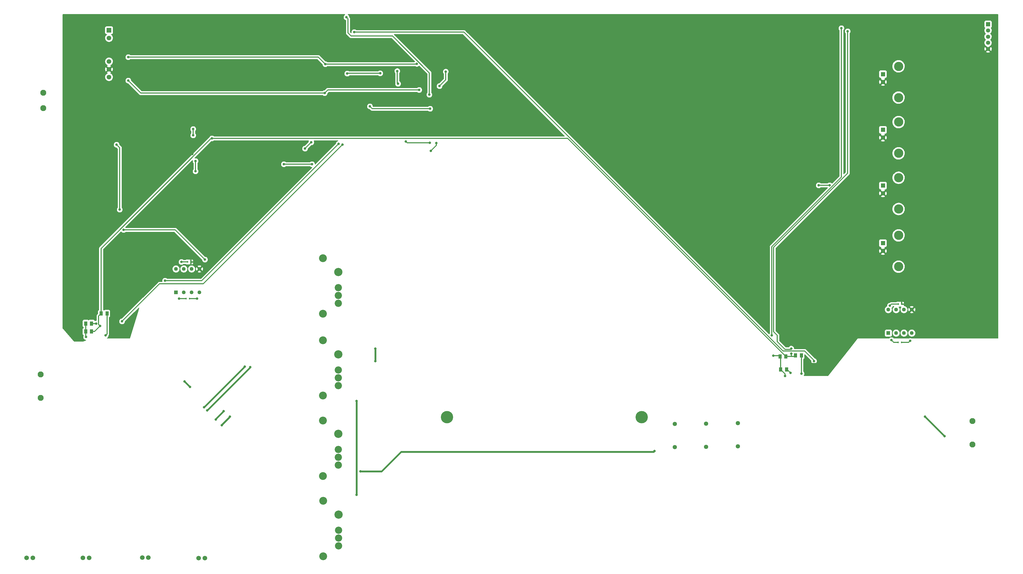
<source format=gbr>
%TF.GenerationSoftware,KiCad,Pcbnew,(6.0.10)*%
%TF.CreationDate,2023-03-07T15:46:30-03:00*%
%TF.ProjectId,PCB_Hbridge,5043425f-4862-4726-9964-67652e6b6963,rev?*%
%TF.SameCoordinates,Original*%
%TF.FileFunction,Copper,L2,Bot*%
%TF.FilePolarity,Positive*%
%FSLAX46Y46*%
G04 Gerber Fmt 4.6, Leading zero omitted, Abs format (unit mm)*
G04 Created by KiCad (PCBNEW (6.0.10)) date 2023-03-07 15:46:30*
%MOMM*%
%LPD*%
G01*
G04 APERTURE LIST*
%TA.AperFunction,ComponentPad*%
%ADD10R,1.350000X1.350000*%
%TD*%
%TA.AperFunction,ComponentPad*%
%ADD11C,1.350000*%
%TD*%
%TA.AperFunction,ComponentPad*%
%ADD12C,1.950000*%
%TD*%
%TA.AperFunction,ComponentPad*%
%ADD13C,2.685000*%
%TD*%
%TA.AperFunction,ComponentPad*%
%ADD14C,2.340000*%
%TD*%
%TA.AperFunction,ComponentPad*%
%ADD15C,1.381000*%
%TD*%
%TA.AperFunction,ComponentPad*%
%ADD16C,2.550000*%
%TD*%
%TA.AperFunction,ComponentPad*%
%ADD17R,1.250000X1.250000*%
%TD*%
%TA.AperFunction,ComponentPad*%
%ADD18C,1.250000*%
%TD*%
%TA.AperFunction,ComponentPad*%
%ADD19C,1.500000*%
%TD*%
%TA.AperFunction,ComponentPad*%
%ADD20R,1.446000X1.446000*%
%TD*%
%TA.AperFunction,ComponentPad*%
%ADD21C,1.446000*%
%TD*%
%TA.AperFunction,ComponentPad*%
%ADD22C,3.000000*%
%TD*%
%TA.AperFunction,ComponentPad*%
%ADD23R,1.508000X1.508000*%
%TD*%
%TA.AperFunction,ComponentPad*%
%ADD24C,1.508000*%
%TD*%
%TA.AperFunction,ComponentPad*%
%ADD25C,4.000000*%
%TD*%
%TA.AperFunction,SMDPad,CuDef*%
%ADD26R,0.420000X0.620000*%
%TD*%
%TA.AperFunction,SMDPad,CuDef*%
%ADD27R,1.000000X1.400000*%
%TD*%
%TA.AperFunction,ViaPad*%
%ADD28C,0.800000*%
%TD*%
%TA.AperFunction,Conductor*%
%ADD29C,0.300000*%
%TD*%
%TA.AperFunction,Conductor*%
%ADD30C,0.600000*%
%TD*%
G04 APERTURE END LIST*
D10*
%TO.P,J12,1,1*%
%TO.N,OCD_INT*%
X346583000Y-31750000D03*
D11*
%TO.P,J12,2,2*%
%TO.N,3V3*%
X346583000Y-33750000D03*
%TO.P,J12,3,3*%
%TO.N,Vout_3V3*%
X346583000Y-35750000D03*
%TO.P,J12,4,4*%
%TO.N,Iout_3V3*%
X346583000Y-37750000D03*
%TO.P,J12,5,5*%
%TO.N,GND*%
X346583000Y-39750000D03*
%TD*%
D12*
%TO.P,J6,1,1*%
%TO.N,24V+*%
X39688000Y-59015000D03*
%TO.P,J6,2,2*%
%TO.N,24V-*%
X39688000Y-54015000D03*
%TD*%
D13*
%TO.P,U4,1,DRAIN*%
%TO.N,VAC-*%
X135582000Y-191040000D03*
D14*
%TO.P,U4,2,POWER_SOURCE*%
%TO.N,VDC-*%
X135582000Y-196120000D03*
%TO.P,U4,3,DRIVER_SOURCE*%
%TO.N,SB2*%
X135582000Y-198660000D03*
%TO.P,U4,4,GATE*%
%TO.N,GB2*%
X135582000Y-201200000D03*
%TD*%
D15*
%TO.P,C11,1*%
%TO.N,VAC-*%
X265303000Y-168850000D03*
%TO.P,C11,2*%
%TO.N,IP+_2*%
X265303000Y-161350000D03*
%TD*%
D13*
%TO.P,U3,1,DRAIN*%
%TO.N,VDC+*%
X135558000Y-164846000D03*
D14*
%TO.P,U3,2,POWER_SOURCE*%
%TO.N,VAC-*%
X135558000Y-169926000D03*
%TO.P,U3,3,DRIVER_SOURCE*%
%TO.N,SA2*%
X135558000Y-172466000D03*
%TO.P,U3,4,GATE*%
%TO.N,GA2*%
X135558000Y-175006000D03*
%TD*%
D16*
%TO.P,H4,1,1*%
%TO.N,unconnected-(H4-Pad1)*%
X130580000Y-204580000D03*
%TO.P,H4,2,2*%
%TO.N,unconnected-(H4-Pad2)*%
X130580000Y-186580000D03*
%TD*%
D13*
%TO.P,U1,1,DRAIN*%
%TO.N,VDC+*%
X135504000Y-112268000D03*
D14*
%TO.P,U1,2,POWER_SOURCE*%
%TO.N,Net-(U1-Pad2)*%
X135504000Y-117348000D03*
%TO.P,U1,3,DRIVER_SOURCE*%
%TO.N,SA1*%
X135504000Y-119888000D03*
%TO.P,U1,4,GATE*%
%TO.N,GA1*%
X135504000Y-122428000D03*
%TD*%
D17*
%TO.P,U11,1,VDD1*%
%TO.N,5V_0*%
X82804000Y-118872000D03*
D18*
%TO.P,U11,2,VIN+*%
%TO.N,Net-(U11-Pad2)*%
X85344000Y-118872000D03*
%TO.P,U11,3,VIN-*%
%TO.N,Net-(U11-Pad3)*%
X87884000Y-118872000D03*
%TO.P,U11,4,GND1*%
%TO.N,24V-*%
X90424000Y-118872000D03*
%TO.P,U11,5,GND2*%
%TO.N,GND*%
X90424000Y-111252000D03*
%TO.P,U11,6,VOUT-*%
%TO.N,VOUT-_1*%
X87884000Y-111252000D03*
%TO.P,U11,7,VOUT+*%
%TO.N,VOUT+_1*%
X85344000Y-111252000D03*
%TO.P,U11,8,VDD2*%
%TO.N,5V_1*%
X82804000Y-111252000D03*
%TD*%
D19*
%TO.P,J2,1,1*%
%TO.N,GB1*%
X54562000Y-205129000D03*
%TO.P,J2,2,2*%
%TO.N,SB1*%
X52562000Y-205129000D03*
%TD*%
D16*
%TO.P,H3,1,1*%
%TO.N,unconnected-(H3-Pad1)*%
X130556000Y-178492400D03*
%TO.P,H3,2,2*%
%TO.N,unconnected-(H3-Pad2)*%
X130556000Y-160492400D03*
%TD*%
D12*
%TO.P,J5,1,1*%
%TO.N,IP+_1*%
X38862000Y-145542000D03*
%TO.P,J5,2,2*%
%TO.N,VDC-*%
X38862000Y-153162000D03*
%TD*%
%TO.P,J7,1,1*%
%TO.N,VAC+*%
X341503000Y-160655000D03*
%TO.P,J7,2,2*%
%TO.N,VAC-*%
X341503000Y-168275000D03*
%TD*%
D20*
%TO.P,J8,1,1*%
%TO.N,Vout_5V*%
X312449500Y-47940000D03*
D21*
%TO.P,J8,2,2*%
%TO.N,GND*%
X312449500Y-50480000D03*
D22*
%TO.P,J8,MH1,MH1*%
%TO.N,unconnected-(J8-PadMH1)*%
X317529500Y-45400000D03*
%TO.P,J8,MH2,MH2*%
%TO.N,unconnected-(J8-PadMH2)*%
X317529500Y-55560000D03*
%TD*%
D20*
%TO.P,J10,1,1*%
%TO.N,Vin_5V*%
X312449500Y-102870000D03*
D21*
%TO.P,J10,2,2*%
%TO.N,GND*%
X312449500Y-105410000D03*
D22*
%TO.P,J10,MH1,MH1*%
%TO.N,unconnected-(J10-PadMH1)*%
X317529500Y-100330000D03*
%TO.P,J10,MH2,MH2*%
%TO.N,unconnected-(J10-PadMH2)*%
X317529500Y-110490000D03*
%TD*%
D15*
%TO.P,C7,1*%
%TO.N,IP+_2*%
X244833000Y-161613200D03*
%TO.P,C7,2*%
%TO.N,VAC-*%
X244833000Y-169113200D03*
%TD*%
D23*
%TO.P,U9,1,VIN*%
%TO.N,24V+*%
X61045000Y-33655000D03*
D24*
%TO.P,U9,2,GND*%
%TO.N,24V-*%
X61045000Y-36195000D03*
%TO.P,U9,5,-VO*%
%TO.N,-12V*%
X61045000Y-43815000D03*
%TO.P,U9,6,0V*%
%TO.N,GND*%
X61045000Y-46355000D03*
%TO.P,U9,7,+VO*%
%TO.N,+12V*%
X61045000Y-48895000D03*
%TD*%
D13*
%TO.P,U2,1,DRAIN*%
%TO.N,Net-(U1-Pad2)*%
X135504000Y-138961600D03*
D14*
%TO.P,U2,2,POWER_SOURCE*%
%TO.N,VDC-*%
X135504000Y-144041600D03*
%TO.P,U2,3,DRIVER_SOURCE*%
%TO.N,SB1*%
X135504000Y-146581600D03*
%TO.P,U2,4,GATE*%
%TO.N,GB1*%
X135504000Y-149121600D03*
%TD*%
D16*
%TO.P,H1,1,1*%
%TO.N,unconnected-(H1-Pad1)*%
X130556000Y-125787400D03*
%TO.P,H1,2,2*%
%TO.N,unconnected-(H1-Pad2)*%
X130556000Y-107787400D03*
%TD*%
%TO.P,H2,1,1*%
%TO.N,unconnected-(H2-Pad1)*%
X130556000Y-152400000D03*
%TO.P,H2,2,2*%
%TO.N,unconnected-(H2-Pad2)*%
X130556000Y-134400000D03*
%TD*%
D20*
%TO.P,J11,1,1*%
%TO.N,Iin_5V*%
X312449500Y-84140000D03*
D21*
%TO.P,J11,2,2*%
%TO.N,GND*%
X312449500Y-86680000D03*
D22*
%TO.P,J11,MH1,MH1*%
%TO.N,unconnected-(J11-PadMH1)*%
X317529500Y-81600000D03*
%TO.P,J11,MH2,MH2*%
%TO.N,unconnected-(J11-PadMH2)*%
X317529500Y-91760000D03*
%TD*%
D20*
%TO.P,J9,1,1*%
%TO.N,Iout_5V*%
X312449500Y-66040000D03*
D21*
%TO.P,J9,2,2*%
%TO.N,GND*%
X312449500Y-68580000D03*
D22*
%TO.P,J9,MH1,MH1*%
%TO.N,unconnected-(J9-PadMH1)*%
X317529500Y-63500000D03*
%TO.P,J9,MH2,MH2*%
%TO.N,unconnected-(J9-PadMH2)*%
X317529500Y-73660000D03*
%TD*%
D17*
%TO.P,U13,1,VDD1*%
%TO.N,5V_0*%
X314198000Y-132080000D03*
D18*
%TO.P,U13,2,VIN+*%
%TO.N,Net-(U13-Pad2)*%
X316738000Y-132080000D03*
%TO.P,U13,3,VIN-*%
%TO.N,Net-(U13-Pad3)*%
X319278000Y-132080000D03*
%TO.P,U13,4,GND1*%
%TO.N,24V-*%
X321818000Y-132080000D03*
%TO.P,U13,5,GND2*%
%TO.N,GND*%
X321818000Y-124460000D03*
%TO.P,U13,6,VOUT-*%
%TO.N,VOUT-_2*%
X319278000Y-124460000D03*
%TO.P,U13,7,VOUT+*%
%TO.N,VOUT+_2*%
X316738000Y-124460000D03*
%TO.P,U13,8,VDD2*%
%TO.N,5V_1*%
X314198000Y-124460000D03*
%TD*%
D15*
%TO.P,C10,1*%
%TO.N,IP+_2*%
X254993000Y-161553200D03*
%TO.P,C10,2*%
%TO.N,VAC-*%
X254993000Y-169053200D03*
%TD*%
D25*
%TO.P,L1,1,1*%
%TO.N,Net-(U1-Pad2)*%
X170838000Y-159385000D03*
%TO.P,L1,2,2*%
%TO.N,IP+_2*%
X234038000Y-159385000D03*
%TD*%
D19*
%TO.P,J3,1,1*%
%TO.N,GA2*%
X73834000Y-204997000D03*
%TO.P,J3,2,2*%
%TO.N,SA2*%
X71834000Y-204997000D03*
%TD*%
%TO.P,J4,1,1*%
%TO.N,GB2*%
X92138000Y-205178000D03*
%TO.P,J4,2,2*%
%TO.N,SB2*%
X90138000Y-205178000D03*
%TD*%
%TO.P,J1,1,1*%
%TO.N,GA1*%
X36290000Y-205129000D03*
%TO.P,J1,2,2*%
%TO.N,SA1*%
X34290000Y-205129000D03*
%TD*%
D26*
%TO.P,C27,1*%
%TO.N,24V-*%
X318516000Y-135128000D03*
%TO.P,C27,2*%
%TO.N,5V_0*%
X317416000Y-135128000D03*
%TD*%
%TO.P,C25,1*%
%TO.N,GND*%
X87672000Y-108966000D03*
%TO.P,C25,2*%
%TO.N,5V_1*%
X86572000Y-108966000D03*
%TD*%
D27*
%TO.P,R9,1*%
%TO.N,Net-(U12-Pad13)*%
X285938000Y-139293600D03*
%TO.P,R9,2*%
%TO.N,3V3*%
X284038000Y-139293600D03*
%TD*%
%TO.P,R7,1*%
%TO.N,Net-(U10-Pad13)*%
X60386000Y-125730000D03*
%TO.P,R7,2*%
%TO.N,3V3*%
X58486000Y-125730000D03*
%TD*%
%TO.P,R50,1*%
%TO.N,Net-(U10-Pad15)*%
X55372000Y-128970000D03*
%TO.P,R50,2*%
%TO.N,Net-(U10-Pad16)*%
X53472000Y-128970000D03*
%TD*%
%TO.P,R11,1*%
%TO.N,3V3*%
X280924000Y-139700000D03*
%TO.P,R11,2*%
%TO.N,OCD_INT*%
X279024000Y-139700000D03*
%TD*%
D26*
%TO.P,C29,1*%
%TO.N,GND*%
X318558000Y-122682000D03*
%TO.P,C29,2*%
%TO.N,5V_1*%
X317458000Y-122682000D03*
%TD*%
D27*
%TO.P,R10,1*%
%TO.N,Net-(U12-Pad15)*%
X281112000Y-143865600D03*
%TO.P,R10,2*%
%TO.N,OCD_INT*%
X279212000Y-143865600D03*
%TD*%
D26*
%TO.P,C23,1*%
%TO.N,24V-*%
X87164000Y-120904000D03*
%TO.P,C23,2*%
%TO.N,5V_0*%
X86064000Y-120904000D03*
%TD*%
D27*
%TO.P,R8,1*%
%TO.N,3V3*%
X55372000Y-131572000D03*
%TO.P,R8,2*%
%TO.N,Net-(U10-Pad16)*%
X53472000Y-131572000D03*
%TD*%
D28*
%TO.N,24V-*%
X92202000Y-108204000D03*
X321310000Y-134620000D03*
X89662000Y-120904000D03*
X65786000Y-98552000D03*
%TO.N,GND*%
X288036000Y-141986000D03*
X165862000Y-43434000D03*
X91694000Y-109728000D03*
X132042500Y-60198000D03*
X62192500Y-129540000D03*
X321310000Y-122936000D03*
X294640000Y-140970000D03*
X133604000Y-67818000D03*
X337566000Y-37338000D03*
X133096000Y-39624000D03*
X68326000Y-128016000D03*
X89408000Y-85598000D03*
X88080668Y-73856668D03*
X131064000Y-67818000D03*
X162056000Y-58162000D03*
%TO.N,5V_0*%
X315214000Y-134366000D03*
X64516000Y-91948000D03*
X83820000Y-120904000D03*
X63500000Y-70866000D03*
%TO.N,5V_1*%
X314706000Y-123190000D03*
X84582000Y-108966000D03*
%TO.N,VAC-*%
X332486000Y-165608000D03*
X142748000Y-177038000D03*
X326136000Y-159258000D03*
X238252000Y-170434000D03*
%TO.N,Net-(C8-Pad1)*%
X88392000Y-67818000D03*
X88392000Y-65786000D03*
%TO.N,3V3*%
X282660000Y-137122500D03*
X282702000Y-138721500D03*
X300990000Y-34036000D03*
X94488000Y-68834000D03*
X58166000Y-129794000D03*
%TO.N,Net-(C9-Pad1)*%
X89154000Y-79502000D03*
X89154000Y-76200000D03*
%TO.N,1V65*%
X117856000Y-77216000D03*
X167386000Y-70358000D03*
X127000000Y-77216000D03*
X165608000Y-72898000D03*
%TO.N,-12V*%
X161036000Y-44593198D03*
X131318000Y-44704000D03*
X67310000Y-42418000D03*
%TO.N,+12V*%
X161798000Y-53086000D03*
X131101500Y-54102000D03*
X67310000Y-50038000D03*
%TO.N,I_VREF1*%
X136906000Y-70866000D03*
X65278000Y-128270000D03*
%TO.N,I_VOUT1*%
X79248000Y-115062000D03*
X135636000Y-70612000D03*
%TO.N,I_VREF2*%
X140716000Y-34290000D03*
X290068000Y-141186500D03*
%TO.N,I_VOUT2*%
X138176000Y-29464000D03*
X165100000Y-54610000D03*
%TO.N,Iout_3V3*%
X168402000Y-51816000D03*
X170434000Y-47140500D03*
%TO.N,Vout_3V3*%
X154940000Y-51066200D03*
X154686000Y-46952500D03*
%TO.N,VDC+*%
X87388398Y-149618398D03*
X147574000Y-141224000D03*
X85598000Y-147828000D03*
X147574000Y-137160000D03*
%TO.N,SA1*%
X91948000Y-156210000D03*
X105156000Y-143002000D03*
%TO.N,GA1*%
X106934000Y-143147500D03*
X92964000Y-157226000D03*
%TO.N,VDC-*%
X141478000Y-154178000D03*
X141478000Y-184658000D03*
%TO.N,SB1*%
X95758000Y-160123000D03*
X98298000Y-157480000D03*
%TO.N,GB1*%
X97655000Y-162052000D03*
X100330000Y-159258000D03*
%TO.N,Net-(U10-Pad13)*%
X59944000Y-132842000D03*
%TO.N,Net-(U10-Pad16)*%
X53594000Y-133350000D03*
%TO.N,Net-(U12-Pad13)*%
X286004000Y-145288000D03*
%TO.N,Net-(U12-Pad15)*%
X282448000Y-145034000D03*
%TO.N,OCD_INT*%
X298958000Y-33020000D03*
X280670000Y-146050000D03*
X276352000Y-132842000D03*
X276860000Y-139446000D03*
%TO.N,VOUT+_1*%
X126746000Y-70104000D03*
X124714000Y-72136000D03*
%TO.N,VOUT-_2*%
X157480000Y-69850000D03*
X165231832Y-70226168D03*
%TO.N,Iin_5V*%
X145796000Y-58420000D03*
X291592000Y-84074000D03*
X165354000Y-59182000D03*
X295148000Y-84074000D03*
%TO.N,Net-(U10-Pad15)*%
X56856345Y-128992345D03*
%TO.N,Vout_5V*%
X149136583Y-47675917D03*
X138430000Y-47752000D03*
%TD*%
D29*
%TO.N,24V-*%
X65786000Y-98552000D02*
X82550000Y-98552000D01*
X318516000Y-135128000D02*
X320802000Y-135128000D01*
X87164000Y-120904000D02*
X89662000Y-120904000D01*
X82550000Y-98552000D02*
X92202000Y-108204000D01*
X320802000Y-135128000D02*
X321310000Y-134620000D01*
%TO.N,GND*%
X66802000Y-129540000D02*
X62192500Y-129540000D01*
X293624000Y-141986000D02*
X294640000Y-140970000D01*
X318558000Y-122682000D02*
X321056000Y-122682000D01*
X68326000Y-128016000D02*
X66802000Y-129540000D01*
X91694000Y-109728000D02*
X90932000Y-108966000D01*
X288036000Y-141986000D02*
X293624000Y-141986000D01*
X321056000Y-122682000D02*
X321310000Y-122936000D01*
X90932000Y-108966000D02*
X87630000Y-108966000D01*
%TO.N,5V_0*%
X86064000Y-120904000D02*
X83820000Y-120904000D01*
X64516000Y-91948000D02*
X64516000Y-71882000D01*
X64516000Y-71882000D02*
X63500000Y-70866000D01*
X317416000Y-135128000D02*
X315976000Y-135128000D01*
X315976000Y-135128000D02*
X315214000Y-134366000D01*
%TO.N,5V_1*%
X86530000Y-108966000D02*
X84582000Y-108966000D01*
X317458000Y-122682000D02*
X315214000Y-122682000D01*
X315214000Y-122682000D02*
X314706000Y-123190000D01*
D30*
%TO.N,VAC-*%
X155956000Y-170688000D02*
X237998000Y-170688000D01*
X326136000Y-159258000D02*
X332486000Y-165608000D01*
X237998000Y-170688000D02*
X238252000Y-170434000D01*
X149606000Y-177038000D02*
X155956000Y-170688000D01*
X142748000Y-177038000D02*
X149606000Y-177038000D01*
D29*
%TO.N,Net-(C8-Pad1)*%
X88392000Y-65786000D02*
X88392000Y-67818000D01*
%TO.N,3V3*%
X57656345Y-129284345D02*
X58166000Y-129794000D01*
X278130000Y-134874000D02*
X280628000Y-137372000D01*
X58486000Y-125730000D02*
X57656345Y-126559655D01*
X278130000Y-132842000D02*
X278130000Y-134874000D01*
X58486000Y-104582000D02*
X94234000Y-68834000D01*
X282702000Y-137164500D02*
X282660000Y-137122500D01*
X300990000Y-80141189D02*
X276925594Y-104205595D01*
X300990000Y-34036000D02*
X300990000Y-80141189D01*
X94234000Y-68834000D02*
X94488000Y-68834000D01*
X282956000Y-139700000D02*
X283631600Y-139700000D01*
X282702000Y-138721500D02*
X282702000Y-139446000D01*
X56388000Y-131572000D02*
X55372000Y-131572000D01*
X276925594Y-104205595D02*
X276925594Y-131637594D01*
X280924000Y-139700000D02*
X282956000Y-139700000D01*
X58486000Y-125730000D02*
X58486000Y-104582000D01*
X58166000Y-129794000D02*
X56388000Y-131572000D01*
X282702000Y-139446000D02*
X282956000Y-139700000D01*
X280628000Y-137372000D02*
X282702000Y-137372000D01*
X280924000Y-139700000D02*
X210058000Y-68834000D01*
X57656345Y-126559655D02*
X57656345Y-129284345D01*
X276925594Y-131637594D02*
X278130000Y-132842000D01*
X283631600Y-139700000D02*
X284038000Y-139293600D01*
X210058000Y-68834000D02*
X94488000Y-68834000D01*
X282702000Y-137372000D02*
X282702000Y-137164500D01*
%TO.N,Net-(C9-Pad1)*%
X89154000Y-76200000D02*
X89154000Y-79502000D01*
%TO.N,1V65*%
X117856000Y-77216000D02*
X127000000Y-77216000D01*
X167386000Y-71120000D02*
X167386000Y-70358000D01*
X165608000Y-72898000D02*
X167386000Y-71120000D01*
%TO.N,-12V*%
X131318000Y-44704000D02*
X129032000Y-42418000D01*
X131318000Y-44704000D02*
X160925198Y-44704000D01*
X160925198Y-44704000D02*
X161036000Y-44593198D01*
X129032000Y-42418000D02*
X67310000Y-42418000D01*
%TO.N,+12V*%
X131101500Y-54102000D02*
X71374000Y-54102000D01*
X132117500Y-53086000D02*
X131101500Y-54102000D01*
X71374000Y-54102000D02*
X67310000Y-50038000D01*
X161798000Y-53086000D02*
X132117500Y-53086000D01*
%TO.N,I_VREF1*%
X91694000Y-116078000D02*
X136906000Y-70866000D01*
X77470000Y-116078000D02*
X91694000Y-116078000D01*
X68834000Y-124714000D02*
X77470000Y-116078000D01*
X65278000Y-128270000D02*
X68834000Y-124714000D01*
%TO.N,I_VOUT1*%
X91186000Y-115062000D02*
X135636000Y-70612000D01*
X79248000Y-115062000D02*
X91186000Y-115062000D01*
%TO.N,I_VREF2*%
X290068000Y-141186500D02*
X290068000Y-140970000D01*
X287020000Y-137922000D02*
X279923818Y-137922000D01*
X176291818Y-34290000D02*
X140716000Y-34290000D01*
X290068000Y-140970000D02*
X287020000Y-137922000D01*
X279923818Y-137922000D02*
X176291818Y-34290000D01*
%TO.N,I_VOUT2*%
X165100000Y-47525827D02*
X153134173Y-35560000D01*
X139700000Y-35560000D02*
X138684000Y-34544000D01*
X165100000Y-54610000D02*
X165100000Y-47525827D01*
X138684000Y-34544000D02*
X138684000Y-29972000D01*
X138684000Y-29972000D02*
X138176000Y-29464000D01*
X153134173Y-35560000D02*
X139700000Y-35560000D01*
%TO.N,Iout_3V3*%
X170434000Y-47140500D02*
X170434000Y-49784000D01*
X170434000Y-49784000D02*
X168402000Y-51816000D01*
%TO.N,Vout_3V3*%
X154686000Y-50800000D02*
X154940000Y-51054000D01*
X154686000Y-46952500D02*
X154686000Y-50800000D01*
X154940000Y-51054000D02*
X154940000Y-51066200D01*
D30*
%TO.N,VDC+*%
X147574000Y-141224000D02*
X147574000Y-137160000D01*
X85598000Y-147828000D02*
X87388398Y-149618398D01*
%TO.N,SA1*%
X91948000Y-156210000D02*
X105156000Y-143002000D01*
%TO.N,GA1*%
X106934000Y-143256000D02*
X106934000Y-143147500D01*
X92964000Y-157226000D02*
X106934000Y-143256000D01*
%TO.N,VDC-*%
X141478000Y-154178000D02*
X141478000Y-184658000D01*
%TO.N,SB1*%
X95758000Y-160123000D02*
X95758000Y-160020000D01*
X95758000Y-160020000D02*
X98298000Y-157480000D01*
%TO.N,GB1*%
X97655000Y-162052000D02*
X97655000Y-161933000D01*
X97655000Y-161933000D02*
X100330000Y-159258000D01*
D29*
%TO.N,Net-(U10-Pad13)*%
X60386000Y-132400000D02*
X60386000Y-125730000D01*
X59944000Y-132842000D02*
X60386000Y-132400000D01*
%TO.N,Net-(U10-Pad16)*%
X53472000Y-131572000D02*
X53472000Y-128970000D01*
X53472000Y-131572000D02*
X53472000Y-133228000D01*
X53472000Y-133228000D02*
X53594000Y-133350000D01*
%TO.N,Net-(U12-Pad13)*%
X286004000Y-145288000D02*
X285938000Y-145222000D01*
X285938000Y-145222000D02*
X285938000Y-139293600D01*
%TO.N,Net-(U12-Pad15)*%
X281279600Y-143865600D02*
X282448000Y-145034000D01*
X281112000Y-143865600D02*
X281279600Y-143865600D01*
%TO.N,OCD_INT*%
X280670000Y-145323600D02*
X279212000Y-143865600D01*
X298958000Y-81395371D02*
X276352000Y-104001371D01*
X278770000Y-139446000D02*
X279024000Y-139700000D01*
X279212000Y-139888000D02*
X279024000Y-139700000D01*
X279212000Y-143865600D02*
X279212000Y-139888000D01*
X276860000Y-139446000D02*
X278770000Y-139446000D01*
X280670000Y-146050000D02*
X280670000Y-145323600D01*
X298958000Y-33020000D02*
X298958000Y-81395371D01*
X276352000Y-104001371D02*
X276352000Y-132842000D01*
%TO.N,VOUT+_1*%
X124714000Y-72136000D02*
X126746000Y-70104000D01*
%TO.N,VOUT-_2*%
X157856168Y-70226168D02*
X157480000Y-69850000D01*
X165231832Y-70226168D02*
X157856168Y-70226168D01*
%TO.N,Iin_5V*%
X165354000Y-59182000D02*
X146558000Y-59182000D01*
X146558000Y-59182000D02*
X145796000Y-58420000D01*
X295148000Y-84074000D02*
X291592000Y-84074000D01*
%TO.N,Net-(U10-Pad15)*%
X56834000Y-128970000D02*
X56856345Y-128992345D01*
X55372000Y-128970000D02*
X56834000Y-128970000D01*
%TO.N,Vout_5V*%
X138506083Y-47675917D02*
X138430000Y-47752000D01*
X149136583Y-47675917D02*
X138506083Y-47675917D01*
%TD*%
%TA.AperFunction,Conductor*%
%TO.N,GND*%
G36*
X349826621Y-28468502D02*
G01*
X349873114Y-28522158D01*
X349884500Y-28574500D01*
X349884500Y-133732000D01*
X349864498Y-133800121D01*
X349810842Y-133846614D01*
X349758500Y-133858000D01*
X321847770Y-133858000D01*
X321779649Y-133837998D01*
X321773707Y-133833935D01*
X321772091Y-133832761D01*
X321766752Y-133828882D01*
X321702154Y-133800121D01*
X321598319Y-133753891D01*
X321598318Y-133753891D01*
X321592288Y-133751206D01*
X321479721Y-133727279D01*
X321411944Y-133712872D01*
X321411939Y-133712872D01*
X321405487Y-133711500D01*
X321214513Y-133711500D01*
X321208061Y-133712872D01*
X321208056Y-133712872D01*
X321140279Y-133727279D01*
X321027712Y-133751206D01*
X321021682Y-133753891D01*
X321021681Y-133753891D01*
X320917847Y-133800121D01*
X320853248Y-133828882D01*
X320847909Y-133832761D01*
X320846293Y-133833935D01*
X320845199Y-133834325D01*
X320842186Y-133836065D01*
X320841868Y-133835514D01*
X320779425Y-133857794D01*
X320772230Y-133858000D01*
X316035199Y-133858000D01*
X315967078Y-133837998D01*
X315941563Y-133816310D01*
X315926987Y-133800121D01*
X315843898Y-133707841D01*
X315829675Y-133692045D01*
X315829674Y-133692044D01*
X315825253Y-133687134D01*
X315670752Y-133574882D01*
X315664724Y-133572198D01*
X315664722Y-133572197D01*
X315502319Y-133499891D01*
X315502318Y-133499891D01*
X315496288Y-133497206D01*
X315402888Y-133477353D01*
X315315944Y-133458872D01*
X315315939Y-133458872D01*
X315309487Y-133457500D01*
X315118513Y-133457500D01*
X315112061Y-133458872D01*
X315112056Y-133458872D01*
X315025112Y-133477353D01*
X314931712Y-133497206D01*
X314925682Y-133499891D01*
X314925681Y-133499891D01*
X314763278Y-133572197D01*
X314763276Y-133572198D01*
X314757248Y-133574882D01*
X314602747Y-133687134D01*
X314598326Y-133692044D01*
X314598325Y-133692045D01*
X314584102Y-133707841D01*
X314501014Y-133800121D01*
X314486437Y-133816310D01*
X314425991Y-133853550D01*
X314392801Y-133858000D01*
X304292000Y-133858000D01*
X304285536Y-133866165D01*
X304285535Y-133866166D01*
X301560200Y-137308695D01*
X294700047Y-145974152D01*
X294677835Y-146002209D01*
X294619870Y-146043203D01*
X294579045Y-146050000D01*
X286823399Y-146050000D01*
X286755278Y-146029998D01*
X286708785Y-145976342D01*
X286698681Y-145906068D01*
X286729762Y-145839691D01*
X286738621Y-145829852D01*
X286738622Y-145829851D01*
X286743040Y-145824944D01*
X286838527Y-145659556D01*
X286897542Y-145477928D01*
X286901062Y-145444442D01*
X286916814Y-145294565D01*
X286917504Y-145288000D01*
X286897542Y-145098072D01*
X286838527Y-144916444D01*
X286743040Y-144751056D01*
X286628863Y-144624249D01*
X286598147Y-144560244D01*
X286596500Y-144539941D01*
X286596500Y-140564609D01*
X286616502Y-140496488D01*
X286670158Y-140449995D01*
X286675694Y-140447697D01*
X286676297Y-140447367D01*
X286684705Y-140444215D01*
X286801261Y-140356861D01*
X286888615Y-140240305D01*
X286939745Y-140103916D01*
X286946500Y-140041734D01*
X286946500Y-139083950D01*
X286966502Y-139015829D01*
X287020158Y-138969336D01*
X287090432Y-138959232D01*
X287155012Y-138988726D01*
X287161595Y-138994855D01*
X289130901Y-140964161D01*
X289164927Y-141026473D01*
X289167116Y-141066426D01*
X289154496Y-141186500D01*
X289174458Y-141376428D01*
X289233473Y-141558056D01*
X289328960Y-141723444D01*
X289456747Y-141865366D01*
X289611248Y-141977618D01*
X289617276Y-141980302D01*
X289617278Y-141980303D01*
X289779681Y-142052609D01*
X289785712Y-142055294D01*
X289879112Y-142075147D01*
X289966056Y-142093628D01*
X289966061Y-142093628D01*
X289972513Y-142095000D01*
X290163487Y-142095000D01*
X290169939Y-142093628D01*
X290169944Y-142093628D01*
X290256888Y-142075147D01*
X290350288Y-142055294D01*
X290356319Y-142052609D01*
X290518722Y-141980303D01*
X290518724Y-141980302D01*
X290524752Y-141977618D01*
X290679253Y-141865366D01*
X290807040Y-141723444D01*
X290902527Y-141558056D01*
X290961542Y-141376428D01*
X290981504Y-141186500D01*
X290968884Y-141066426D01*
X290962232Y-141003135D01*
X290962232Y-141003133D01*
X290961542Y-140996572D01*
X290902527Y-140814944D01*
X290899149Y-140809092D01*
X290810341Y-140655274D01*
X290807040Y-140649556D01*
X290796903Y-140638297D01*
X290683675Y-140512545D01*
X290683674Y-140512544D01*
X290679253Y-140507634D01*
X290524752Y-140395382D01*
X290518724Y-140392698D01*
X290518722Y-140392697D01*
X290365631Y-140324537D01*
X290327785Y-140298525D01*
X287543655Y-137514395D01*
X287535665Y-137505615D01*
X287535663Y-137505613D01*
X287531416Y-137498920D01*
X287479742Y-137450395D01*
X287476901Y-137447641D01*
X287456333Y-137427073D01*
X287452826Y-137424353D01*
X287443804Y-137416647D01*
X287410133Y-137385028D01*
X287399772Y-137379332D01*
X287391342Y-137374697D01*
X287374818Y-137363843D01*
X287364132Y-137355555D01*
X287357868Y-137350696D01*
X287350596Y-137347549D01*
X287350594Y-137347548D01*
X287315465Y-137332346D01*
X287304805Y-137327124D01*
X287271284Y-137308695D01*
X287271282Y-137308694D01*
X287264337Y-137304876D01*
X287243559Y-137299541D01*
X287224869Y-137293142D01*
X287205176Y-137284620D01*
X287159552Y-137277394D01*
X287147929Y-137274987D01*
X287119928Y-137267798D01*
X287103188Y-137263500D01*
X287081741Y-137263500D01*
X287062031Y-137261949D01*
X287048677Y-137259834D01*
X287040848Y-137258594D01*
X286994859Y-137262941D01*
X286983004Y-137263500D01*
X283698622Y-137263500D01*
X283630501Y-137243498D01*
X283584008Y-137189842D01*
X283575161Y-137135671D01*
X283572814Y-137135671D01*
X283572814Y-137129065D01*
X283573504Y-137122500D01*
X283571780Y-137106101D01*
X283554232Y-136939135D01*
X283554232Y-136939133D01*
X283553542Y-136932572D01*
X283494527Y-136750944D01*
X283399040Y-136585556D01*
X283271253Y-136443634D01*
X283116752Y-136331382D01*
X283110724Y-136328698D01*
X283110722Y-136328697D01*
X282948319Y-136256391D01*
X282948318Y-136256391D01*
X282942288Y-136253706D01*
X282848887Y-136233853D01*
X282761944Y-136215372D01*
X282761939Y-136215372D01*
X282755487Y-136214000D01*
X282564513Y-136214000D01*
X282558061Y-136215372D01*
X282558056Y-136215372D01*
X282471113Y-136233853D01*
X282377712Y-136253706D01*
X282371682Y-136256391D01*
X282371681Y-136256391D01*
X282209278Y-136328697D01*
X282209276Y-136328698D01*
X282203248Y-136331382D01*
X282048747Y-136443634D01*
X281920960Y-136585556D01*
X281883464Y-136650501D01*
X281832081Y-136699494D01*
X281774345Y-136713500D01*
X280952949Y-136713500D01*
X280884828Y-136693498D01*
X280863854Y-136676595D01*
X278825405Y-134638145D01*
X278791379Y-134575833D01*
X278788500Y-134549050D01*
X278788500Y-132924056D01*
X278789059Y-132912200D01*
X278789059Y-132912197D01*
X278790788Y-132904463D01*
X278788562Y-132833631D01*
X278788500Y-132829673D01*
X278788500Y-132800568D01*
X278787944Y-132796168D01*
X278787012Y-132784330D01*
X278786707Y-132774598D01*
X278786032Y-132753134D01*
X313064500Y-132753134D01*
X313071255Y-132815316D01*
X313122385Y-132951705D01*
X313209739Y-133068261D01*
X313326295Y-133155615D01*
X313462684Y-133206745D01*
X313524866Y-133213500D01*
X314871134Y-133213500D01*
X314933316Y-133206745D01*
X315069705Y-133155615D01*
X315186261Y-133068261D01*
X315273615Y-132951705D01*
X315324745Y-132815316D01*
X315331500Y-132753134D01*
X315331500Y-132050201D01*
X315600034Y-132050201D01*
X315613659Y-132258078D01*
X315664938Y-132459991D01*
X315752155Y-132649178D01*
X315872387Y-132819303D01*
X316021609Y-132964669D01*
X316026405Y-132967874D01*
X316026408Y-132967876D01*
X316089562Y-133010074D01*
X316194823Y-133080407D01*
X316200131Y-133082688D01*
X316200132Y-133082688D01*
X316380926Y-133160363D01*
X316380929Y-133160364D01*
X316386229Y-133162641D01*
X316391858Y-133163915D01*
X316391859Y-133163915D01*
X316583778Y-133207342D01*
X316583783Y-133207343D01*
X316589415Y-133208617D01*
X316595186Y-133208844D01*
X316595188Y-133208844D01*
X316657508Y-133211292D01*
X316797577Y-133216796D01*
X316900660Y-133201850D01*
X316998030Y-133187732D01*
X316998035Y-133187731D01*
X317003744Y-133186903D01*
X317009208Y-133185048D01*
X317009213Y-133185047D01*
X317195543Y-133121796D01*
X317201011Y-133119940D01*
X317382772Y-133018149D01*
X317542939Y-132884939D01*
X317635418Y-132773745D01*
X317672458Y-132729210D01*
X317676149Y-132724772D01*
X317777940Y-132543011D01*
X317805527Y-132461742D01*
X317843047Y-132351213D01*
X317843048Y-132351208D01*
X317844903Y-132345744D01*
X317845731Y-132340035D01*
X317845732Y-132340030D01*
X317866901Y-132194027D01*
X317874796Y-132139577D01*
X317876356Y-132080000D01*
X317873618Y-132050201D01*
X318140034Y-132050201D01*
X318153659Y-132258078D01*
X318204938Y-132459991D01*
X318292155Y-132649178D01*
X318412387Y-132819303D01*
X318561609Y-132964669D01*
X318566405Y-132967874D01*
X318566408Y-132967876D01*
X318629562Y-133010074D01*
X318734823Y-133080407D01*
X318740131Y-133082688D01*
X318740132Y-133082688D01*
X318920926Y-133160363D01*
X318920929Y-133160364D01*
X318926229Y-133162641D01*
X318931858Y-133163915D01*
X318931859Y-133163915D01*
X319123778Y-133207342D01*
X319123783Y-133207343D01*
X319129415Y-133208617D01*
X319135186Y-133208844D01*
X319135188Y-133208844D01*
X319197508Y-133211292D01*
X319337577Y-133216796D01*
X319440660Y-133201850D01*
X319538030Y-133187732D01*
X319538035Y-133187731D01*
X319543744Y-133186903D01*
X319549208Y-133185048D01*
X319549213Y-133185047D01*
X319735543Y-133121796D01*
X319741011Y-133119940D01*
X319922772Y-133018149D01*
X320082939Y-132884939D01*
X320175418Y-132773745D01*
X320212458Y-132729210D01*
X320216149Y-132724772D01*
X320317940Y-132543011D01*
X320345527Y-132461742D01*
X320383047Y-132351213D01*
X320383048Y-132351208D01*
X320384903Y-132345744D01*
X320385731Y-132340035D01*
X320385732Y-132340030D01*
X320406901Y-132194027D01*
X320414796Y-132139577D01*
X320416356Y-132080000D01*
X320413618Y-132050201D01*
X320680034Y-132050201D01*
X320693659Y-132258078D01*
X320744938Y-132459991D01*
X320832155Y-132649178D01*
X320952387Y-132819303D01*
X321101609Y-132964669D01*
X321106405Y-132967874D01*
X321106408Y-132967876D01*
X321169562Y-133010074D01*
X321274823Y-133080407D01*
X321280131Y-133082688D01*
X321280132Y-133082688D01*
X321460926Y-133160363D01*
X321460929Y-133160364D01*
X321466229Y-133162641D01*
X321471858Y-133163915D01*
X321471859Y-133163915D01*
X321663778Y-133207342D01*
X321663783Y-133207343D01*
X321669415Y-133208617D01*
X321675186Y-133208844D01*
X321675188Y-133208844D01*
X321737508Y-133211292D01*
X321877577Y-133216796D01*
X321980660Y-133201850D01*
X322078030Y-133187732D01*
X322078035Y-133187731D01*
X322083744Y-133186903D01*
X322089208Y-133185048D01*
X322089213Y-133185047D01*
X322275543Y-133121796D01*
X322281011Y-133119940D01*
X322462772Y-133018149D01*
X322622939Y-132884939D01*
X322715418Y-132773745D01*
X322752458Y-132729210D01*
X322756149Y-132724772D01*
X322857940Y-132543011D01*
X322885527Y-132461742D01*
X322923047Y-132351213D01*
X322923048Y-132351208D01*
X322924903Y-132345744D01*
X322925731Y-132340035D01*
X322925732Y-132340030D01*
X322946901Y-132194027D01*
X322954796Y-132139577D01*
X322956356Y-132080000D01*
X322937294Y-131872551D01*
X322880747Y-131672050D01*
X322788608Y-131485211D01*
X322727569Y-131403469D01*
X322667416Y-131322915D01*
X322667415Y-131322914D01*
X322663963Y-131318291D01*
X322510987Y-131176881D01*
X322334803Y-131065717D01*
X322141311Y-130988522D01*
X321936991Y-130947880D01*
X321931216Y-130947804D01*
X321931212Y-130947804D01*
X321826901Y-130946439D01*
X321728686Y-130945153D01*
X321722989Y-130946132D01*
X321722988Y-130946132D01*
X321665392Y-130956029D01*
X321523372Y-130980433D01*
X321327925Y-131052537D01*
X321148891Y-131159051D01*
X320992266Y-131296407D01*
X320988699Y-131300932D01*
X320988694Y-131300937D01*
X320907865Y-131403469D01*
X320863294Y-131460007D01*
X320860603Y-131465123D01*
X320860601Y-131465125D01*
X320768988Y-131639253D01*
X320766296Y-131644370D01*
X320704520Y-131843322D01*
X320680034Y-132050201D01*
X320413618Y-132050201D01*
X320397294Y-131872551D01*
X320340747Y-131672050D01*
X320248608Y-131485211D01*
X320187569Y-131403469D01*
X320127416Y-131322915D01*
X320127415Y-131322914D01*
X320123963Y-131318291D01*
X319970987Y-131176881D01*
X319794803Y-131065717D01*
X319601311Y-130988522D01*
X319396991Y-130947880D01*
X319391216Y-130947804D01*
X319391212Y-130947804D01*
X319286901Y-130946439D01*
X319188686Y-130945153D01*
X319182989Y-130946132D01*
X319182988Y-130946132D01*
X319125392Y-130956029D01*
X318983372Y-130980433D01*
X318787925Y-131052537D01*
X318608891Y-131159051D01*
X318452266Y-131296407D01*
X318448699Y-131300932D01*
X318448694Y-131300937D01*
X318367865Y-131403469D01*
X318323294Y-131460007D01*
X318320603Y-131465123D01*
X318320601Y-131465125D01*
X318228988Y-131639253D01*
X318226296Y-131644370D01*
X318164520Y-131843322D01*
X318140034Y-132050201D01*
X317873618Y-132050201D01*
X317857294Y-131872551D01*
X317800747Y-131672050D01*
X317708608Y-131485211D01*
X317647569Y-131403469D01*
X317587416Y-131322915D01*
X317587415Y-131322914D01*
X317583963Y-131318291D01*
X317430987Y-131176881D01*
X317254803Y-131065717D01*
X317061311Y-130988522D01*
X316856991Y-130947880D01*
X316851216Y-130947804D01*
X316851212Y-130947804D01*
X316746901Y-130946439D01*
X316648686Y-130945153D01*
X316642989Y-130946132D01*
X316642988Y-130946132D01*
X316585392Y-130956029D01*
X316443372Y-130980433D01*
X316247925Y-131052537D01*
X316068891Y-131159051D01*
X315912266Y-131296407D01*
X315908699Y-131300932D01*
X315908694Y-131300937D01*
X315827865Y-131403469D01*
X315783294Y-131460007D01*
X315780603Y-131465123D01*
X315780601Y-131465125D01*
X315688988Y-131639253D01*
X315686296Y-131644370D01*
X315624520Y-131843322D01*
X315600034Y-132050201D01*
X315331500Y-132050201D01*
X315331500Y-131406866D01*
X315324745Y-131344684D01*
X315273615Y-131208295D01*
X315186261Y-131091739D01*
X315069705Y-131004385D01*
X314933316Y-130953255D01*
X314871134Y-130946500D01*
X313524866Y-130946500D01*
X313462684Y-130953255D01*
X313326295Y-131004385D01*
X313209739Y-131091739D01*
X313122385Y-131208295D01*
X313071255Y-131344684D01*
X313064500Y-131406866D01*
X313064500Y-132753134D01*
X278786032Y-132753134D01*
X278785562Y-132738169D01*
X278779580Y-132717579D01*
X278775570Y-132698216D01*
X278773875Y-132684796D01*
X278773875Y-132684795D01*
X278772882Y-132676936D01*
X278769966Y-132669571D01*
X278769965Y-132669567D01*
X278755874Y-132633979D01*
X278752035Y-132622769D01*
X278739145Y-132578400D01*
X278728229Y-132559943D01*
X278719534Y-132542193D01*
X278711635Y-132522244D01*
X278684477Y-132484864D01*
X278677960Y-132474943D01*
X278670153Y-132461742D01*
X278654452Y-132435193D01*
X278639291Y-132420032D01*
X278626449Y-132404997D01*
X278613841Y-132387643D01*
X278578242Y-132358193D01*
X278569473Y-132350214D01*
X277620997Y-131401737D01*
X277586973Y-131339427D01*
X277584094Y-131312644D01*
X277584094Y-124430201D01*
X313060034Y-124430201D01*
X313073659Y-124638078D01*
X313124938Y-124839991D01*
X313212155Y-125029178D01*
X313332387Y-125199303D01*
X313481609Y-125344669D01*
X313486405Y-125347874D01*
X313486408Y-125347876D01*
X313609714Y-125430266D01*
X313654823Y-125460407D01*
X313660131Y-125462688D01*
X313660132Y-125462688D01*
X313840926Y-125540363D01*
X313840929Y-125540364D01*
X313846229Y-125542641D01*
X313851858Y-125543915D01*
X313851859Y-125543915D01*
X314043778Y-125587342D01*
X314043783Y-125587343D01*
X314049415Y-125588617D01*
X314055186Y-125588844D01*
X314055188Y-125588844D01*
X314117508Y-125591292D01*
X314257577Y-125596796D01*
X314360661Y-125581849D01*
X314458030Y-125567732D01*
X314458035Y-125567731D01*
X314463744Y-125566903D01*
X314469208Y-125565048D01*
X314469213Y-125565047D01*
X314655543Y-125501796D01*
X314661011Y-125499940D01*
X314842772Y-125398149D01*
X315002939Y-125264939D01*
X315136149Y-125104772D01*
X315237940Y-124923011D01*
X315264399Y-124845066D01*
X315303047Y-124731213D01*
X315303048Y-124731208D01*
X315304903Y-124725744D01*
X315305731Y-124720035D01*
X315305732Y-124720030D01*
X315332656Y-124534337D01*
X315334796Y-124519577D01*
X315336356Y-124460000D01*
X315317294Y-124252551D01*
X315260747Y-124052050D01*
X315258189Y-124046862D01*
X315256114Y-124042654D01*
X315243924Y-123972712D01*
X315271484Y-123907283D01*
X315295059Y-123884991D01*
X315299401Y-123881836D01*
X315317253Y-123868866D01*
X315329342Y-123855440D01*
X315440621Y-123731852D01*
X315440622Y-123731851D01*
X315445040Y-123726944D01*
X315540527Y-123561556D01*
X315584064Y-123427564D01*
X315624138Y-123368958D01*
X315689534Y-123341321D01*
X315703897Y-123340500D01*
X315960521Y-123340500D01*
X316028642Y-123360502D01*
X316075135Y-123414158D01*
X316085239Y-123484432D01*
X316055745Y-123549012D01*
X316043604Y-123561227D01*
X315912266Y-123676407D01*
X315908699Y-123680932D01*
X315908694Y-123680937D01*
X315797947Y-123821420D01*
X315783294Y-123840007D01*
X315780603Y-123845123D01*
X315780601Y-123845125D01*
X315697942Y-124002235D01*
X315686296Y-124024370D01*
X315624520Y-124223322D01*
X315600034Y-124430201D01*
X315613659Y-124638078D01*
X315664938Y-124839991D01*
X315752155Y-125029178D01*
X315872387Y-125199303D01*
X316021609Y-125344669D01*
X316026405Y-125347874D01*
X316026408Y-125347876D01*
X316149714Y-125430266D01*
X316194823Y-125460407D01*
X316200131Y-125462688D01*
X316200132Y-125462688D01*
X316380926Y-125540363D01*
X316380929Y-125540364D01*
X316386229Y-125542641D01*
X316391858Y-125543915D01*
X316391859Y-125543915D01*
X316583778Y-125587342D01*
X316583783Y-125587343D01*
X316589415Y-125588617D01*
X316595186Y-125588844D01*
X316595188Y-125588844D01*
X316657508Y-125591292D01*
X316797577Y-125596796D01*
X316900661Y-125581849D01*
X316998030Y-125567732D01*
X316998035Y-125567731D01*
X317003744Y-125566903D01*
X317009208Y-125565048D01*
X317009213Y-125565047D01*
X317195543Y-125501796D01*
X317201011Y-125499940D01*
X317382772Y-125398149D01*
X317542939Y-125264939D01*
X317676149Y-125104772D01*
X317777940Y-124923011D01*
X317804399Y-124845066D01*
X317843047Y-124731213D01*
X317843048Y-124731208D01*
X317844903Y-124725744D01*
X317845731Y-124720035D01*
X317845732Y-124720030D01*
X317872656Y-124534337D01*
X317874796Y-124519577D01*
X317876356Y-124460000D01*
X317857294Y-124252551D01*
X317800747Y-124052050D01*
X317708608Y-123865211D01*
X317654282Y-123792459D01*
X317586650Y-123701889D01*
X317561918Y-123635339D01*
X317577092Y-123565983D01*
X317627354Y-123515841D01*
X317687608Y-123500500D01*
X317716134Y-123500500D01*
X317778316Y-123493745D01*
X317914705Y-123442615D01*
X317932852Y-123429014D01*
X317999360Y-123404167D01*
X318068743Y-123419221D01*
X318083980Y-123429013D01*
X318094353Y-123436787D01*
X318109946Y-123445324D01*
X318230394Y-123490478D01*
X318245649Y-123494105D01*
X318296514Y-123499631D01*
X318303328Y-123500000D01*
X318331559Y-123500000D01*
X318399680Y-123520002D01*
X318446173Y-123573658D01*
X318456277Y-123643932D01*
X318430509Y-123704005D01*
X318323294Y-123840007D01*
X318320603Y-123845123D01*
X318320601Y-123845125D01*
X318237942Y-124002235D01*
X318226296Y-124024370D01*
X318164520Y-124223322D01*
X318140034Y-124430201D01*
X318153659Y-124638078D01*
X318204938Y-124839991D01*
X318292155Y-125029178D01*
X318412387Y-125199303D01*
X318561609Y-125344669D01*
X318566405Y-125347874D01*
X318566408Y-125347876D01*
X318689714Y-125430266D01*
X318734823Y-125460407D01*
X318740131Y-125462688D01*
X318740132Y-125462688D01*
X318920926Y-125540363D01*
X318920929Y-125540364D01*
X318926229Y-125542641D01*
X318931858Y-125543915D01*
X318931859Y-125543915D01*
X319123778Y-125587342D01*
X319123783Y-125587343D01*
X319129415Y-125588617D01*
X319135186Y-125588844D01*
X319135188Y-125588844D01*
X319197508Y-125591292D01*
X319337577Y-125596796D01*
X319440661Y-125581849D01*
X319538030Y-125567732D01*
X319538035Y-125567731D01*
X319543744Y-125566903D01*
X319549208Y-125565048D01*
X319549213Y-125565047D01*
X319735543Y-125501796D01*
X319741011Y-125499940D01*
X319884970Y-125419319D01*
X321223041Y-125419319D01*
X321232923Y-125431809D01*
X321270259Y-125456756D01*
X321280371Y-125462247D01*
X321461081Y-125539885D01*
X321472014Y-125543437D01*
X321663844Y-125586845D01*
X321675253Y-125588347D01*
X321871783Y-125596068D01*
X321883265Y-125595466D01*
X322077905Y-125567245D01*
X322089101Y-125564557D01*
X322275343Y-125501336D01*
X322285840Y-125496662D01*
X322404401Y-125430266D01*
X322414264Y-125420189D01*
X322411309Y-125412519D01*
X321830812Y-124832022D01*
X321816868Y-124824408D01*
X321815035Y-124824539D01*
X321808420Y-124828790D01*
X321229237Y-125407973D01*
X321223041Y-125419319D01*
X319884970Y-125419319D01*
X319922772Y-125398149D01*
X320082939Y-125264939D01*
X320216149Y-125104772D01*
X320317940Y-124923011D01*
X320344399Y-124845066D01*
X320383047Y-124731213D01*
X320383048Y-124731208D01*
X320384903Y-124725744D01*
X320385731Y-124720035D01*
X320385732Y-124720030D01*
X320412656Y-124534337D01*
X320414796Y-124519577D01*
X320416356Y-124460000D01*
X320414149Y-124435980D01*
X320680914Y-124435980D01*
X320693777Y-124632233D01*
X320695577Y-124643601D01*
X320743991Y-124834228D01*
X320747829Y-124845066D01*
X320830173Y-125023685D01*
X320835922Y-125033642D01*
X320845850Y-125047690D01*
X320856439Y-125056078D01*
X320869740Y-125049050D01*
X321445978Y-124472812D01*
X321452356Y-124461132D01*
X322182408Y-124461132D01*
X322182539Y-124462965D01*
X322186790Y-124469580D01*
X322766603Y-125049393D01*
X322778983Y-125056153D01*
X322785563Y-125051227D01*
X322854662Y-124927840D01*
X322859336Y-124917343D01*
X322922557Y-124731101D01*
X322925245Y-124719905D01*
X322953762Y-124523224D01*
X322954392Y-124515843D01*
X322955757Y-124463704D01*
X322955514Y-124456305D01*
X322937330Y-124258397D01*
X322935233Y-124247083D01*
X322881846Y-124057789D01*
X322877724Y-124047050D01*
X322790736Y-123870656D01*
X322789577Y-123868765D01*
X322780732Y-123862126D01*
X322768312Y-123868898D01*
X322190022Y-124447188D01*
X322182408Y-124461132D01*
X321452356Y-124461132D01*
X321453592Y-124458868D01*
X321453461Y-124457035D01*
X321449210Y-124450420D01*
X320868031Y-123869241D01*
X320855651Y-123862481D01*
X320849685Y-123866947D01*
X320769452Y-124019445D01*
X320765047Y-124030079D01*
X320706724Y-124217910D01*
X320704332Y-124229164D01*
X320681215Y-124424479D01*
X320680914Y-124435980D01*
X320414149Y-124435980D01*
X320397294Y-124252551D01*
X320340747Y-124052050D01*
X320248608Y-123865211D01*
X320192254Y-123789743D01*
X320127416Y-123702915D01*
X320127415Y-123702914D01*
X320123963Y-123698291D01*
X319970987Y-123556881D01*
X319881527Y-123500436D01*
X321222547Y-123500436D01*
X321226033Y-123508823D01*
X321805188Y-124087978D01*
X321819132Y-124095592D01*
X321820965Y-124095461D01*
X321827580Y-124091210D01*
X322406407Y-123512383D01*
X322413167Y-123500003D01*
X322407137Y-123491948D01*
X322339459Y-123449246D01*
X322329211Y-123444025D01*
X322146531Y-123371143D01*
X322135504Y-123367876D01*
X321942605Y-123329506D01*
X321931159Y-123328303D01*
X321734507Y-123325730D01*
X321723027Y-123326633D01*
X321529199Y-123359938D01*
X321518079Y-123362918D01*
X321333557Y-123430992D01*
X321323179Y-123435942D01*
X321232146Y-123490101D01*
X321222547Y-123500436D01*
X319881527Y-123500436D01*
X319865147Y-123490101D01*
X319799683Y-123448796D01*
X319794803Y-123445717D01*
X319601311Y-123368522D01*
X319419644Y-123332386D01*
X319402657Y-123329007D01*
X319396991Y-123327880D01*
X319391217Y-123327804D01*
X319391213Y-123327804D01*
X319378949Y-123327644D01*
X319364953Y-123327461D01*
X319297101Y-123306570D01*
X319251314Y-123252311D01*
X319242130Y-123181911D01*
X319248620Y-123157242D01*
X319266478Y-123109606D01*
X319270105Y-123094351D01*
X319275631Y-123043486D01*
X319276000Y-123036672D01*
X319276000Y-122910115D01*
X319271525Y-122894876D01*
X319270135Y-122893671D01*
X319262452Y-122892000D01*
X318474000Y-122892000D01*
X318405879Y-122871998D01*
X318359386Y-122818342D01*
X318348000Y-122766000D01*
X318348000Y-122453885D01*
X318768000Y-122453885D01*
X318772475Y-122469124D01*
X318773865Y-122470329D01*
X318781548Y-122472000D01*
X319257884Y-122472000D01*
X319273123Y-122467525D01*
X319274328Y-122466135D01*
X319275999Y-122458452D01*
X319275999Y-122327331D01*
X319275629Y-122320510D01*
X319270105Y-122269648D01*
X319266479Y-122254396D01*
X319221324Y-122133946D01*
X319212786Y-122118351D01*
X319136285Y-122016276D01*
X319123724Y-122003715D01*
X319021649Y-121927214D01*
X319006054Y-121918676D01*
X318885606Y-121873522D01*
X318870351Y-121869895D01*
X318819486Y-121864369D01*
X318812672Y-121864000D01*
X318786115Y-121864000D01*
X318770876Y-121868475D01*
X318769671Y-121869865D01*
X318768000Y-121877548D01*
X318768000Y-122453885D01*
X318348000Y-122453885D01*
X318348000Y-121882116D01*
X318343525Y-121866877D01*
X318342135Y-121865672D01*
X318334452Y-121864001D01*
X318303331Y-121864001D01*
X318296510Y-121864371D01*
X318245648Y-121869895D01*
X318230396Y-121873521D01*
X318109946Y-121918676D01*
X318094353Y-121927213D01*
X318083980Y-121934987D01*
X318017473Y-121959833D01*
X317948091Y-121944779D01*
X317932853Y-121934986D01*
X317929215Y-121932260D01*
X317914705Y-121921385D01*
X317778316Y-121870255D01*
X317716134Y-121863500D01*
X317199866Y-121863500D01*
X317137684Y-121870255D01*
X317001295Y-121921385D01*
X316970081Y-121944779D01*
X316898633Y-121998326D01*
X316832127Y-122023174D01*
X316823068Y-122023500D01*
X315296056Y-122023500D01*
X315284200Y-122022941D01*
X315284197Y-122022941D01*
X315276463Y-122021212D01*
X315205631Y-122023438D01*
X315201673Y-122023500D01*
X315172568Y-122023500D01*
X315168168Y-122024056D01*
X315156336Y-122024988D01*
X315110169Y-122026438D01*
X315089579Y-122032420D01*
X315070218Y-122036430D01*
X315063230Y-122037312D01*
X315056796Y-122038125D01*
X315056795Y-122038125D01*
X315048936Y-122039118D01*
X315041571Y-122042034D01*
X315041567Y-122042035D01*
X315005982Y-122056124D01*
X314994752Y-122059969D01*
X314950399Y-122072855D01*
X314943575Y-122076891D01*
X314931943Y-122083770D01*
X314914187Y-122092469D01*
X314894244Y-122100365D01*
X314869488Y-122118351D01*
X314856868Y-122127520D01*
X314846949Y-122134035D01*
X314814023Y-122153508D01*
X314814019Y-122153511D01*
X314807193Y-122157548D01*
X314792032Y-122172709D01*
X314777000Y-122185548D01*
X314759643Y-122198159D01*
X314754590Y-122204267D01*
X314730194Y-122233757D01*
X314722204Y-122242537D01*
X314720146Y-122244595D01*
X314657834Y-122278621D01*
X314631051Y-122281500D01*
X314610513Y-122281500D01*
X314604061Y-122282872D01*
X314604056Y-122282872D01*
X314517113Y-122301353D01*
X314423712Y-122321206D01*
X314417682Y-122323891D01*
X314417681Y-122323891D01*
X314255278Y-122396197D01*
X314255276Y-122396198D01*
X314249248Y-122398882D01*
X314094747Y-122511134D01*
X314090326Y-122516044D01*
X314090325Y-122516045D01*
X313984901Y-122633131D01*
X313966960Y-122653056D01*
X313871473Y-122818444D01*
X313812458Y-123000072D01*
X313792496Y-123190000D01*
X313793186Y-123196565D01*
X313803635Y-123295986D01*
X313790863Y-123365824D01*
X313742360Y-123417671D01*
X313721939Y-123427367D01*
X313707925Y-123432537D01*
X313603610Y-123494598D01*
X313560910Y-123520002D01*
X313528891Y-123539051D01*
X313372266Y-123676407D01*
X313368699Y-123680932D01*
X313368694Y-123680937D01*
X313257947Y-123821420D01*
X313243294Y-123840007D01*
X313240603Y-123845123D01*
X313240601Y-123845125D01*
X313157942Y-124002235D01*
X313146296Y-124024370D01*
X313084520Y-124223322D01*
X313060034Y-124430201D01*
X277584094Y-124430201D01*
X277584094Y-110468918D01*
X315516417Y-110468918D01*
X315532182Y-110742320D01*
X315533007Y-110746525D01*
X315533008Y-110746533D01*
X315553232Y-110849614D01*
X315584905Y-111011053D01*
X315586292Y-111015103D01*
X315586293Y-111015108D01*
X315667012Y-111250868D01*
X315673612Y-111270144D01*
X315796660Y-111514799D01*
X315799086Y-111518328D01*
X315799089Y-111518334D01*
X315937723Y-111720046D01*
X315951774Y-111740490D01*
X315954661Y-111743663D01*
X315954662Y-111743664D01*
X316043276Y-111841050D01*
X316136082Y-111943043D01*
X316139377Y-111945798D01*
X316139378Y-111945799D01*
X316190741Y-111988745D01*
X316346175Y-112118707D01*
X316349816Y-112120991D01*
X316574524Y-112261951D01*
X316574528Y-112261953D01*
X316578164Y-112264234D01*
X316646044Y-112294883D01*
X316823845Y-112375164D01*
X316823849Y-112375166D01*
X316827757Y-112376930D01*
X316867050Y-112388569D01*
X317086223Y-112453491D01*
X317086227Y-112453492D01*
X317090336Y-112454709D01*
X317094570Y-112455357D01*
X317094575Y-112455358D01*
X317356798Y-112495483D01*
X317356800Y-112495483D01*
X317361040Y-112496132D01*
X317500412Y-112498322D01*
X317630571Y-112500367D01*
X317630577Y-112500367D01*
X317634862Y-112500434D01*
X317906735Y-112467534D01*
X318171627Y-112398041D01*
X318175587Y-112396401D01*
X318175592Y-112396399D01*
X318331341Y-112331885D01*
X318424636Y-112293241D01*
X318661082Y-112155073D01*
X318876589Y-111986094D01*
X318918309Y-111943043D01*
X319064186Y-111792509D01*
X319067169Y-111789431D01*
X319069702Y-111785983D01*
X319069706Y-111785978D01*
X319226757Y-111572178D01*
X319229295Y-111568723D01*
X319256654Y-111518334D01*
X319357918Y-111331830D01*
X319357919Y-111331828D01*
X319359968Y-111328054D01*
X319456769Y-111071877D01*
X319499979Y-110883210D01*
X319516949Y-110809117D01*
X319516950Y-110809113D01*
X319517907Y-110804933D01*
X319525758Y-110716969D01*
X319542031Y-110534627D01*
X319542031Y-110534625D01*
X319542251Y-110532161D01*
X319542642Y-110494915D01*
X319542667Y-110492484D01*
X319542667Y-110492483D01*
X319542693Y-110490000D01*
X319531656Y-110328097D01*
X319524359Y-110221055D01*
X319524358Y-110221049D01*
X319524067Y-110216778D01*
X319512861Y-110162664D01*
X319469401Y-109952809D01*
X319468532Y-109948612D01*
X319377117Y-109690465D01*
X319290530Y-109522705D01*
X319253478Y-109450919D01*
X319253478Y-109450918D01*
X319251513Y-109447112D01*
X319241540Y-109432921D01*
X319096508Y-109226562D01*
X319094045Y-109223057D01*
X318907625Y-109022445D01*
X318904310Y-109019731D01*
X318904306Y-109019728D01*
X318699023Y-108851706D01*
X318695705Y-108848990D01*
X318462204Y-108705901D01*
X318458268Y-108704173D01*
X318215373Y-108597549D01*
X318215369Y-108597548D01*
X318211445Y-108595825D01*
X317948066Y-108520800D01*
X317943824Y-108520196D01*
X317943818Y-108520195D01*
X317743334Y-108491662D01*
X317676943Y-108482213D01*
X317533089Y-108481460D01*
X317407377Y-108480802D01*
X317407371Y-108480802D01*
X317403091Y-108480780D01*
X317398847Y-108481339D01*
X317398843Y-108481339D01*
X317279802Y-108497011D01*
X317131578Y-108516525D01*
X317127438Y-108517658D01*
X317127436Y-108517658D01*
X317054508Y-108537609D01*
X316867428Y-108588788D01*
X316863480Y-108590472D01*
X316619482Y-108694546D01*
X316619478Y-108694548D01*
X316615530Y-108696232D01*
X316515664Y-108756000D01*
X316384225Y-108834664D01*
X316384221Y-108834667D01*
X316380543Y-108836868D01*
X316166818Y-109008094D01*
X316150217Y-109025588D01*
X315990291Y-109194115D01*
X315978308Y-109206742D01*
X315818502Y-109429136D01*
X315690357Y-109671161D01*
X315688885Y-109675184D01*
X315688883Y-109675188D01*
X315651040Y-109778598D01*
X315596243Y-109928337D01*
X315537904Y-110195907D01*
X315516417Y-110468918D01*
X277584094Y-110468918D01*
X277584094Y-106440775D01*
X311783280Y-106440775D01*
X311792576Y-106452789D01*
X311827140Y-106476992D01*
X311836636Y-106482475D01*
X312021883Y-106568857D01*
X312032175Y-106572603D01*
X312229608Y-106625505D01*
X312240403Y-106627408D01*
X312444025Y-106645223D01*
X312454975Y-106645223D01*
X312658597Y-106627408D01*
X312669392Y-106625505D01*
X312866825Y-106572603D01*
X312877117Y-106568857D01*
X313062364Y-106482475D01*
X313071860Y-106476992D01*
X313107262Y-106452203D01*
X313115637Y-106441726D01*
X313108568Y-106428278D01*
X312462312Y-105782022D01*
X312448368Y-105774408D01*
X312446535Y-105774539D01*
X312439920Y-105778790D01*
X311789710Y-106429000D01*
X311783280Y-106440775D01*
X277584094Y-106440775D01*
X277584094Y-105415475D01*
X311214277Y-105415475D01*
X311232092Y-105619097D01*
X311233995Y-105629892D01*
X311286897Y-105827325D01*
X311290643Y-105837617D01*
X311377025Y-106022864D01*
X311382508Y-106032360D01*
X311407297Y-106067762D01*
X311417774Y-106076137D01*
X311431222Y-106069068D01*
X312077478Y-105422812D01*
X312083856Y-105411132D01*
X312813908Y-105411132D01*
X312814039Y-105412965D01*
X312818290Y-105419580D01*
X313468500Y-106069790D01*
X313480275Y-106076220D01*
X313492289Y-106066924D01*
X313516492Y-106032360D01*
X313521975Y-106022864D01*
X313608357Y-105837617D01*
X313612103Y-105827325D01*
X313665005Y-105629892D01*
X313666908Y-105619097D01*
X313684723Y-105415475D01*
X313684723Y-105404525D01*
X313666908Y-105200903D01*
X313665005Y-105190108D01*
X313612103Y-104992675D01*
X313608357Y-104982383D01*
X313521975Y-104797136D01*
X313516492Y-104787640D01*
X313491703Y-104752238D01*
X313481226Y-104743863D01*
X313467778Y-104750932D01*
X312821522Y-105397188D01*
X312813908Y-105411132D01*
X312083856Y-105411132D01*
X312085092Y-105408868D01*
X312084961Y-105407035D01*
X312080710Y-105400420D01*
X311430500Y-104750210D01*
X311418725Y-104743780D01*
X311406711Y-104753076D01*
X311382508Y-104787640D01*
X311377025Y-104797136D01*
X311290643Y-104982383D01*
X311286897Y-104992675D01*
X311233995Y-105190108D01*
X311232092Y-105200903D01*
X311214277Y-105404525D01*
X311214277Y-105415475D01*
X277584094Y-105415475D01*
X277584094Y-104530545D01*
X277604096Y-104462424D01*
X277620999Y-104441450D01*
X278421315Y-103641134D01*
X311218000Y-103641134D01*
X311224755Y-103703316D01*
X311275885Y-103839705D01*
X311363239Y-103956261D01*
X311479795Y-104043615D01*
X311616184Y-104094745D01*
X311678366Y-104101500D01*
X311775205Y-104101500D01*
X311843326Y-104121502D01*
X311889819Y-104175158D01*
X311899923Y-104245432D01*
X311870429Y-104310012D01*
X311838206Y-104336618D01*
X311827149Y-104343002D01*
X311791738Y-104367797D01*
X311783363Y-104378274D01*
X311790432Y-104391722D01*
X312436688Y-105037978D01*
X312450632Y-105045592D01*
X312452465Y-105045461D01*
X312459080Y-105041210D01*
X313109290Y-104391000D01*
X313115720Y-104379225D01*
X313106424Y-104367211D01*
X313071851Y-104343002D01*
X313060794Y-104336618D01*
X313011801Y-104285235D01*
X312998366Y-104215521D01*
X313024753Y-104149611D01*
X313082586Y-104108429D01*
X313123795Y-104101500D01*
X313220634Y-104101500D01*
X313282816Y-104094745D01*
X313419205Y-104043615D01*
X313535761Y-103956261D01*
X313623115Y-103839705D01*
X313674245Y-103703316D01*
X313681000Y-103641134D01*
X313681000Y-102098866D01*
X313674245Y-102036684D01*
X313623115Y-101900295D01*
X313535761Y-101783739D01*
X313419205Y-101696385D01*
X313282816Y-101645255D01*
X313220634Y-101638500D01*
X311678366Y-101638500D01*
X311616184Y-101645255D01*
X311479795Y-101696385D01*
X311363239Y-101783739D01*
X311275885Y-101900295D01*
X311224755Y-102036684D01*
X311218000Y-102098866D01*
X311218000Y-103641134D01*
X278421315Y-103641134D01*
X281753531Y-100308918D01*
X315516417Y-100308918D01*
X315532182Y-100582320D01*
X315533007Y-100586525D01*
X315533008Y-100586533D01*
X315543627Y-100640657D01*
X315584905Y-100851053D01*
X315586292Y-100855103D01*
X315586293Y-100855108D01*
X315607105Y-100915895D01*
X315673612Y-101110144D01*
X315796660Y-101354799D01*
X315799086Y-101358328D01*
X315799089Y-101358334D01*
X315949343Y-101576953D01*
X315951774Y-101580490D01*
X315954661Y-101583663D01*
X315954662Y-101583664D01*
X316009929Y-101644402D01*
X316136082Y-101783043D01*
X316139377Y-101785798D01*
X316139378Y-101785799D01*
X316183882Y-101823010D01*
X316346175Y-101958707D01*
X316349816Y-101960991D01*
X316574524Y-102101951D01*
X316574528Y-102101953D01*
X316578164Y-102104234D01*
X316646044Y-102134883D01*
X316823845Y-102215164D01*
X316823849Y-102215166D01*
X316827757Y-102216930D01*
X316831877Y-102218150D01*
X316831876Y-102218150D01*
X317086223Y-102293491D01*
X317086227Y-102293492D01*
X317090336Y-102294709D01*
X317094570Y-102295357D01*
X317094575Y-102295358D01*
X317356798Y-102335483D01*
X317356800Y-102335483D01*
X317361040Y-102336132D01*
X317500412Y-102338322D01*
X317630571Y-102340367D01*
X317630577Y-102340367D01*
X317634862Y-102340434D01*
X317906735Y-102307534D01*
X318171627Y-102238041D01*
X318175587Y-102236401D01*
X318175592Y-102236399D01*
X318298132Y-102185641D01*
X318424636Y-102133241D01*
X318542859Y-102064157D01*
X318657379Y-101997237D01*
X318657380Y-101997236D01*
X318661082Y-101995073D01*
X318876589Y-101826094D01*
X318918309Y-101783043D01*
X319058023Y-101638869D01*
X319067169Y-101629431D01*
X319069702Y-101625983D01*
X319069706Y-101625978D01*
X319226757Y-101412178D01*
X319229295Y-101408723D01*
X319256654Y-101358334D01*
X319357918Y-101171830D01*
X319357919Y-101171828D01*
X319359968Y-101168054D01*
X319456769Y-100911877D01*
X319517907Y-100644933D01*
X319542251Y-100372161D01*
X319542693Y-100330000D01*
X319524067Y-100056778D01*
X319468532Y-99788612D01*
X319377117Y-99530465D01*
X319251513Y-99287112D01*
X319241540Y-99272921D01*
X319127689Y-99110928D01*
X319094045Y-99063057D01*
X318907625Y-98862445D01*
X318904310Y-98859731D01*
X318904306Y-98859728D01*
X318699023Y-98691706D01*
X318695705Y-98688990D01*
X318462204Y-98545901D01*
X318458268Y-98544173D01*
X318215373Y-98437549D01*
X318215369Y-98437548D01*
X318211445Y-98435825D01*
X317948066Y-98360800D01*
X317943824Y-98360196D01*
X317943818Y-98360195D01*
X317743334Y-98331662D01*
X317676943Y-98322213D01*
X317533089Y-98321460D01*
X317407377Y-98320802D01*
X317407371Y-98320802D01*
X317403091Y-98320780D01*
X317398847Y-98321339D01*
X317398843Y-98321339D01*
X317279802Y-98337011D01*
X317131578Y-98356525D01*
X317127438Y-98357658D01*
X317127436Y-98357658D01*
X317054508Y-98377609D01*
X316867428Y-98428788D01*
X316863480Y-98430472D01*
X316619482Y-98534546D01*
X316619478Y-98534548D01*
X316615530Y-98536232D01*
X316595625Y-98548145D01*
X316384225Y-98674664D01*
X316384221Y-98674667D01*
X316380543Y-98676868D01*
X316166818Y-98848094D01*
X315978308Y-99046742D01*
X315818502Y-99269136D01*
X315690357Y-99511161D01*
X315688885Y-99515184D01*
X315688883Y-99515188D01*
X315681814Y-99534506D01*
X315596243Y-99768337D01*
X315537904Y-100035907D01*
X315516417Y-100308918D01*
X281753531Y-100308918D01*
X290323530Y-91738918D01*
X315516417Y-91738918D01*
X315532182Y-92012320D01*
X315533007Y-92016525D01*
X315533008Y-92016533D01*
X315556825Y-92137928D01*
X315584905Y-92281053D01*
X315586292Y-92285103D01*
X315586293Y-92285108D01*
X315656393Y-92489852D01*
X315673612Y-92540144D01*
X315796660Y-92784799D01*
X315799086Y-92788328D01*
X315799089Y-92788334D01*
X315844996Y-92855128D01*
X315951774Y-93010490D01*
X316136082Y-93213043D01*
X316346175Y-93388707D01*
X316349816Y-93390991D01*
X316574524Y-93531951D01*
X316574528Y-93531953D01*
X316578164Y-93534234D01*
X316646044Y-93564883D01*
X316823845Y-93645164D01*
X316823849Y-93645166D01*
X316827757Y-93646930D01*
X316831877Y-93648150D01*
X316831876Y-93648150D01*
X317086223Y-93723491D01*
X317086227Y-93723492D01*
X317090336Y-93724709D01*
X317094570Y-93725357D01*
X317094575Y-93725358D01*
X317356798Y-93765483D01*
X317356800Y-93765483D01*
X317361040Y-93766132D01*
X317500412Y-93768322D01*
X317630571Y-93770367D01*
X317630577Y-93770367D01*
X317634862Y-93770434D01*
X317906735Y-93737534D01*
X318171627Y-93668041D01*
X318175587Y-93666401D01*
X318175592Y-93666399D01*
X318298132Y-93615641D01*
X318424636Y-93563241D01*
X318661082Y-93425073D01*
X318876589Y-93256094D01*
X318918309Y-93213043D01*
X319064186Y-93062509D01*
X319067169Y-93059431D01*
X319069702Y-93055983D01*
X319069706Y-93055978D01*
X319212410Y-92861710D01*
X319229295Y-92838723D01*
X319256654Y-92788334D01*
X319357918Y-92601830D01*
X319357919Y-92601828D01*
X319359968Y-92598054D01*
X319456769Y-92341877D01*
X319481607Y-92233427D01*
X319516949Y-92079117D01*
X319516950Y-92079113D01*
X319517907Y-92074933D01*
X319528650Y-91954565D01*
X319542031Y-91804627D01*
X319542031Y-91804625D01*
X319542251Y-91802161D01*
X319542693Y-91760000D01*
X319524067Y-91486778D01*
X319468532Y-91218612D01*
X319377117Y-90960465D01*
X319251513Y-90717112D01*
X319241540Y-90702921D01*
X319096508Y-90496562D01*
X319094045Y-90493057D01*
X318907625Y-90292445D01*
X318904310Y-90289731D01*
X318904306Y-90289728D01*
X318699023Y-90121706D01*
X318695705Y-90118990D01*
X318462204Y-89975901D01*
X318458268Y-89974173D01*
X318215373Y-89867549D01*
X318215369Y-89867548D01*
X318211445Y-89865825D01*
X317948066Y-89790800D01*
X317943824Y-89790196D01*
X317943818Y-89790195D01*
X317743334Y-89761662D01*
X317676943Y-89752213D01*
X317533089Y-89751460D01*
X317407377Y-89750802D01*
X317407371Y-89750802D01*
X317403091Y-89750780D01*
X317398847Y-89751339D01*
X317398843Y-89751339D01*
X317279802Y-89767011D01*
X317131578Y-89786525D01*
X317127438Y-89787658D01*
X317127436Y-89787658D01*
X317054508Y-89807609D01*
X316867428Y-89858788D01*
X316863480Y-89860472D01*
X316619482Y-89964546D01*
X316619478Y-89964548D01*
X316615530Y-89966232D01*
X316595625Y-89978145D01*
X316384225Y-90104664D01*
X316384221Y-90104667D01*
X316380543Y-90106868D01*
X316166818Y-90278094D01*
X315978308Y-90476742D01*
X315818502Y-90699136D01*
X315690357Y-90941161D01*
X315688885Y-90945184D01*
X315688883Y-90945188D01*
X315681814Y-90964506D01*
X315596243Y-91198337D01*
X315537904Y-91465907D01*
X315516417Y-91738918D01*
X290323530Y-91738918D01*
X294351673Y-87710775D01*
X311783280Y-87710775D01*
X311792576Y-87722789D01*
X311827140Y-87746992D01*
X311836636Y-87752475D01*
X312021883Y-87838857D01*
X312032175Y-87842603D01*
X312229608Y-87895505D01*
X312240403Y-87897408D01*
X312444025Y-87915223D01*
X312454975Y-87915223D01*
X312658597Y-87897408D01*
X312669392Y-87895505D01*
X312866825Y-87842603D01*
X312877117Y-87838857D01*
X313062364Y-87752475D01*
X313071860Y-87746992D01*
X313107262Y-87722203D01*
X313115637Y-87711726D01*
X313108568Y-87698278D01*
X312462312Y-87052022D01*
X312448368Y-87044408D01*
X312446535Y-87044539D01*
X312439920Y-87048790D01*
X311789710Y-87699000D01*
X311783280Y-87710775D01*
X294351673Y-87710775D01*
X295376973Y-86685475D01*
X311214277Y-86685475D01*
X311232092Y-86889097D01*
X311233995Y-86899892D01*
X311286897Y-87097325D01*
X311290643Y-87107617D01*
X311377025Y-87292864D01*
X311382508Y-87302360D01*
X311407297Y-87337762D01*
X311417774Y-87346137D01*
X311431222Y-87339068D01*
X312077478Y-86692812D01*
X312083856Y-86681132D01*
X312813908Y-86681132D01*
X312814039Y-86682965D01*
X312818290Y-86689580D01*
X313468500Y-87339790D01*
X313480275Y-87346220D01*
X313492289Y-87336924D01*
X313516492Y-87302360D01*
X313521975Y-87292864D01*
X313608357Y-87107617D01*
X313612103Y-87097325D01*
X313665005Y-86899892D01*
X313666908Y-86889097D01*
X313684723Y-86685475D01*
X313684723Y-86674525D01*
X313666908Y-86470903D01*
X313665005Y-86460108D01*
X313612103Y-86262675D01*
X313608357Y-86252383D01*
X313521975Y-86067136D01*
X313516492Y-86057640D01*
X313491703Y-86022238D01*
X313481226Y-86013863D01*
X313467778Y-86020932D01*
X312821522Y-86667188D01*
X312813908Y-86681132D01*
X312083856Y-86681132D01*
X312085092Y-86678868D01*
X312084961Y-86677035D01*
X312080710Y-86670420D01*
X311430500Y-86020210D01*
X311418725Y-86013780D01*
X311406711Y-86023076D01*
X311382508Y-86057640D01*
X311377025Y-86067136D01*
X311290643Y-86252383D01*
X311286897Y-86262675D01*
X311233995Y-86460108D01*
X311232092Y-86470903D01*
X311214277Y-86674525D01*
X311214277Y-86685475D01*
X295376973Y-86685475D01*
X297151314Y-84911134D01*
X311218000Y-84911134D01*
X311224755Y-84973316D01*
X311275885Y-85109705D01*
X311363239Y-85226261D01*
X311479795Y-85313615D01*
X311616184Y-85364745D01*
X311678366Y-85371500D01*
X311775205Y-85371500D01*
X311843326Y-85391502D01*
X311889819Y-85445158D01*
X311899923Y-85515432D01*
X311870429Y-85580012D01*
X311838206Y-85606618D01*
X311827149Y-85613002D01*
X311791738Y-85637797D01*
X311783363Y-85648274D01*
X311790432Y-85661722D01*
X312436688Y-86307978D01*
X312450632Y-86315592D01*
X312452465Y-86315461D01*
X312459080Y-86311210D01*
X313109290Y-85661000D01*
X313115720Y-85649225D01*
X313106424Y-85637211D01*
X313071851Y-85613002D01*
X313060794Y-85606618D01*
X313011801Y-85555235D01*
X312998366Y-85485521D01*
X313024753Y-85419611D01*
X313082586Y-85378429D01*
X313123795Y-85371500D01*
X313220634Y-85371500D01*
X313282816Y-85364745D01*
X313419205Y-85313615D01*
X313535761Y-85226261D01*
X313623115Y-85109705D01*
X313674245Y-84973316D01*
X313681000Y-84911134D01*
X313681000Y-83368866D01*
X313674245Y-83306684D01*
X313623115Y-83170295D01*
X313535761Y-83053739D01*
X313419205Y-82966385D01*
X313282816Y-82915255D01*
X313220634Y-82908500D01*
X311678366Y-82908500D01*
X311616184Y-82915255D01*
X311479795Y-82966385D01*
X311363239Y-83053739D01*
X311275885Y-83170295D01*
X311224755Y-83306684D01*
X311218000Y-83368866D01*
X311218000Y-84911134D01*
X297151314Y-84911134D01*
X300483530Y-81578918D01*
X315516417Y-81578918D01*
X315532182Y-81852320D01*
X315533007Y-81856525D01*
X315533008Y-81856533D01*
X315543627Y-81910657D01*
X315584905Y-82121053D01*
X315586292Y-82125103D01*
X315586293Y-82125108D01*
X315607105Y-82185895D01*
X315673612Y-82380144D01*
X315796660Y-82624799D01*
X315799086Y-82628328D01*
X315799089Y-82628334D01*
X315949343Y-82846953D01*
X315951774Y-82850490D01*
X315954661Y-82853663D01*
X315954662Y-82853664D01*
X316009929Y-82914402D01*
X316136082Y-83053043D01*
X316139377Y-83055798D01*
X316139378Y-83055799D01*
X316183882Y-83093010D01*
X316346175Y-83228707D01*
X316349816Y-83230991D01*
X316574524Y-83371951D01*
X316574528Y-83371953D01*
X316578164Y-83374234D01*
X316669558Y-83415500D01*
X316823845Y-83485164D01*
X316823849Y-83485166D01*
X316827757Y-83486930D01*
X316831877Y-83488150D01*
X316831876Y-83488150D01*
X317086223Y-83563491D01*
X317086227Y-83563492D01*
X317090336Y-83564709D01*
X317094570Y-83565357D01*
X317094575Y-83565358D01*
X317356798Y-83605483D01*
X317356800Y-83605483D01*
X317361040Y-83606132D01*
X317500412Y-83608322D01*
X317630571Y-83610367D01*
X317630577Y-83610367D01*
X317634862Y-83610434D01*
X317906735Y-83577534D01*
X318171627Y-83508041D01*
X318175587Y-83506401D01*
X318175592Y-83506399D01*
X318395040Y-83415500D01*
X318424636Y-83403241D01*
X318542859Y-83334157D01*
X318657379Y-83267237D01*
X318657380Y-83267236D01*
X318661082Y-83265073D01*
X318876589Y-83096094D01*
X318918309Y-83053043D01*
X319058023Y-82908869D01*
X319067169Y-82899431D01*
X319069702Y-82895983D01*
X319069706Y-82895978D01*
X319226757Y-82682178D01*
X319229295Y-82678723D01*
X319256654Y-82628334D01*
X319357918Y-82441830D01*
X319357919Y-82441828D01*
X319359968Y-82438054D01*
X319456769Y-82181877D01*
X319517907Y-81914933D01*
X319542251Y-81642161D01*
X319542693Y-81600000D01*
X319524067Y-81326778D01*
X319468532Y-81058612D01*
X319377117Y-80800465D01*
X319251513Y-80557112D01*
X319241540Y-80542921D01*
X319147508Y-80409128D01*
X319094045Y-80333057D01*
X319000187Y-80232054D01*
X318910546Y-80135588D01*
X318910543Y-80135585D01*
X318907625Y-80132445D01*
X318904310Y-80129731D01*
X318904306Y-80129728D01*
X318699023Y-79961706D01*
X318695705Y-79958990D01*
X318462204Y-79815901D01*
X318458268Y-79814173D01*
X318215373Y-79707549D01*
X318215369Y-79707548D01*
X318211445Y-79705825D01*
X317948066Y-79630800D01*
X317943824Y-79630196D01*
X317943818Y-79630195D01*
X317743334Y-79601662D01*
X317676943Y-79592213D01*
X317533089Y-79591460D01*
X317407377Y-79590802D01*
X317407371Y-79590802D01*
X317403091Y-79590780D01*
X317398847Y-79591339D01*
X317398843Y-79591339D01*
X317279802Y-79607011D01*
X317131578Y-79626525D01*
X317127438Y-79627658D01*
X317127436Y-79627658D01*
X317054508Y-79647609D01*
X316867428Y-79698788D01*
X316863480Y-79700472D01*
X316619482Y-79804546D01*
X316619478Y-79804548D01*
X316615530Y-79806232D01*
X316598808Y-79816240D01*
X316384225Y-79944664D01*
X316384221Y-79944667D01*
X316380543Y-79946868D01*
X316166818Y-80118094D01*
X316086311Y-80202931D01*
X316012472Y-80280741D01*
X315978308Y-80316742D01*
X315818502Y-80539136D01*
X315690357Y-80781161D01*
X315688885Y-80785184D01*
X315688883Y-80785188D01*
X315681814Y-80804506D01*
X315596243Y-81038337D01*
X315537904Y-81305907D01*
X315516417Y-81578918D01*
X300483530Y-81578918D01*
X301397600Y-80664848D01*
X301406381Y-80656858D01*
X301406390Y-80656850D01*
X301413080Y-80652605D01*
X301461621Y-80600914D01*
X301464375Y-80598073D01*
X301484926Y-80577522D01*
X301487638Y-80574026D01*
X301495349Y-80564997D01*
X301526972Y-80531322D01*
X301537301Y-80512534D01*
X301548158Y-80496005D01*
X301556447Y-80485320D01*
X301556448Y-80485318D01*
X301561304Y-80479058D01*
X301579657Y-80436645D01*
X301584868Y-80426008D01*
X301607124Y-80385526D01*
X301610907Y-80370794D01*
X301612457Y-80364755D01*
X301618859Y-80346053D01*
X301627379Y-80326366D01*
X301632220Y-80295803D01*
X301634605Y-80280741D01*
X301637013Y-80269115D01*
X301646529Y-80232054D01*
X301646529Y-80232053D01*
X301648500Y-80224377D01*
X301648500Y-80202931D01*
X301650051Y-80183220D01*
X301652166Y-80169867D01*
X301653406Y-80162038D01*
X301649059Y-80116053D01*
X301648500Y-80104195D01*
X301648500Y-73638918D01*
X315516417Y-73638918D01*
X315532182Y-73912320D01*
X315533007Y-73916525D01*
X315533008Y-73916533D01*
X315543627Y-73970657D01*
X315584905Y-74181053D01*
X315586292Y-74185103D01*
X315586293Y-74185108D01*
X315607105Y-74245895D01*
X315673612Y-74440144D01*
X315796660Y-74684799D01*
X315799086Y-74688328D01*
X315799089Y-74688334D01*
X315949343Y-74906953D01*
X315951774Y-74910490D01*
X316136082Y-75113043D01*
X316346175Y-75288707D01*
X316349816Y-75290991D01*
X316574524Y-75431951D01*
X316574528Y-75431953D01*
X316578164Y-75434234D01*
X316646044Y-75464883D01*
X316823845Y-75545164D01*
X316823849Y-75545166D01*
X316827757Y-75546930D01*
X316831877Y-75548150D01*
X316831876Y-75548150D01*
X317086223Y-75623491D01*
X317086227Y-75623492D01*
X317090336Y-75624709D01*
X317094570Y-75625357D01*
X317094575Y-75625358D01*
X317356798Y-75665483D01*
X317356800Y-75665483D01*
X317361040Y-75666132D01*
X317500412Y-75668322D01*
X317630571Y-75670367D01*
X317630577Y-75670367D01*
X317634862Y-75670434D01*
X317906735Y-75637534D01*
X318171627Y-75568041D01*
X318175587Y-75566401D01*
X318175592Y-75566399D01*
X318298132Y-75515641D01*
X318424636Y-75463241D01*
X318661082Y-75325073D01*
X318876589Y-75156094D01*
X318918309Y-75113043D01*
X319064186Y-74962509D01*
X319067169Y-74959431D01*
X319069702Y-74955983D01*
X319069706Y-74955978D01*
X319226757Y-74742178D01*
X319229295Y-74738723D01*
X319256654Y-74688334D01*
X319357918Y-74501830D01*
X319357919Y-74501828D01*
X319359968Y-74498054D01*
X319456769Y-74241877D01*
X319517907Y-73974933D01*
X319542251Y-73702161D01*
X319542693Y-73660000D01*
X319540965Y-73634648D01*
X319524359Y-73391055D01*
X319524358Y-73391049D01*
X319524067Y-73386778D01*
X319468532Y-73118612D01*
X319377117Y-72860465D01*
X319251513Y-72617112D01*
X319241540Y-72602921D01*
X319096508Y-72396562D01*
X319094045Y-72393057D01*
X318921104Y-72206950D01*
X318910546Y-72195588D01*
X318910543Y-72195585D01*
X318907625Y-72192445D01*
X318904310Y-72189731D01*
X318904306Y-72189728D01*
X318699023Y-72021706D01*
X318695705Y-72018990D01*
X318462204Y-71875901D01*
X318457033Y-71873631D01*
X318215373Y-71767549D01*
X318215369Y-71767548D01*
X318211445Y-71765825D01*
X317948066Y-71690800D01*
X317943824Y-71690196D01*
X317943818Y-71690195D01*
X317730272Y-71659803D01*
X317676943Y-71652213D01*
X317533089Y-71651460D01*
X317407377Y-71650802D01*
X317407371Y-71650802D01*
X317403091Y-71650780D01*
X317398847Y-71651339D01*
X317398843Y-71651339D01*
X317279802Y-71667011D01*
X317131578Y-71686525D01*
X317127438Y-71687658D01*
X317127436Y-71687658D01*
X317054508Y-71707609D01*
X316867428Y-71758788D01*
X316863480Y-71760472D01*
X316619482Y-71864546D01*
X316619478Y-71864548D01*
X316615530Y-71866232D01*
X316595625Y-71878145D01*
X316384225Y-72004664D01*
X316384221Y-72004667D01*
X316380543Y-72006868D01*
X316166818Y-72178094D01*
X315978308Y-72376742D01*
X315818502Y-72599136D01*
X315690357Y-72841161D01*
X315688885Y-72845184D01*
X315688883Y-72845188D01*
X315667154Y-72904565D01*
X315596243Y-73098337D01*
X315537904Y-73365907D01*
X315516417Y-73638918D01*
X301648500Y-73638918D01*
X301648500Y-69610775D01*
X311783280Y-69610775D01*
X311792576Y-69622789D01*
X311827140Y-69646992D01*
X311836636Y-69652475D01*
X312021883Y-69738857D01*
X312032175Y-69742603D01*
X312229608Y-69795505D01*
X312240403Y-69797408D01*
X312444025Y-69815223D01*
X312454975Y-69815223D01*
X312658597Y-69797408D01*
X312669392Y-69795505D01*
X312866825Y-69742603D01*
X312877117Y-69738857D01*
X313062364Y-69652475D01*
X313071860Y-69646992D01*
X313107262Y-69622203D01*
X313115637Y-69611726D01*
X313108568Y-69598278D01*
X312462312Y-68952022D01*
X312448368Y-68944408D01*
X312446535Y-68944539D01*
X312439920Y-68948790D01*
X311789710Y-69599000D01*
X311783280Y-69610775D01*
X301648500Y-69610775D01*
X301648500Y-68585475D01*
X311214277Y-68585475D01*
X311232092Y-68789097D01*
X311233995Y-68799892D01*
X311286897Y-68997325D01*
X311290643Y-69007617D01*
X311377025Y-69192864D01*
X311382508Y-69202360D01*
X311407297Y-69237762D01*
X311417774Y-69246137D01*
X311431222Y-69239068D01*
X312077478Y-68592812D01*
X312083856Y-68581132D01*
X312813908Y-68581132D01*
X312814039Y-68582965D01*
X312818290Y-68589580D01*
X313468500Y-69239790D01*
X313480275Y-69246220D01*
X313492289Y-69236924D01*
X313516492Y-69202360D01*
X313521975Y-69192864D01*
X313608357Y-69007617D01*
X313612103Y-68997325D01*
X313665005Y-68799892D01*
X313666908Y-68789097D01*
X313684723Y-68585475D01*
X313684723Y-68574525D01*
X313666908Y-68370903D01*
X313665005Y-68360108D01*
X313612103Y-68162675D01*
X313608357Y-68152383D01*
X313521975Y-67967136D01*
X313516492Y-67957640D01*
X313491703Y-67922238D01*
X313481226Y-67913863D01*
X313467778Y-67920932D01*
X312821522Y-68567188D01*
X312813908Y-68581132D01*
X312083856Y-68581132D01*
X312085092Y-68578868D01*
X312084961Y-68577035D01*
X312080710Y-68570420D01*
X311430500Y-67920210D01*
X311418725Y-67913780D01*
X311406711Y-67923076D01*
X311382508Y-67957640D01*
X311377025Y-67967136D01*
X311290643Y-68152383D01*
X311286897Y-68162675D01*
X311233995Y-68360108D01*
X311232092Y-68370903D01*
X311214277Y-68574525D01*
X311214277Y-68585475D01*
X301648500Y-68585475D01*
X301648500Y-66811134D01*
X311218000Y-66811134D01*
X311224755Y-66873316D01*
X311275885Y-67009705D01*
X311363239Y-67126261D01*
X311479795Y-67213615D01*
X311616184Y-67264745D01*
X311678366Y-67271500D01*
X311775205Y-67271500D01*
X311843326Y-67291502D01*
X311889819Y-67345158D01*
X311899923Y-67415432D01*
X311870429Y-67480012D01*
X311838206Y-67506618D01*
X311827149Y-67513002D01*
X311791738Y-67537797D01*
X311783363Y-67548274D01*
X311790432Y-67561722D01*
X312436688Y-68207978D01*
X312450632Y-68215592D01*
X312452465Y-68215461D01*
X312459080Y-68211210D01*
X313109290Y-67561000D01*
X313115720Y-67549225D01*
X313106424Y-67537211D01*
X313071851Y-67513002D01*
X313060794Y-67506618D01*
X313011801Y-67455235D01*
X312998366Y-67385521D01*
X313024753Y-67319611D01*
X313082586Y-67278429D01*
X313123795Y-67271500D01*
X313220634Y-67271500D01*
X313282816Y-67264745D01*
X313419205Y-67213615D01*
X313535761Y-67126261D01*
X313623115Y-67009705D01*
X313674245Y-66873316D01*
X313681000Y-66811134D01*
X313681000Y-65268866D01*
X313674245Y-65206684D01*
X313623115Y-65070295D01*
X313535761Y-64953739D01*
X313419205Y-64866385D01*
X313282816Y-64815255D01*
X313220634Y-64808500D01*
X311678366Y-64808500D01*
X311616184Y-64815255D01*
X311479795Y-64866385D01*
X311363239Y-64953739D01*
X311275885Y-65070295D01*
X311224755Y-65206684D01*
X311218000Y-65268866D01*
X311218000Y-66811134D01*
X301648500Y-66811134D01*
X301648500Y-63478918D01*
X315516417Y-63478918D01*
X315532182Y-63752320D01*
X315533007Y-63756525D01*
X315533008Y-63756533D01*
X315543627Y-63810657D01*
X315584905Y-64021053D01*
X315586292Y-64025103D01*
X315586293Y-64025108D01*
X315607105Y-64085895D01*
X315673612Y-64280144D01*
X315796660Y-64524799D01*
X315799086Y-64528328D01*
X315799089Y-64528334D01*
X315949343Y-64746953D01*
X315951774Y-64750490D01*
X315954661Y-64753663D01*
X315954662Y-64753664D01*
X316068592Y-64878872D01*
X316136082Y-64953043D01*
X316139377Y-64955798D01*
X316139378Y-64955799D01*
X316182910Y-64992197D01*
X316346175Y-65128707D01*
X316349816Y-65130991D01*
X316574524Y-65271951D01*
X316574528Y-65271953D01*
X316578164Y-65274234D01*
X316646044Y-65304883D01*
X316823845Y-65385164D01*
X316823849Y-65385166D01*
X316827757Y-65386930D01*
X316831877Y-65388150D01*
X316831876Y-65388150D01*
X317086223Y-65463491D01*
X317086227Y-65463492D01*
X317090336Y-65464709D01*
X317094570Y-65465357D01*
X317094575Y-65465358D01*
X317356798Y-65505483D01*
X317356800Y-65505483D01*
X317361040Y-65506132D01*
X317500412Y-65508322D01*
X317630571Y-65510367D01*
X317630577Y-65510367D01*
X317634862Y-65510434D01*
X317906735Y-65477534D01*
X318171627Y-65408041D01*
X318175587Y-65406401D01*
X318175592Y-65406399D01*
X318298132Y-65355641D01*
X318424636Y-65303241D01*
X318542859Y-65234157D01*
X318657379Y-65167237D01*
X318657380Y-65167236D01*
X318661082Y-65165073D01*
X318876589Y-64996094D01*
X318880366Y-64992197D01*
X319058023Y-64808869D01*
X319067169Y-64799431D01*
X319069702Y-64795983D01*
X319069706Y-64795978D01*
X319226757Y-64582178D01*
X319229295Y-64578723D01*
X319256654Y-64528334D01*
X319357918Y-64341830D01*
X319357919Y-64341828D01*
X319359968Y-64338054D01*
X319456769Y-64081877D01*
X319517907Y-63814933D01*
X319542251Y-63542161D01*
X319542693Y-63500000D01*
X319524067Y-63226778D01*
X319468532Y-62958612D01*
X319377117Y-62700465D01*
X319251513Y-62457112D01*
X319241540Y-62442921D01*
X319096508Y-62236562D01*
X319094045Y-62233057D01*
X318907625Y-62032445D01*
X318904310Y-62029731D01*
X318904306Y-62029728D01*
X318699023Y-61861706D01*
X318695705Y-61858990D01*
X318462204Y-61715901D01*
X318458268Y-61714173D01*
X318215373Y-61607549D01*
X318215369Y-61607548D01*
X318211445Y-61605825D01*
X317948066Y-61530800D01*
X317943824Y-61530196D01*
X317943818Y-61530195D01*
X317743334Y-61501662D01*
X317676943Y-61492213D01*
X317533089Y-61491460D01*
X317407377Y-61490802D01*
X317407371Y-61490802D01*
X317403091Y-61490780D01*
X317398847Y-61491339D01*
X317398843Y-61491339D01*
X317279802Y-61507011D01*
X317131578Y-61526525D01*
X317127438Y-61527658D01*
X317127436Y-61527658D01*
X317054508Y-61547609D01*
X316867428Y-61598788D01*
X316863480Y-61600472D01*
X316619482Y-61704546D01*
X316619478Y-61704548D01*
X316615530Y-61706232D01*
X316595625Y-61718145D01*
X316384225Y-61844664D01*
X316384221Y-61844667D01*
X316380543Y-61846868D01*
X316166818Y-62018094D01*
X315978308Y-62216742D01*
X315818502Y-62439136D01*
X315690357Y-62681161D01*
X315688885Y-62685184D01*
X315688883Y-62685188D01*
X315681814Y-62704506D01*
X315596243Y-62938337D01*
X315537904Y-63205907D01*
X315516417Y-63478918D01*
X301648500Y-63478918D01*
X301648500Y-55538918D01*
X315516417Y-55538918D01*
X315532182Y-55812320D01*
X315533007Y-55816525D01*
X315533008Y-55816533D01*
X315543627Y-55870657D01*
X315584905Y-56081053D01*
X315586292Y-56085103D01*
X315586293Y-56085108D01*
X315607105Y-56145895D01*
X315673612Y-56340144D01*
X315796660Y-56584799D01*
X315799086Y-56588328D01*
X315799089Y-56588334D01*
X315949343Y-56806953D01*
X315951774Y-56810490D01*
X316136082Y-57013043D01*
X316346175Y-57188707D01*
X316349816Y-57190991D01*
X316574524Y-57331951D01*
X316574528Y-57331953D01*
X316578164Y-57334234D01*
X316646044Y-57364883D01*
X316823845Y-57445164D01*
X316823849Y-57445166D01*
X316827757Y-57446930D01*
X316831877Y-57448150D01*
X316831876Y-57448150D01*
X317086223Y-57523491D01*
X317086227Y-57523492D01*
X317090336Y-57524709D01*
X317094570Y-57525357D01*
X317094575Y-57525358D01*
X317356798Y-57565483D01*
X317356800Y-57565483D01*
X317361040Y-57566132D01*
X317500412Y-57568322D01*
X317630571Y-57570367D01*
X317630577Y-57570367D01*
X317634862Y-57570434D01*
X317906735Y-57537534D01*
X318171627Y-57468041D01*
X318175587Y-57466401D01*
X318175592Y-57466399D01*
X318298131Y-57415641D01*
X318424636Y-57363241D01*
X318661082Y-57225073D01*
X318876589Y-57056094D01*
X318918309Y-57013043D01*
X319064186Y-56862509D01*
X319067169Y-56859431D01*
X319069702Y-56855983D01*
X319069706Y-56855978D01*
X319226757Y-56642178D01*
X319229295Y-56638723D01*
X319256654Y-56588334D01*
X319357918Y-56401830D01*
X319357919Y-56401828D01*
X319359968Y-56398054D01*
X319456769Y-56141877D01*
X319517907Y-55874933D01*
X319542251Y-55602161D01*
X319542693Y-55560000D01*
X319539864Y-55518500D01*
X319524359Y-55291055D01*
X319524358Y-55291049D01*
X319524067Y-55286778D01*
X319468532Y-55018612D01*
X319377117Y-54760465D01*
X319251513Y-54517112D01*
X319241540Y-54502921D01*
X319096508Y-54296562D01*
X319094045Y-54293057D01*
X318976175Y-54166214D01*
X318910546Y-54095588D01*
X318910543Y-54095585D01*
X318907625Y-54092445D01*
X318904310Y-54089731D01*
X318904306Y-54089728D01*
X318699023Y-53921706D01*
X318695705Y-53918990D01*
X318462204Y-53775901D01*
X318458268Y-53774173D01*
X318215373Y-53667549D01*
X318215369Y-53667548D01*
X318211445Y-53665825D01*
X317948066Y-53590800D01*
X317943824Y-53590196D01*
X317943818Y-53590195D01*
X317743334Y-53561662D01*
X317676943Y-53552213D01*
X317533089Y-53551460D01*
X317407377Y-53550802D01*
X317407371Y-53550802D01*
X317403091Y-53550780D01*
X317398847Y-53551339D01*
X317398843Y-53551339D01*
X317279802Y-53567011D01*
X317131578Y-53586525D01*
X317127438Y-53587658D01*
X317127436Y-53587658D01*
X317054508Y-53607609D01*
X316867428Y-53658788D01*
X316863480Y-53660472D01*
X316619482Y-53764546D01*
X316619478Y-53764548D01*
X316615530Y-53766232D01*
X316595625Y-53778145D01*
X316384225Y-53904664D01*
X316384221Y-53904667D01*
X316380543Y-53906868D01*
X316166818Y-54078094D01*
X315978308Y-54276742D01*
X315818502Y-54499136D01*
X315690357Y-54741161D01*
X315688885Y-54745184D01*
X315688883Y-54745188D01*
X315636168Y-54889237D01*
X315596243Y-54998337D01*
X315537904Y-55265907D01*
X315516417Y-55538918D01*
X301648500Y-55538918D01*
X301648500Y-51510775D01*
X311783280Y-51510775D01*
X311792576Y-51522789D01*
X311827140Y-51546992D01*
X311836636Y-51552475D01*
X312021883Y-51638857D01*
X312032175Y-51642603D01*
X312229608Y-51695505D01*
X312240403Y-51697408D01*
X312444025Y-51715223D01*
X312454975Y-51715223D01*
X312658597Y-51697408D01*
X312669392Y-51695505D01*
X312866825Y-51642603D01*
X312877117Y-51638857D01*
X313062364Y-51552475D01*
X313071860Y-51546992D01*
X313107262Y-51522203D01*
X313115637Y-51511726D01*
X313108568Y-51498278D01*
X312462312Y-50852022D01*
X312448368Y-50844408D01*
X312446535Y-50844539D01*
X312439920Y-50848790D01*
X311789710Y-51499000D01*
X311783280Y-51510775D01*
X301648500Y-51510775D01*
X301648500Y-50485475D01*
X311214277Y-50485475D01*
X311232092Y-50689097D01*
X311233995Y-50699892D01*
X311286897Y-50897325D01*
X311290643Y-50907617D01*
X311377025Y-51092864D01*
X311382508Y-51102360D01*
X311407297Y-51137762D01*
X311417774Y-51146137D01*
X311431222Y-51139068D01*
X312077478Y-50492812D01*
X312083856Y-50481132D01*
X312813908Y-50481132D01*
X312814039Y-50482965D01*
X312818290Y-50489580D01*
X313468500Y-51139790D01*
X313480275Y-51146220D01*
X313492289Y-51136924D01*
X313516492Y-51102360D01*
X313521975Y-51092864D01*
X313608357Y-50907617D01*
X313612103Y-50897325D01*
X313665005Y-50699892D01*
X313666908Y-50689097D01*
X313684723Y-50485475D01*
X313684723Y-50474525D01*
X313666908Y-50270903D01*
X313665005Y-50260108D01*
X313612103Y-50062675D01*
X313608357Y-50052383D01*
X313521975Y-49867136D01*
X313516492Y-49857640D01*
X313491703Y-49822238D01*
X313481226Y-49813863D01*
X313467778Y-49820932D01*
X312821522Y-50467188D01*
X312813908Y-50481132D01*
X312083856Y-50481132D01*
X312085092Y-50478868D01*
X312084961Y-50477035D01*
X312080710Y-50470420D01*
X311430500Y-49820210D01*
X311418725Y-49813780D01*
X311406711Y-49823076D01*
X311382508Y-49857640D01*
X311377025Y-49867136D01*
X311290643Y-50052383D01*
X311286897Y-50062675D01*
X311233995Y-50260108D01*
X311232092Y-50270903D01*
X311214277Y-50474525D01*
X311214277Y-50485475D01*
X301648500Y-50485475D01*
X301648500Y-48711134D01*
X311218000Y-48711134D01*
X311224755Y-48773316D01*
X311275885Y-48909705D01*
X311363239Y-49026261D01*
X311479795Y-49113615D01*
X311616184Y-49164745D01*
X311678366Y-49171500D01*
X311775205Y-49171500D01*
X311843326Y-49191502D01*
X311889819Y-49245158D01*
X311899923Y-49315432D01*
X311870429Y-49380012D01*
X311838206Y-49406618D01*
X311827149Y-49413002D01*
X311791738Y-49437797D01*
X311783363Y-49448274D01*
X311790432Y-49461722D01*
X312436688Y-50107978D01*
X312450632Y-50115592D01*
X312452465Y-50115461D01*
X312459080Y-50111210D01*
X313109290Y-49461000D01*
X313115720Y-49449225D01*
X313106424Y-49437211D01*
X313071851Y-49413002D01*
X313060794Y-49406618D01*
X313011801Y-49355235D01*
X312998366Y-49285521D01*
X313024753Y-49219611D01*
X313082586Y-49178429D01*
X313123795Y-49171500D01*
X313220634Y-49171500D01*
X313282816Y-49164745D01*
X313419205Y-49113615D01*
X313535761Y-49026261D01*
X313623115Y-48909705D01*
X313674245Y-48773316D01*
X313681000Y-48711134D01*
X313681000Y-47168866D01*
X313674245Y-47106684D01*
X313623115Y-46970295D01*
X313535761Y-46853739D01*
X313419205Y-46766385D01*
X313282816Y-46715255D01*
X313220634Y-46708500D01*
X311678366Y-46708500D01*
X311616184Y-46715255D01*
X311479795Y-46766385D01*
X311363239Y-46853739D01*
X311275885Y-46970295D01*
X311224755Y-47106684D01*
X311218000Y-47168866D01*
X311218000Y-48711134D01*
X301648500Y-48711134D01*
X301648500Y-45378918D01*
X315516417Y-45378918D01*
X315532182Y-45652320D01*
X315533007Y-45656525D01*
X315533008Y-45656533D01*
X315543627Y-45710657D01*
X315584905Y-45921053D01*
X315586292Y-45925103D01*
X315586293Y-45925108D01*
X315641513Y-46086391D01*
X315673612Y-46180144D01*
X315675539Y-46183975D01*
X315764309Y-46360475D01*
X315796660Y-46424799D01*
X315799086Y-46428328D01*
X315799089Y-46428334D01*
X315916144Y-46598648D01*
X315951774Y-46650490D01*
X315954661Y-46653663D01*
X315954662Y-46653664D01*
X316009929Y-46714402D01*
X316136082Y-46853043D01*
X316139377Y-46855798D01*
X316139378Y-46855799D01*
X316170516Y-46881834D01*
X316346175Y-47028707D01*
X316349816Y-47030991D01*
X316574524Y-47171951D01*
X316574528Y-47171953D01*
X316578164Y-47174234D01*
X316681238Y-47220774D01*
X316823845Y-47285164D01*
X316823849Y-47285166D01*
X316827757Y-47286930D01*
X316831877Y-47288150D01*
X316831876Y-47288150D01*
X317086223Y-47363491D01*
X317086227Y-47363492D01*
X317090336Y-47364709D01*
X317094570Y-47365357D01*
X317094575Y-47365358D01*
X317356798Y-47405483D01*
X317356800Y-47405483D01*
X317361040Y-47406132D01*
X317500412Y-47408322D01*
X317630571Y-47410367D01*
X317630577Y-47410367D01*
X317634862Y-47410434D01*
X317906735Y-47377534D01*
X318171627Y-47308041D01*
X318175587Y-47306401D01*
X318175592Y-47306399D01*
X318347398Y-47235234D01*
X318424636Y-47203241D01*
X318568763Y-47119020D01*
X318657379Y-47067237D01*
X318657380Y-47067236D01*
X318661082Y-47065073D01*
X318876589Y-46896094D01*
X318886477Y-46885891D01*
X319058023Y-46708869D01*
X319067169Y-46699431D01*
X319069702Y-46695983D01*
X319069706Y-46695978D01*
X319226757Y-46482178D01*
X319229295Y-46478723D01*
X319256654Y-46428334D01*
X319357918Y-46241830D01*
X319357919Y-46241828D01*
X319359968Y-46238054D01*
X319453476Y-45990592D01*
X319455251Y-45985895D01*
X319455252Y-45985891D01*
X319456769Y-45981877D01*
X319517907Y-45714933D01*
X319521590Y-45673673D01*
X319542031Y-45444627D01*
X319542031Y-45444625D01*
X319542251Y-45442161D01*
X319542693Y-45400000D01*
X319534236Y-45275943D01*
X319524359Y-45131055D01*
X319524358Y-45131049D01*
X319524067Y-45126778D01*
X319515266Y-45084277D01*
X319491823Y-44971081D01*
X319468532Y-44858612D01*
X319377117Y-44600465D01*
X319251513Y-44357112D01*
X319241540Y-44342921D01*
X319096508Y-44136562D01*
X319094045Y-44133057D01*
X318993757Y-44025134D01*
X318910546Y-43935588D01*
X318910543Y-43935585D01*
X318907625Y-43932445D01*
X318904310Y-43929731D01*
X318904306Y-43929728D01*
X318764136Y-43815000D01*
X318695705Y-43758990D01*
X318462204Y-43615901D01*
X318458268Y-43614173D01*
X318215373Y-43507549D01*
X318215369Y-43507548D01*
X318211445Y-43505825D01*
X317948066Y-43430800D01*
X317943824Y-43430196D01*
X317943818Y-43430195D01*
X317743334Y-43401662D01*
X317676943Y-43392213D01*
X317533089Y-43391460D01*
X317407377Y-43390802D01*
X317407371Y-43390802D01*
X317403091Y-43390780D01*
X317398847Y-43391339D01*
X317398843Y-43391339D01*
X317279802Y-43407011D01*
X317131578Y-43426525D01*
X317127438Y-43427658D01*
X317127436Y-43427658D01*
X317054508Y-43447609D01*
X316867428Y-43498788D01*
X316863480Y-43500472D01*
X316619482Y-43604546D01*
X316619478Y-43604548D01*
X316615530Y-43606232D01*
X316595625Y-43618145D01*
X316384225Y-43744664D01*
X316384221Y-43744667D01*
X316380543Y-43746868D01*
X316166818Y-43918094D01*
X315978308Y-44116742D01*
X315818502Y-44339136D01*
X315690357Y-44581161D01*
X315688885Y-44585184D01*
X315688883Y-44585188D01*
X315615459Y-44785826D01*
X315596243Y-44838337D01*
X315537904Y-45105907D01*
X315516417Y-45378918D01*
X301648500Y-45378918D01*
X301648500Y-40745369D01*
X345951991Y-40745369D01*
X345961872Y-40757857D01*
X346011304Y-40790887D01*
X346021407Y-40796373D01*
X346210560Y-40877640D01*
X346221503Y-40881195D01*
X346422289Y-40926629D01*
X346433699Y-40928131D01*
X346639411Y-40936213D01*
X346650893Y-40935611D01*
X346854627Y-40906072D01*
X346865823Y-40903384D01*
X347060763Y-40837210D01*
X347071272Y-40832531D01*
X347206135Y-40757004D01*
X347215999Y-40746926D01*
X347213044Y-40739255D01*
X346595811Y-40122021D01*
X346581868Y-40114408D01*
X346580034Y-40114539D01*
X346573420Y-40118790D01*
X345958184Y-40734027D01*
X345951991Y-40745369D01*
X301648500Y-40745369D01*
X301648500Y-39724666D01*
X345395717Y-39724666D01*
X345409181Y-39930088D01*
X345410981Y-39941456D01*
X345461657Y-40140990D01*
X345465495Y-40151828D01*
X345551684Y-40338786D01*
X345557440Y-40348755D01*
X345574972Y-40373563D01*
X345585563Y-40381954D01*
X345598862Y-40374927D01*
X346210979Y-39762811D01*
X346217356Y-39751132D01*
X346947408Y-39751132D01*
X346947539Y-39752966D01*
X346951790Y-39759580D01*
X347568344Y-40376133D01*
X347580719Y-40382890D01*
X347587299Y-40377964D01*
X347665531Y-40238272D01*
X347670210Y-40227763D01*
X347736384Y-40032823D01*
X347739072Y-40021627D01*
X347768907Y-39815853D01*
X347769537Y-39808470D01*
X347770971Y-39753704D01*
X347770728Y-39746305D01*
X347751703Y-39539246D01*
X347749606Y-39527932D01*
X347693725Y-39329794D01*
X347689603Y-39319055D01*
X347598548Y-39134414D01*
X347592659Y-39124805D01*
X347581458Y-39116399D01*
X347569042Y-39123169D01*
X346955021Y-39737189D01*
X346947408Y-39751132D01*
X346217356Y-39751132D01*
X346218592Y-39748868D01*
X346218461Y-39747034D01*
X346214210Y-39740420D01*
X345596004Y-39122215D01*
X345583629Y-39115458D01*
X345577663Y-39119924D01*
X345488060Y-39290230D01*
X345483655Y-39300864D01*
X345422607Y-39497470D01*
X345420215Y-39508724D01*
X345396018Y-39713165D01*
X345395717Y-39724666D01*
X301648500Y-39724666D01*
X301648500Y-37718887D01*
X345394837Y-37718887D01*
X345409063Y-37935933D01*
X345410484Y-37941529D01*
X345410485Y-37941534D01*
X345461184Y-38141158D01*
X345462605Y-38146753D01*
X345553668Y-38344285D01*
X345679204Y-38521914D01*
X345835009Y-38673692D01*
X345839812Y-38676901D01*
X345839819Y-38676907D01*
X345919872Y-38730398D01*
X345943560Y-38750913D01*
X345947450Y-38755239D01*
X346570189Y-39377979D01*
X346584132Y-39385592D01*
X346585966Y-39385461D01*
X346592580Y-39381210D01*
X347216715Y-38757074D01*
X347244244Y-38736235D01*
X347251175Y-38732354D01*
X347251180Y-38732351D01*
X347256213Y-38729532D01*
X347260650Y-38725842D01*
X347260654Y-38725839D01*
X347419008Y-38594137D01*
X347423446Y-38590446D01*
X347562532Y-38423213D01*
X347668813Y-38233435D01*
X347670669Y-38227968D01*
X347670671Y-38227963D01*
X347736874Y-38032935D01*
X347736875Y-38032930D01*
X347738730Y-38027466D01*
X347769941Y-37812205D01*
X347771570Y-37750000D01*
X347751667Y-37533400D01*
X347726192Y-37443070D01*
X347694195Y-37329619D01*
X347692626Y-37324055D01*
X347596423Y-37128974D01*
X347466280Y-36954691D01*
X347344078Y-36841729D01*
X347307633Y-36780800D01*
X347309914Y-36709840D01*
X347349038Y-36652330D01*
X347384136Y-36623140D01*
X347423446Y-36590446D01*
X347562532Y-36423213D01*
X347656509Y-36255405D01*
X347665989Y-36238478D01*
X347665990Y-36238476D01*
X347668813Y-36233435D01*
X347670669Y-36227968D01*
X347670671Y-36227963D01*
X347736874Y-36032935D01*
X347736875Y-36032930D01*
X347738730Y-36027466D01*
X347769941Y-35812205D01*
X347771570Y-35750000D01*
X347751667Y-35533400D01*
X347692626Y-35324055D01*
X347596423Y-35128974D01*
X347520875Y-35027802D01*
X347469733Y-34959315D01*
X347469732Y-34959314D01*
X347466280Y-34954691D01*
X347437057Y-34927677D01*
X347344078Y-34841729D01*
X347307633Y-34780800D01*
X347309914Y-34709840D01*
X347349038Y-34652330D01*
X347354448Y-34647831D01*
X347423446Y-34590446D01*
X347562532Y-34423213D01*
X347668813Y-34233435D01*
X347670669Y-34227968D01*
X347670671Y-34227963D01*
X347736874Y-34032935D01*
X347736875Y-34032930D01*
X347738730Y-34027466D01*
X347769941Y-33812205D01*
X347771570Y-33750000D01*
X347751667Y-33533400D01*
X347692626Y-33324055D01*
X347596423Y-33128974D01*
X347517465Y-33023236D01*
X347492733Y-32956686D01*
X347507907Y-32887330D01*
X347542858Y-32847021D01*
X347614080Y-32793643D01*
X347614081Y-32793642D01*
X347621261Y-32788261D01*
X347708615Y-32671705D01*
X347759745Y-32535316D01*
X347766500Y-32473134D01*
X347766500Y-31026866D01*
X347759745Y-30964684D01*
X347708615Y-30828295D01*
X347621261Y-30711739D01*
X347504705Y-30624385D01*
X347368316Y-30573255D01*
X347306134Y-30566500D01*
X345859866Y-30566500D01*
X345797684Y-30573255D01*
X345661295Y-30624385D01*
X345544739Y-30711739D01*
X345457385Y-30828295D01*
X345406255Y-30964684D01*
X345399500Y-31026866D01*
X345399500Y-32473134D01*
X345406255Y-32535316D01*
X345457385Y-32671705D01*
X345544739Y-32788261D01*
X345551919Y-32793642D01*
X345623269Y-32847116D01*
X345665784Y-32903975D01*
X345670810Y-32974794D01*
X345646654Y-33025948D01*
X345646168Y-33026565D01*
X345586181Y-33102658D01*
X345484905Y-33295154D01*
X345483192Y-33300671D01*
X345422479Y-33496197D01*
X345420403Y-33502882D01*
X345394837Y-33718887D01*
X345409063Y-33935933D01*
X345410484Y-33941529D01*
X345410485Y-33941534D01*
X345434477Y-34036000D01*
X345462605Y-34146753D01*
X345553668Y-34344285D01*
X345557001Y-34349001D01*
X345613677Y-34429195D01*
X345679204Y-34521914D01*
X345683346Y-34525949D01*
X345822741Y-34661741D01*
X345857579Y-34723602D01*
X345853442Y-34794478D01*
X345817899Y-34846726D01*
X345720842Y-34931842D01*
X345717270Y-34936373D01*
X345595170Y-35091256D01*
X345586181Y-35102658D01*
X345484905Y-35295154D01*
X345420403Y-35502882D01*
X345394837Y-35718887D01*
X345409063Y-35935933D01*
X345410484Y-35941529D01*
X345410485Y-35941534D01*
X345449962Y-36096972D01*
X345462605Y-36146753D01*
X345465022Y-36151996D01*
X345495681Y-36218500D01*
X345553668Y-36344285D01*
X345679204Y-36521914D01*
X345683346Y-36525949D01*
X345822741Y-36661741D01*
X345857579Y-36723602D01*
X345853442Y-36794478D01*
X345817899Y-36846726D01*
X345720842Y-36931842D01*
X345717270Y-36936373D01*
X345659527Y-37009620D01*
X345586181Y-37102658D01*
X345484905Y-37295154D01*
X345483192Y-37300671D01*
X345438827Y-37443549D01*
X345420403Y-37502882D01*
X345394837Y-37718887D01*
X301648500Y-37718887D01*
X301648500Y-34710759D01*
X301668502Y-34642638D01*
X301680864Y-34626449D01*
X301724621Y-34577852D01*
X301724622Y-34577851D01*
X301729040Y-34572944D01*
X301812921Y-34427659D01*
X301821223Y-34413279D01*
X301821224Y-34413278D01*
X301824527Y-34407556D01*
X301883542Y-34225928D01*
X301891313Y-34151996D01*
X301902814Y-34042565D01*
X301903504Y-34036000D01*
X301902607Y-34027466D01*
X301884232Y-33852635D01*
X301884232Y-33852633D01*
X301883542Y-33846072D01*
X301824527Y-33664444D01*
X301819519Y-33655769D01*
X301752192Y-33539157D01*
X301729040Y-33499056D01*
X301601253Y-33357134D01*
X301446752Y-33244882D01*
X301440724Y-33242198D01*
X301440722Y-33242197D01*
X301278319Y-33169891D01*
X301278318Y-33169891D01*
X301272288Y-33167206D01*
X301178887Y-33147353D01*
X301091944Y-33128872D01*
X301091939Y-33128872D01*
X301085487Y-33127500D01*
X300894513Y-33127500D01*
X300888061Y-33128872D01*
X300888056Y-33128872D01*
X300801112Y-33147353D01*
X300707712Y-33167206D01*
X300701682Y-33169891D01*
X300701681Y-33169891D01*
X300539278Y-33242197D01*
X300539276Y-33242198D01*
X300533248Y-33244882D01*
X300378747Y-33357134D01*
X300250960Y-33499056D01*
X300227808Y-33539157D01*
X300160482Y-33655769D01*
X300155473Y-33664444D01*
X300096458Y-33846072D01*
X300095768Y-33852633D01*
X300095768Y-33852635D01*
X300077393Y-34027466D01*
X300076496Y-34036000D01*
X300077186Y-34042565D01*
X300088688Y-34151996D01*
X300096458Y-34225928D01*
X300155473Y-34407556D01*
X300158776Y-34413278D01*
X300158777Y-34413279D01*
X300167079Y-34427659D01*
X300250960Y-34572944D01*
X300255378Y-34577851D01*
X300255379Y-34577852D01*
X300299136Y-34626449D01*
X300329854Y-34690456D01*
X300331500Y-34710759D01*
X300331500Y-79816240D01*
X300311498Y-79884361D01*
X300294595Y-79905335D01*
X299831595Y-80368335D01*
X299769283Y-80402361D01*
X299698468Y-80397296D01*
X299641632Y-80354749D01*
X299616821Y-80288229D01*
X299616500Y-80279240D01*
X299616500Y-33694759D01*
X299636502Y-33626638D01*
X299648864Y-33610449D01*
X299651744Y-33607251D01*
X299697040Y-33556944D01*
X299792527Y-33391556D01*
X299851542Y-33209928D01*
X299856177Y-33165834D01*
X299870814Y-33026565D01*
X299871504Y-33020000D01*
X299859742Y-32908091D01*
X299852232Y-32836635D01*
X299852232Y-32836633D01*
X299851542Y-32830072D01*
X299792527Y-32648444D01*
X299697040Y-32483056D01*
X299569253Y-32341134D01*
X299414752Y-32228882D01*
X299408724Y-32226198D01*
X299408722Y-32226197D01*
X299246319Y-32153891D01*
X299246318Y-32153891D01*
X299240288Y-32151206D01*
X299146887Y-32131353D01*
X299059944Y-32112872D01*
X299059939Y-32112872D01*
X299053487Y-32111500D01*
X298862513Y-32111500D01*
X298856061Y-32112872D01*
X298856056Y-32112872D01*
X298769112Y-32131353D01*
X298675712Y-32151206D01*
X298669682Y-32153891D01*
X298669681Y-32153891D01*
X298507278Y-32226197D01*
X298507276Y-32226198D01*
X298501248Y-32228882D01*
X298346747Y-32341134D01*
X298218960Y-32483056D01*
X298123473Y-32648444D01*
X298064458Y-32830072D01*
X298063768Y-32836633D01*
X298063768Y-32836635D01*
X298056258Y-32908091D01*
X298044496Y-33020000D01*
X298045186Y-33026565D01*
X298059824Y-33165834D01*
X298064458Y-33209928D01*
X298123473Y-33391556D01*
X298218960Y-33556944D01*
X298264257Y-33607251D01*
X298267136Y-33610449D01*
X298297854Y-33674456D01*
X298299500Y-33694759D01*
X298299500Y-81070421D01*
X298279498Y-81138542D01*
X298262595Y-81159516D01*
X295979987Y-83442124D01*
X295917675Y-83476150D01*
X295846860Y-83471085D01*
X295797256Y-83437340D01*
X295763668Y-83400037D01*
X295763666Y-83400036D01*
X295759253Y-83395134D01*
X295718423Y-83365469D01*
X295610094Y-83286763D01*
X295610093Y-83286762D01*
X295604752Y-83282882D01*
X295598724Y-83280198D01*
X295598722Y-83280197D01*
X295436319Y-83207891D01*
X295436318Y-83207891D01*
X295430288Y-83205206D01*
X295336888Y-83185353D01*
X295249944Y-83166872D01*
X295249939Y-83166872D01*
X295243487Y-83165500D01*
X295052513Y-83165500D01*
X295046061Y-83166872D01*
X295046056Y-83166872D01*
X294959113Y-83185353D01*
X294865712Y-83205206D01*
X294859682Y-83207891D01*
X294859681Y-83207891D01*
X294697278Y-83280197D01*
X294697276Y-83280198D01*
X294691248Y-83282882D01*
X294542092Y-83391251D01*
X294541837Y-83391436D01*
X294474969Y-83415294D01*
X294467776Y-83415500D01*
X292272224Y-83415500D01*
X292204103Y-83395498D01*
X292198163Y-83391436D01*
X292197909Y-83391251D01*
X292048752Y-83282882D01*
X292042724Y-83280198D01*
X292042722Y-83280197D01*
X291880319Y-83207891D01*
X291880318Y-83207891D01*
X291874288Y-83205206D01*
X291780888Y-83185353D01*
X291693944Y-83166872D01*
X291693939Y-83166872D01*
X291687487Y-83165500D01*
X291496513Y-83165500D01*
X291490061Y-83166872D01*
X291490056Y-83166872D01*
X291403113Y-83185353D01*
X291309712Y-83205206D01*
X291303682Y-83207891D01*
X291303681Y-83207891D01*
X291141278Y-83280197D01*
X291141276Y-83280198D01*
X291135248Y-83282882D01*
X290980747Y-83395134D01*
X290976326Y-83400044D01*
X290976325Y-83400045D01*
X290878105Y-83509130D01*
X290852960Y-83537056D01*
X290757473Y-83702444D01*
X290698458Y-83884072D01*
X290678496Y-84074000D01*
X290698458Y-84263928D01*
X290757473Y-84445556D01*
X290852960Y-84610944D01*
X290980747Y-84752866D01*
X291135248Y-84865118D01*
X291141276Y-84867802D01*
X291141278Y-84867803D01*
X291303681Y-84940109D01*
X291309712Y-84942794D01*
X291403112Y-84962647D01*
X291490056Y-84981128D01*
X291490061Y-84981128D01*
X291496513Y-84982500D01*
X291687487Y-84982500D01*
X291693939Y-84981128D01*
X291693944Y-84981128D01*
X291780888Y-84962647D01*
X291874288Y-84942794D01*
X291880319Y-84940109D01*
X292042722Y-84867803D01*
X292042724Y-84867802D01*
X292048752Y-84865118D01*
X292198163Y-84756564D01*
X292265031Y-84732706D01*
X292272224Y-84732500D01*
X294385421Y-84732500D01*
X294453542Y-84752502D01*
X294500035Y-84806158D01*
X294510139Y-84876432D01*
X294480645Y-84941012D01*
X294474516Y-84947595D01*
X275944395Y-103477716D01*
X275935615Y-103485706D01*
X275935613Y-103485708D01*
X275928920Y-103489955D01*
X275923494Y-103495733D01*
X275923493Y-103495734D01*
X275880396Y-103541628D01*
X275877641Y-103544470D01*
X275857073Y-103565038D01*
X275854356Y-103568541D01*
X275846648Y-103577566D01*
X275815028Y-103611238D01*
X275811207Y-103618189D01*
X275811206Y-103618190D01*
X275804697Y-103630029D01*
X275793843Y-103646553D01*
X275786018Y-103656642D01*
X275780696Y-103663503D01*
X275777549Y-103670775D01*
X275777548Y-103670777D01*
X275762346Y-103705906D01*
X275757124Y-103716566D01*
X275734876Y-103757034D01*
X275729541Y-103777812D01*
X275723142Y-103796502D01*
X275714620Y-103816195D01*
X275709758Y-103846891D01*
X275707394Y-103861819D01*
X275704987Y-103873442D01*
X275693500Y-103918183D01*
X275693500Y-103939630D01*
X275691949Y-103959340D01*
X275688594Y-103980523D01*
X275689340Y-103988414D01*
X275692941Y-104026509D01*
X275693500Y-104038367D01*
X275693500Y-132167241D01*
X275673498Y-132235362D01*
X275661136Y-132251551D01*
X275612960Y-132305056D01*
X275576070Y-132368951D01*
X275557867Y-132400480D01*
X275506485Y-132449473D01*
X275436771Y-132462909D01*
X275370860Y-132436523D01*
X275359653Y-132426575D01*
X176815473Y-33882395D01*
X176807483Y-33873615D01*
X176807481Y-33873613D01*
X176803234Y-33866920D01*
X176751560Y-33818395D01*
X176748719Y-33815641D01*
X176728151Y-33795073D01*
X176724644Y-33792353D01*
X176715622Y-33784647D01*
X176687731Y-33758456D01*
X176681951Y-33753028D01*
X176674999Y-33749206D01*
X176663160Y-33742697D01*
X176646636Y-33731843D01*
X176635950Y-33723555D01*
X176629686Y-33718696D01*
X176622414Y-33715549D01*
X176622412Y-33715548D01*
X176587283Y-33700346D01*
X176576623Y-33695124D01*
X176543102Y-33676695D01*
X176543100Y-33676694D01*
X176536155Y-33672876D01*
X176515377Y-33667541D01*
X176496687Y-33661142D01*
X176476994Y-33652620D01*
X176431370Y-33645394D01*
X176419747Y-33642987D01*
X176391746Y-33635798D01*
X176375006Y-33631500D01*
X176353559Y-33631500D01*
X176333849Y-33629949D01*
X176320495Y-33627834D01*
X176312666Y-33626594D01*
X176266677Y-33630941D01*
X176254822Y-33631500D01*
X141396224Y-33631500D01*
X141328103Y-33611498D01*
X141322163Y-33607436D01*
X141321909Y-33607251D01*
X141172752Y-33498882D01*
X141166724Y-33496198D01*
X141166722Y-33496197D01*
X141004319Y-33423891D01*
X141004318Y-33423891D01*
X140998288Y-33421206D01*
X140885721Y-33397279D01*
X140817944Y-33382872D01*
X140817939Y-33382872D01*
X140811487Y-33381500D01*
X140620513Y-33381500D01*
X140614061Y-33382872D01*
X140614056Y-33382872D01*
X140546279Y-33397279D01*
X140433712Y-33421206D01*
X140427682Y-33423891D01*
X140427681Y-33423891D01*
X140265278Y-33496197D01*
X140265276Y-33496198D01*
X140259248Y-33498882D01*
X140104747Y-33611134D01*
X140100326Y-33616044D01*
X140100325Y-33616045D01*
X139983039Y-33746305D01*
X139976960Y-33753056D01*
X139881473Y-33918444D01*
X139822458Y-34100072D01*
X139821768Y-34106633D01*
X139821768Y-34106635D01*
X139809953Y-34219050D01*
X139802496Y-34290000D01*
X139816965Y-34427659D01*
X139817126Y-34429195D01*
X139804354Y-34499034D01*
X139755852Y-34550881D01*
X139687019Y-34568275D01*
X139619709Y-34545694D01*
X139602721Y-34531461D01*
X139379405Y-34308145D01*
X139345379Y-34245833D01*
X139342500Y-34219050D01*
X139342500Y-30054056D01*
X139343059Y-30042200D01*
X139343059Y-30042197D01*
X139344788Y-30034463D01*
X139342562Y-29963631D01*
X139342500Y-29959673D01*
X139342500Y-29930568D01*
X139341944Y-29926168D01*
X139341012Y-29914330D01*
X139339811Y-29876094D01*
X139339562Y-29868169D01*
X139333580Y-29847579D01*
X139329570Y-29828216D01*
X139327875Y-29814796D01*
X139327875Y-29814795D01*
X139326882Y-29806936D01*
X139323966Y-29799571D01*
X139323965Y-29799567D01*
X139309876Y-29763982D01*
X139306031Y-29752753D01*
X139295356Y-29716010D01*
X139293145Y-29708399D01*
X139282230Y-29689943D01*
X139273531Y-29672187D01*
X139268787Y-29660206D01*
X139265635Y-29652244D01*
X139238480Y-29614868D01*
X139231965Y-29604949D01*
X139212492Y-29572023D01*
X139212489Y-29572019D01*
X139208452Y-29565193D01*
X139193291Y-29550032D01*
X139180449Y-29534997D01*
X139167841Y-29517643D01*
X139132242Y-29488193D01*
X139123463Y-29480204D01*
X139118970Y-29475711D01*
X139084944Y-29413399D01*
X139082755Y-29399786D01*
X139070232Y-29280637D01*
X139070232Y-29280635D01*
X139069542Y-29274072D01*
X139010527Y-29092444D01*
X138915040Y-28927056D01*
X138787253Y-28785134D01*
X138637644Y-28676436D01*
X138594290Y-28620213D01*
X138588215Y-28549477D01*
X138621347Y-28486686D01*
X138683167Y-28451774D01*
X138711705Y-28448500D01*
X349758500Y-28448500D01*
X349826621Y-28468502D01*
G37*
%TD.AperFunction*%
%TA.AperFunction,Conductor*%
G36*
X137708416Y-28468502D02*
G01*
X137754909Y-28522158D01*
X137765013Y-28592432D01*
X137735519Y-28657012D01*
X137714356Y-28676436D01*
X137564747Y-28785134D01*
X137436960Y-28927056D01*
X137341473Y-29092444D01*
X137282458Y-29274072D01*
X137262496Y-29464000D01*
X137263186Y-29470565D01*
X137277848Y-29610062D01*
X137282458Y-29653928D01*
X137341473Y-29835556D01*
X137436960Y-30000944D01*
X137441378Y-30005851D01*
X137441379Y-30005852D01*
X137474107Y-30042200D01*
X137564747Y-30142866D01*
X137719248Y-30255118D01*
X137725276Y-30257802D01*
X137725278Y-30257803D01*
X137825878Y-30302593D01*
X137893712Y-30332794D01*
X137924673Y-30339375D01*
X137925698Y-30339593D01*
X137988171Y-30373321D01*
X138022492Y-30435471D01*
X138025500Y-30462839D01*
X138025500Y-34461944D01*
X138024941Y-34473800D01*
X138023212Y-34481537D01*
X138023461Y-34489459D01*
X138025438Y-34552369D01*
X138025500Y-34556327D01*
X138025500Y-34585432D01*
X138026056Y-34589832D01*
X138026988Y-34601664D01*
X138028438Y-34647831D01*
X138032814Y-34662891D01*
X138034419Y-34668416D01*
X138038430Y-34687782D01*
X138041118Y-34709064D01*
X138044034Y-34716429D01*
X138044035Y-34716433D01*
X138058126Y-34752021D01*
X138061965Y-34763231D01*
X138074855Y-34807600D01*
X138085775Y-34826065D01*
X138094466Y-34843805D01*
X138102365Y-34863756D01*
X138129516Y-34901126D01*
X138136033Y-34911048D01*
X138155507Y-34943977D01*
X138155510Y-34943981D01*
X138159547Y-34950807D01*
X138174711Y-34965971D01*
X138187551Y-34981004D01*
X138200159Y-34998357D01*
X138211719Y-35007920D01*
X138235752Y-35027802D01*
X138244532Y-35035792D01*
X139176345Y-35967605D01*
X139184335Y-35976385D01*
X139188584Y-35983080D01*
X139194362Y-35988506D01*
X139194363Y-35988507D01*
X139240257Y-36031604D01*
X139243099Y-36034359D01*
X139263667Y-36054927D01*
X139267170Y-36057644D01*
X139276195Y-36065352D01*
X139309867Y-36096972D01*
X139316818Y-36100793D01*
X139316819Y-36100794D01*
X139328658Y-36107303D01*
X139345182Y-36118157D01*
X139355271Y-36125982D01*
X139362132Y-36131304D01*
X139369404Y-36134451D01*
X139369406Y-36134452D01*
X139404535Y-36149654D01*
X139415196Y-36154876D01*
X139455663Y-36177124D01*
X139476441Y-36182459D01*
X139495131Y-36188858D01*
X139514824Y-36197380D01*
X139558596Y-36204313D01*
X139560448Y-36204606D01*
X139572071Y-36207013D01*
X139600072Y-36214202D01*
X139616812Y-36218500D01*
X139638259Y-36218500D01*
X139657969Y-36220051D01*
X139679152Y-36223406D01*
X139725141Y-36219059D01*
X139736996Y-36218500D01*
X152809223Y-36218500D01*
X152877344Y-36238502D01*
X152898318Y-36255405D01*
X160402976Y-43760063D01*
X160437002Y-43822375D01*
X160431937Y-43893190D01*
X160407517Y-43933468D01*
X160344181Y-44003810D01*
X160283735Y-44041050D01*
X160250545Y-44045500D01*
X131998224Y-44045500D01*
X131930103Y-44025498D01*
X131924163Y-44021436D01*
X131780094Y-43916763D01*
X131780093Y-43916762D01*
X131774752Y-43912882D01*
X131768724Y-43910198D01*
X131768722Y-43910197D01*
X131606319Y-43837891D01*
X131606318Y-43837891D01*
X131600288Y-43835206D01*
X131505227Y-43815000D01*
X131419944Y-43796872D01*
X131419939Y-43796872D01*
X131413487Y-43795500D01*
X131392949Y-43795500D01*
X131324828Y-43775498D01*
X131303854Y-43758595D01*
X129555655Y-42010395D01*
X129547665Y-42001615D01*
X129547663Y-42001613D01*
X129543416Y-41994920D01*
X129491742Y-41946395D01*
X129488901Y-41943641D01*
X129468333Y-41923073D01*
X129464826Y-41920353D01*
X129455804Y-41912647D01*
X129427913Y-41886456D01*
X129422133Y-41881028D01*
X129415181Y-41877206D01*
X129403342Y-41870697D01*
X129386818Y-41859843D01*
X129376132Y-41851555D01*
X129369868Y-41846696D01*
X129362596Y-41843549D01*
X129362594Y-41843548D01*
X129327465Y-41828346D01*
X129316805Y-41823124D01*
X129283284Y-41804695D01*
X129283282Y-41804694D01*
X129276337Y-41800876D01*
X129255559Y-41795541D01*
X129236869Y-41789142D01*
X129217176Y-41780620D01*
X129171552Y-41773394D01*
X129159929Y-41770987D01*
X129131928Y-41763798D01*
X129115188Y-41759500D01*
X129093741Y-41759500D01*
X129074031Y-41757949D01*
X129060677Y-41755834D01*
X129052848Y-41754594D01*
X129006859Y-41758941D01*
X128995004Y-41759500D01*
X67990224Y-41759500D01*
X67922103Y-41739498D01*
X67916163Y-41735436D01*
X67915909Y-41735251D01*
X67766752Y-41626882D01*
X67760724Y-41624198D01*
X67760722Y-41624197D01*
X67598319Y-41551891D01*
X67598318Y-41551891D01*
X67592288Y-41549206D01*
X67498888Y-41529353D01*
X67411944Y-41510872D01*
X67411939Y-41510872D01*
X67405487Y-41509500D01*
X67214513Y-41509500D01*
X67208061Y-41510872D01*
X67208056Y-41510872D01*
X67121112Y-41529353D01*
X67027712Y-41549206D01*
X67021682Y-41551891D01*
X67021681Y-41551891D01*
X66859278Y-41624197D01*
X66859276Y-41624198D01*
X66853248Y-41626882D01*
X66698747Y-41739134D01*
X66694326Y-41744044D01*
X66694325Y-41744045D01*
X66584589Y-41865920D01*
X66570960Y-41881056D01*
X66475473Y-42046444D01*
X66416458Y-42228072D01*
X66396496Y-42418000D01*
X66397186Y-42424565D01*
X66412299Y-42568354D01*
X66416458Y-42607928D01*
X66475473Y-42789556D01*
X66570960Y-42954944D01*
X66575378Y-42959851D01*
X66575379Y-42959852D01*
X66611871Y-43000380D01*
X66698747Y-43096866D01*
X66853248Y-43209118D01*
X66859276Y-43211802D01*
X66859278Y-43211803D01*
X67021681Y-43284109D01*
X67027712Y-43286794D01*
X67121113Y-43306647D01*
X67208056Y-43325128D01*
X67208061Y-43325128D01*
X67214513Y-43326500D01*
X67405487Y-43326500D01*
X67411939Y-43325128D01*
X67411944Y-43325128D01*
X67498887Y-43306647D01*
X67592288Y-43286794D01*
X67598319Y-43284109D01*
X67760722Y-43211803D01*
X67760724Y-43211802D01*
X67766752Y-43209118D01*
X67804987Y-43181339D01*
X67898489Y-43113405D01*
X67916163Y-43100564D01*
X67983031Y-43076706D01*
X67990224Y-43076500D01*
X128707050Y-43076500D01*
X128775171Y-43096502D01*
X128796145Y-43113405D01*
X130375030Y-44692290D01*
X130409056Y-44754602D01*
X130411244Y-44768211D01*
X130424458Y-44893928D01*
X130426498Y-44900205D01*
X130426498Y-44900207D01*
X130431259Y-44914860D01*
X130483473Y-45075556D01*
X130486776Y-45081278D01*
X130486777Y-45081279D01*
X130498579Y-45101721D01*
X130578960Y-45240944D01*
X130583378Y-45245851D01*
X130583379Y-45245852D01*
X130645157Y-45314463D01*
X130706747Y-45382866D01*
X130726915Y-45397519D01*
X130817543Y-45463364D01*
X130861248Y-45495118D01*
X130867276Y-45497802D01*
X130867278Y-45497803D01*
X131029681Y-45570109D01*
X131035712Y-45572794D01*
X131129113Y-45592647D01*
X131216056Y-45611128D01*
X131216061Y-45611128D01*
X131222513Y-45612500D01*
X131413487Y-45612500D01*
X131419939Y-45611128D01*
X131419944Y-45611128D01*
X131506887Y-45592647D01*
X131600288Y-45572794D01*
X131606319Y-45570109D01*
X131768722Y-45497803D01*
X131768724Y-45497802D01*
X131774752Y-45495118D01*
X131818458Y-45463364D01*
X131923563Y-45387000D01*
X131924163Y-45386564D01*
X131991031Y-45362706D01*
X131998224Y-45362500D01*
X160509081Y-45362500D01*
X160572084Y-45379383D01*
X160573906Y-45380435D01*
X160579248Y-45384316D01*
X160585275Y-45386999D01*
X160585276Y-45387000D01*
X160714709Y-45444627D01*
X160753712Y-45461992D01*
X160847112Y-45481845D01*
X160934056Y-45500326D01*
X160934061Y-45500326D01*
X160940513Y-45501698D01*
X161131487Y-45501698D01*
X161137939Y-45500326D01*
X161137944Y-45500326D01*
X161224887Y-45481845D01*
X161318288Y-45461992D01*
X161357291Y-45444627D01*
X161486722Y-45387001D01*
X161486724Y-45387000D01*
X161492752Y-45384316D01*
X161522496Y-45362706D01*
X161641914Y-45275943D01*
X161647253Y-45272064D01*
X161675274Y-45240944D01*
X161685256Y-45229858D01*
X161745703Y-45192619D01*
X161816686Y-45193971D01*
X161867987Y-45225074D01*
X164404595Y-47761682D01*
X164438621Y-47823994D01*
X164441500Y-47850777D01*
X164441500Y-53935241D01*
X164421498Y-54003362D01*
X164409136Y-54019551D01*
X164360960Y-54073056D01*
X164265473Y-54238444D01*
X164206458Y-54420072D01*
X164186496Y-54610000D01*
X164187186Y-54616565D01*
X164204863Y-54784749D01*
X164206458Y-54799928D01*
X164265473Y-54981556D01*
X164268776Y-54987278D01*
X164268777Y-54987279D01*
X164281392Y-55009128D01*
X164360960Y-55146944D01*
X164365378Y-55151851D01*
X164365379Y-55151852D01*
X164468075Y-55265907D01*
X164488747Y-55288866D01*
X164643248Y-55401118D01*
X164649276Y-55403802D01*
X164649278Y-55403803D01*
X164811681Y-55476109D01*
X164817712Y-55478794D01*
X164911113Y-55498647D01*
X164998056Y-55517128D01*
X164998061Y-55517128D01*
X165004513Y-55518500D01*
X165195487Y-55518500D01*
X165201939Y-55517128D01*
X165201944Y-55517128D01*
X165288888Y-55498647D01*
X165382288Y-55478794D01*
X165388319Y-55476109D01*
X165550722Y-55403803D01*
X165550724Y-55403802D01*
X165556752Y-55401118D01*
X165711253Y-55288866D01*
X165731925Y-55265907D01*
X165834621Y-55151852D01*
X165834622Y-55151851D01*
X165839040Y-55146944D01*
X165918608Y-55009128D01*
X165931223Y-54987279D01*
X165931224Y-54987278D01*
X165934527Y-54981556D01*
X165993542Y-54799928D01*
X165995138Y-54784749D01*
X166012814Y-54616565D01*
X166013504Y-54610000D01*
X165993542Y-54420072D01*
X165934527Y-54238444D01*
X165839040Y-54073056D01*
X165790864Y-54019551D01*
X165760146Y-53955544D01*
X165758500Y-53935241D01*
X165758500Y-51816000D01*
X167488496Y-51816000D01*
X167489186Y-51822565D01*
X167505032Y-51973328D01*
X167508458Y-52005928D01*
X167567473Y-52187556D01*
X167662960Y-52352944D01*
X167667378Y-52357851D01*
X167667379Y-52357852D01*
X167786325Y-52489955D01*
X167790747Y-52494866D01*
X167810238Y-52509027D01*
X167938423Y-52602159D01*
X167945248Y-52607118D01*
X167951276Y-52609802D01*
X167951278Y-52609803D01*
X168113681Y-52682109D01*
X168119712Y-52684794D01*
X168213113Y-52704647D01*
X168300056Y-52723128D01*
X168300061Y-52723128D01*
X168306513Y-52724500D01*
X168497487Y-52724500D01*
X168503939Y-52723128D01*
X168503944Y-52723128D01*
X168590888Y-52704647D01*
X168684288Y-52684794D01*
X168690319Y-52682109D01*
X168852722Y-52609803D01*
X168852724Y-52609802D01*
X168858752Y-52607118D01*
X168865578Y-52602159D01*
X168993762Y-52509027D01*
X169013253Y-52494866D01*
X169017675Y-52489955D01*
X169136621Y-52357852D01*
X169136622Y-52357851D01*
X169141040Y-52352944D01*
X169236527Y-52187556D01*
X169295542Y-52005928D01*
X169308755Y-51880213D01*
X169335768Y-51814558D01*
X169344970Y-51804290D01*
X170841605Y-50307655D01*
X170850385Y-50299665D01*
X170850387Y-50299663D01*
X170857080Y-50295416D01*
X170905605Y-50243742D01*
X170908359Y-50240901D01*
X170928927Y-50220333D01*
X170931647Y-50216826D01*
X170939353Y-50207804D01*
X170965544Y-50179913D01*
X170970972Y-50174133D01*
X170974794Y-50167181D01*
X170981303Y-50155342D01*
X170992157Y-50138818D01*
X171000445Y-50128132D01*
X171005304Y-50121868D01*
X171011315Y-50107978D01*
X171023654Y-50079465D01*
X171028876Y-50068805D01*
X171047305Y-50035284D01*
X171047306Y-50035282D01*
X171051124Y-50028337D01*
X171056459Y-50007559D01*
X171062858Y-49988869D01*
X171071380Y-49969176D01*
X171078606Y-49923552D01*
X171081013Y-49911929D01*
X171090528Y-49874868D01*
X171092500Y-49867188D01*
X171092500Y-49845741D01*
X171094051Y-49826031D01*
X171096166Y-49812677D01*
X171097406Y-49804848D01*
X171093059Y-49758859D01*
X171092500Y-49747004D01*
X171092500Y-47815259D01*
X171112502Y-47747138D01*
X171124864Y-47730949D01*
X171168621Y-47682352D01*
X171168622Y-47682351D01*
X171173040Y-47677444D01*
X171268527Y-47512056D01*
X171327542Y-47330428D01*
X171329781Y-47309130D01*
X171346814Y-47147065D01*
X171347504Y-47140500D01*
X171342915Y-47096842D01*
X171328232Y-46957135D01*
X171328232Y-46957133D01*
X171327542Y-46950572D01*
X171268527Y-46768944D01*
X171173040Y-46603556D01*
X171045253Y-46461634D01*
X170906020Y-46360475D01*
X170896094Y-46353263D01*
X170896093Y-46353262D01*
X170890752Y-46349382D01*
X170884724Y-46346698D01*
X170884722Y-46346697D01*
X170722319Y-46274391D01*
X170722318Y-46274391D01*
X170716288Y-46271706D01*
X170622887Y-46251853D01*
X170535944Y-46233372D01*
X170535939Y-46233372D01*
X170529487Y-46232000D01*
X170338513Y-46232000D01*
X170332061Y-46233372D01*
X170332056Y-46233372D01*
X170245112Y-46251853D01*
X170151712Y-46271706D01*
X170145682Y-46274391D01*
X170145681Y-46274391D01*
X169983278Y-46346697D01*
X169983276Y-46346698D01*
X169977248Y-46349382D01*
X169971907Y-46353262D01*
X169971906Y-46353263D01*
X169961980Y-46360475D01*
X169822747Y-46461634D01*
X169694960Y-46603556D01*
X169599473Y-46768944D01*
X169540458Y-46950572D01*
X169539768Y-46957133D01*
X169539768Y-46957135D01*
X169525085Y-47096842D01*
X169520496Y-47140500D01*
X169521186Y-47147065D01*
X169538220Y-47309130D01*
X169540458Y-47330428D01*
X169599473Y-47512056D01*
X169694960Y-47677444D01*
X169699378Y-47682351D01*
X169699379Y-47682352D01*
X169743136Y-47730949D01*
X169773854Y-47794956D01*
X169775500Y-47815259D01*
X169775500Y-49459050D01*
X169755498Y-49527171D01*
X169738595Y-49548145D01*
X168416145Y-50870595D01*
X168353833Y-50904621D01*
X168327050Y-50907500D01*
X168306513Y-50907500D01*
X168300061Y-50908872D01*
X168300056Y-50908872D01*
X168213112Y-50927353D01*
X168119712Y-50947206D01*
X168113682Y-50949891D01*
X168113681Y-50949891D01*
X167951278Y-51022197D01*
X167951276Y-51022198D01*
X167945248Y-51024882D01*
X167790747Y-51137134D01*
X167662960Y-51279056D01*
X167567473Y-51444444D01*
X167508458Y-51626072D01*
X167507768Y-51632633D01*
X167507768Y-51632635D01*
X167495951Y-51745066D01*
X167488496Y-51816000D01*
X165758500Y-51816000D01*
X165758500Y-47607886D01*
X165759059Y-47596030D01*
X165760789Y-47588290D01*
X165759820Y-47557446D01*
X165758562Y-47517438D01*
X165758500Y-47513480D01*
X165758500Y-47484395D01*
X165757946Y-47480006D01*
X165757013Y-47468164D01*
X165755811Y-47429921D01*
X165755562Y-47421996D01*
X165749580Y-47401406D01*
X165745570Y-47382043D01*
X165745001Y-47377534D01*
X165742882Y-47360763D01*
X165739966Y-47353398D01*
X165739965Y-47353394D01*
X165725874Y-47317806D01*
X165722035Y-47306596D01*
X165709145Y-47262227D01*
X165698225Y-47243762D01*
X165689534Y-47226022D01*
X165681635Y-47206071D01*
X165654482Y-47168698D01*
X165647967Y-47158779D01*
X165628493Y-47125850D01*
X165628490Y-47125846D01*
X165624453Y-47119020D01*
X165609289Y-47103856D01*
X165596448Y-47088822D01*
X165588501Y-47077884D01*
X165583841Y-47071470D01*
X165548247Y-47042024D01*
X165539468Y-47034035D01*
X153669028Y-35163595D01*
X153635002Y-35101283D01*
X153640067Y-35030468D01*
X153682614Y-34973632D01*
X153749134Y-34948821D01*
X153758123Y-34948500D01*
X175966868Y-34948500D01*
X176034989Y-34968502D01*
X176055963Y-34985405D01*
X209030963Y-67960405D01*
X209064989Y-68022717D01*
X209059924Y-68093532D01*
X209017377Y-68150368D01*
X208950857Y-68175179D01*
X208941868Y-68175500D01*
X95168224Y-68175500D01*
X95100103Y-68155498D01*
X95094163Y-68151436D01*
X95093909Y-68151251D01*
X95042126Y-68113629D01*
X94950094Y-68046763D01*
X94950093Y-68046762D01*
X94944752Y-68042882D01*
X94938724Y-68040198D01*
X94938722Y-68040197D01*
X94776319Y-67967891D01*
X94776318Y-67967891D01*
X94770288Y-67965206D01*
X94676888Y-67945353D01*
X94589944Y-67926872D01*
X94589939Y-67926872D01*
X94583487Y-67925500D01*
X94392513Y-67925500D01*
X94386061Y-67926872D01*
X94386056Y-67926872D01*
X94299112Y-67945353D01*
X94205712Y-67965206D01*
X94199682Y-67967891D01*
X94199681Y-67967891D01*
X94037278Y-68040197D01*
X94037276Y-68040198D01*
X94031248Y-68042882D01*
X93876747Y-68155134D01*
X93748960Y-68297056D01*
X93653473Y-68462444D01*
X93651432Y-68468725D01*
X93648746Y-68474758D01*
X93647003Y-68473982D01*
X93622059Y-68514682D01*
X58078395Y-104058345D01*
X58069615Y-104066335D01*
X58069613Y-104066337D01*
X58062920Y-104070584D01*
X58057494Y-104076362D01*
X58057493Y-104076363D01*
X58014396Y-104122257D01*
X58011641Y-104125099D01*
X57991073Y-104145667D01*
X57988356Y-104149170D01*
X57980648Y-104158195D01*
X57949028Y-104191867D01*
X57945207Y-104198818D01*
X57945206Y-104198819D01*
X57938697Y-104210658D01*
X57927843Y-104227182D01*
X57920018Y-104237271D01*
X57914696Y-104244132D01*
X57911549Y-104251404D01*
X57911548Y-104251406D01*
X57896346Y-104286535D01*
X57891124Y-104297195D01*
X57868876Y-104337663D01*
X57863541Y-104358441D01*
X57857142Y-104377131D01*
X57848620Y-104396824D01*
X57847380Y-104404655D01*
X57841394Y-104442448D01*
X57838987Y-104454071D01*
X57832752Y-104478355D01*
X57827500Y-104498812D01*
X57827500Y-104520259D01*
X57825949Y-104539969D01*
X57822594Y-104561152D01*
X57823340Y-104569043D01*
X57826941Y-104607138D01*
X57827500Y-104618996D01*
X57827500Y-124458991D01*
X57807498Y-124527112D01*
X57753842Y-124573605D01*
X57748306Y-124575903D01*
X57747704Y-124576232D01*
X57739295Y-124579385D01*
X57622739Y-124666739D01*
X57535385Y-124783295D01*
X57484255Y-124919684D01*
X57477500Y-124981866D01*
X57477500Y-125755050D01*
X57457498Y-125823171D01*
X57440595Y-125844145D01*
X57248742Y-126035998D01*
X57239963Y-126043987D01*
X57239957Y-126043992D01*
X57233265Y-126048239D01*
X57227840Y-126054016D01*
X57184740Y-126099913D01*
X57181985Y-126102755D01*
X57161418Y-126123322D01*
X57158701Y-126126825D01*
X57150993Y-126135850D01*
X57119373Y-126169522D01*
X57115552Y-126176473D01*
X57115551Y-126176474D01*
X57109042Y-126188313D01*
X57098188Y-126204837D01*
X57090363Y-126214926D01*
X57085041Y-126221787D01*
X57081894Y-126229059D01*
X57081893Y-126229061D01*
X57066691Y-126264190D01*
X57061469Y-126274850D01*
X57039221Y-126315318D01*
X57033886Y-126336096D01*
X57027487Y-126354786D01*
X57018965Y-126374479D01*
X57017725Y-126382310D01*
X57011739Y-126420103D01*
X57009332Y-126431726D01*
X56997845Y-126476467D01*
X56997845Y-126497914D01*
X56996294Y-126517624D01*
X56992939Y-126538807D01*
X56993685Y-126546698D01*
X56997286Y-126584793D01*
X56997845Y-126596651D01*
X56997845Y-127957845D01*
X56977843Y-128025966D01*
X56924187Y-128072459D01*
X56871845Y-128083845D01*
X56760858Y-128083845D01*
X56754406Y-128085217D01*
X56754401Y-128085217D01*
X56667458Y-128103698D01*
X56574057Y-128123551D01*
X56568027Y-128126236D01*
X56568026Y-128126236D01*
X56513043Y-128150716D01*
X56442676Y-128160150D01*
X56378379Y-128130043D01*
X56343812Y-128079838D01*
X56325768Y-128031705D01*
X56325767Y-128031703D01*
X56322615Y-128023295D01*
X56235261Y-127906739D01*
X56118705Y-127819385D01*
X55982316Y-127768255D01*
X55920134Y-127761500D01*
X54823866Y-127761500D01*
X54761684Y-127768255D01*
X54625295Y-127819385D01*
X54508739Y-127906739D01*
X54507813Y-127907974D01*
X54448783Y-127940208D01*
X54377968Y-127935143D01*
X54336645Y-127908586D01*
X54335261Y-127906739D01*
X54218705Y-127819385D01*
X54082316Y-127768255D01*
X54020134Y-127761500D01*
X52923866Y-127761500D01*
X52861684Y-127768255D01*
X52725295Y-127819385D01*
X52608739Y-127906739D01*
X52521385Y-128023295D01*
X52470255Y-128159684D01*
X52463500Y-128221866D01*
X52463500Y-129718134D01*
X52470255Y-129780316D01*
X52521385Y-129916705D01*
X52608739Y-130033261D01*
X52725295Y-130120615D01*
X52733704Y-130123767D01*
X52741575Y-130128077D01*
X52740664Y-130129741D01*
X52788490Y-130165663D01*
X52813193Y-130232224D01*
X52813500Y-130241009D01*
X52813500Y-130300991D01*
X52793498Y-130369112D01*
X52739842Y-130415605D01*
X52734306Y-130417903D01*
X52733704Y-130418232D01*
X52725295Y-130421385D01*
X52608739Y-130508739D01*
X52521385Y-130625295D01*
X52470255Y-130761684D01*
X52463500Y-130823866D01*
X52463500Y-132320134D01*
X52470255Y-132382316D01*
X52521385Y-132518705D01*
X52608739Y-132635261D01*
X52725295Y-132722615D01*
X52733704Y-132725767D01*
X52741575Y-132730077D01*
X52740664Y-132731741D01*
X52788490Y-132767663D01*
X52813193Y-132834224D01*
X52813500Y-132843009D01*
X52813500Y-132851106D01*
X52796620Y-132914104D01*
X52759473Y-132978444D01*
X52700458Y-133160072D01*
X52699768Y-133166633D01*
X52699768Y-133166635D01*
X52694837Y-133213556D01*
X52680496Y-133350000D01*
X52681186Y-133356565D01*
X52698863Y-133524749D01*
X52700458Y-133539928D01*
X52759473Y-133721556D01*
X52854960Y-133886944D01*
X52859378Y-133891851D01*
X52859379Y-133891852D01*
X52978325Y-134023955D01*
X52982747Y-134028866D01*
X53137248Y-134141118D01*
X53143276Y-134143802D01*
X53143278Y-134143803D01*
X53215756Y-134176072D01*
X53311712Y-134218794D01*
X53318173Y-134220167D01*
X53318178Y-134220169D01*
X53432905Y-134244556D01*
X53495379Y-134278284D01*
X53529700Y-134340434D01*
X53524972Y-134411273D01*
X53482696Y-134468310D01*
X53457881Y-134482942D01*
X52602435Y-134863140D01*
X52551262Y-134874000D01*
X49840860Y-134874000D01*
X49772739Y-134853998D01*
X49746380Y-134831364D01*
X49203508Y-134216109D01*
X46005520Y-130591722D01*
X45975449Y-130527410D01*
X45974000Y-130508359D01*
X45974000Y-70866000D01*
X62586496Y-70866000D01*
X62587186Y-70872565D01*
X62602397Y-71017286D01*
X62606458Y-71055928D01*
X62665473Y-71237556D01*
X62760960Y-71402944D01*
X62765378Y-71407851D01*
X62765379Y-71407852D01*
X62866417Y-71520066D01*
X62888747Y-71544866D01*
X62952805Y-71591407D01*
X63037330Y-71652818D01*
X63043248Y-71657118D01*
X63049276Y-71659802D01*
X63049278Y-71659803D01*
X63161051Y-71709567D01*
X63217712Y-71734794D01*
X63311113Y-71754647D01*
X63398056Y-71773128D01*
X63398061Y-71773128D01*
X63404513Y-71774500D01*
X63425050Y-71774500D01*
X63493171Y-71794502D01*
X63514145Y-71811405D01*
X63820595Y-72117855D01*
X63854621Y-72180167D01*
X63857500Y-72206950D01*
X63857500Y-91273241D01*
X63837498Y-91341362D01*
X63825136Y-91357551D01*
X63776960Y-91411056D01*
X63681473Y-91576444D01*
X63622458Y-91758072D01*
X63602496Y-91948000D01*
X63603186Y-91954565D01*
X63615388Y-92070657D01*
X63622458Y-92137928D01*
X63681473Y-92319556D01*
X63776960Y-92484944D01*
X63781378Y-92489851D01*
X63781379Y-92489852D01*
X63900325Y-92621955D01*
X63904747Y-92626866D01*
X64059248Y-92739118D01*
X64065276Y-92741802D01*
X64065278Y-92741803D01*
X64169789Y-92788334D01*
X64233712Y-92816794D01*
X64327113Y-92836647D01*
X64414056Y-92855128D01*
X64414061Y-92855128D01*
X64420513Y-92856500D01*
X64611487Y-92856500D01*
X64617939Y-92855128D01*
X64617944Y-92855128D01*
X64704887Y-92836647D01*
X64798288Y-92816794D01*
X64862211Y-92788334D01*
X64966722Y-92741803D01*
X64966724Y-92741802D01*
X64972752Y-92739118D01*
X65127253Y-92626866D01*
X65131675Y-92621955D01*
X65250621Y-92489852D01*
X65250622Y-92489851D01*
X65255040Y-92484944D01*
X65350527Y-92319556D01*
X65409542Y-92137928D01*
X65416613Y-92070657D01*
X65428814Y-91954565D01*
X65429504Y-91948000D01*
X65409542Y-91758072D01*
X65350527Y-91576444D01*
X65255040Y-91411056D01*
X65206864Y-91357551D01*
X65176146Y-91293544D01*
X65174500Y-91273241D01*
X65174500Y-71964056D01*
X65175059Y-71952200D01*
X65175059Y-71952197D01*
X65176788Y-71944463D01*
X65174562Y-71873631D01*
X65174500Y-71869673D01*
X65174500Y-71840568D01*
X65173944Y-71836168D01*
X65173012Y-71824330D01*
X65171811Y-71786094D01*
X65171562Y-71778169D01*
X65165580Y-71757579D01*
X65161570Y-71738216D01*
X65159875Y-71724796D01*
X65159875Y-71724795D01*
X65158882Y-71716936D01*
X65155966Y-71709571D01*
X65155965Y-71709567D01*
X65141874Y-71673979D01*
X65138035Y-71662769D01*
X65125145Y-71618400D01*
X65114225Y-71599935D01*
X65105534Y-71582195D01*
X65097635Y-71562244D01*
X65070482Y-71524871D01*
X65063967Y-71514952D01*
X65044493Y-71482023D01*
X65044490Y-71482019D01*
X65040453Y-71475193D01*
X65025289Y-71460029D01*
X65012448Y-71444995D01*
X65004501Y-71434057D01*
X64999841Y-71427643D01*
X64964247Y-71398197D01*
X64955468Y-71390208D01*
X64442970Y-70877710D01*
X64408944Y-70815398D01*
X64406755Y-70801786D01*
X64406633Y-70800620D01*
X64393542Y-70676072D01*
X64376529Y-70623710D01*
X64336569Y-70500729D01*
X64334527Y-70494444D01*
X64239040Y-70329056D01*
X64213064Y-70300206D01*
X64115675Y-70192045D01*
X64115674Y-70192044D01*
X64111253Y-70187134D01*
X63996829Y-70104000D01*
X63962094Y-70078763D01*
X63962093Y-70078762D01*
X63956752Y-70074882D01*
X63950724Y-70072198D01*
X63950722Y-70072197D01*
X63788319Y-69999891D01*
X63788318Y-69999891D01*
X63782288Y-69997206D01*
X63688888Y-69977353D01*
X63601944Y-69958872D01*
X63601939Y-69958872D01*
X63595487Y-69957500D01*
X63404513Y-69957500D01*
X63398061Y-69958872D01*
X63398056Y-69958872D01*
X63311112Y-69977353D01*
X63217712Y-69997206D01*
X63211682Y-69999891D01*
X63211681Y-69999891D01*
X63049278Y-70072197D01*
X63049276Y-70072198D01*
X63043248Y-70074882D01*
X63037907Y-70078762D01*
X63037906Y-70078763D01*
X63003171Y-70104000D01*
X62888747Y-70187134D01*
X62884326Y-70192044D01*
X62884325Y-70192045D01*
X62786937Y-70300206D01*
X62760960Y-70329056D01*
X62665473Y-70494444D01*
X62606458Y-70676072D01*
X62605768Y-70682633D01*
X62605768Y-70682635D01*
X62594209Y-70792616D01*
X62586496Y-70866000D01*
X45974000Y-70866000D01*
X45974000Y-67818000D01*
X87478496Y-67818000D01*
X87479186Y-67824565D01*
X87494171Y-67967136D01*
X87498458Y-68007928D01*
X87557473Y-68189556D01*
X87652960Y-68354944D01*
X87657378Y-68359851D01*
X87657379Y-68359852D01*
X87744602Y-68456723D01*
X87780747Y-68496866D01*
X87935248Y-68609118D01*
X87941276Y-68611802D01*
X87941278Y-68611803D01*
X88103681Y-68684109D01*
X88109712Y-68686794D01*
X88203112Y-68706647D01*
X88290056Y-68725128D01*
X88290061Y-68725128D01*
X88296513Y-68726500D01*
X88487487Y-68726500D01*
X88493939Y-68725128D01*
X88493944Y-68725128D01*
X88580888Y-68706647D01*
X88674288Y-68686794D01*
X88680319Y-68684109D01*
X88842722Y-68611803D01*
X88842724Y-68611802D01*
X88848752Y-68609118D01*
X89003253Y-68496866D01*
X89039398Y-68456723D01*
X89126621Y-68359852D01*
X89126622Y-68359851D01*
X89131040Y-68354944D01*
X89226527Y-68189556D01*
X89285542Y-68007928D01*
X89289830Y-67967136D01*
X89304814Y-67824565D01*
X89305504Y-67818000D01*
X89285542Y-67628072D01*
X89226527Y-67446444D01*
X89131040Y-67281056D01*
X89082864Y-67227551D01*
X89052146Y-67163544D01*
X89050500Y-67143241D01*
X89050500Y-66460759D01*
X89070502Y-66392638D01*
X89082864Y-66376449D01*
X89126621Y-66327852D01*
X89126622Y-66327851D01*
X89131040Y-66322944D01*
X89226527Y-66157556D01*
X89285542Y-65975928D01*
X89305504Y-65786000D01*
X89285542Y-65596072D01*
X89226527Y-65414444D01*
X89131040Y-65249056D01*
X89055422Y-65165073D01*
X89007675Y-65112045D01*
X89007674Y-65112044D01*
X89003253Y-65107134D01*
X88848752Y-64994882D01*
X88842724Y-64992198D01*
X88842722Y-64992197D01*
X88680319Y-64919891D01*
X88680318Y-64919891D01*
X88674288Y-64917206D01*
X88580888Y-64897353D01*
X88493944Y-64878872D01*
X88493939Y-64878872D01*
X88487487Y-64877500D01*
X88296513Y-64877500D01*
X88290061Y-64878872D01*
X88290056Y-64878872D01*
X88203112Y-64897353D01*
X88109712Y-64917206D01*
X88103682Y-64919891D01*
X88103681Y-64919891D01*
X87941278Y-64992197D01*
X87941276Y-64992198D01*
X87935248Y-64994882D01*
X87780747Y-65107134D01*
X87776326Y-65112044D01*
X87776325Y-65112045D01*
X87728579Y-65165073D01*
X87652960Y-65249056D01*
X87557473Y-65414444D01*
X87498458Y-65596072D01*
X87478496Y-65786000D01*
X87498458Y-65975928D01*
X87557473Y-66157556D01*
X87652960Y-66322944D01*
X87657378Y-66327851D01*
X87657379Y-66327852D01*
X87701136Y-66376449D01*
X87731854Y-66440456D01*
X87733500Y-66460759D01*
X87733500Y-67143241D01*
X87713498Y-67211362D01*
X87701136Y-67227551D01*
X87652960Y-67281056D01*
X87557473Y-67446444D01*
X87498458Y-67628072D01*
X87478496Y-67818000D01*
X45974000Y-67818000D01*
X45974000Y-58420000D01*
X144882496Y-58420000D01*
X144883186Y-58426565D01*
X144893353Y-58523294D01*
X144902458Y-58609928D01*
X144961473Y-58791556D01*
X145056960Y-58956944D01*
X145061378Y-58961851D01*
X145061379Y-58961852D01*
X145088589Y-58992072D01*
X145184747Y-59098866D01*
X145283843Y-59170864D01*
X145308207Y-59188565D01*
X145339248Y-59211118D01*
X145345276Y-59213802D01*
X145345278Y-59213803D01*
X145507681Y-59286109D01*
X145513712Y-59288794D01*
X145607113Y-59308647D01*
X145694056Y-59327128D01*
X145694061Y-59327128D01*
X145700513Y-59328500D01*
X145721050Y-59328500D01*
X145789171Y-59348502D01*
X145810145Y-59365405D01*
X146034345Y-59589605D01*
X146042335Y-59598385D01*
X146046584Y-59605080D01*
X146052362Y-59610506D01*
X146052363Y-59610507D01*
X146098257Y-59653604D01*
X146101099Y-59656359D01*
X146121667Y-59676927D01*
X146125170Y-59679644D01*
X146134195Y-59687352D01*
X146167867Y-59718972D01*
X146174818Y-59722793D01*
X146174819Y-59722794D01*
X146186658Y-59729303D01*
X146203182Y-59740157D01*
X146213271Y-59747982D01*
X146220132Y-59753304D01*
X146227404Y-59756451D01*
X146227406Y-59756452D01*
X146262535Y-59771654D01*
X146273196Y-59776876D01*
X146313663Y-59799124D01*
X146334441Y-59804459D01*
X146353131Y-59810858D01*
X146372824Y-59819380D01*
X146416596Y-59826313D01*
X146418448Y-59826606D01*
X146430071Y-59829013D01*
X146458072Y-59836202D01*
X146474812Y-59840500D01*
X146496259Y-59840500D01*
X146515969Y-59842051D01*
X146537152Y-59845406D01*
X146583141Y-59841059D01*
X146594996Y-59840500D01*
X164673776Y-59840500D01*
X164741897Y-59860502D01*
X164747834Y-59864562D01*
X164897248Y-59973118D01*
X164903276Y-59975802D01*
X164903278Y-59975803D01*
X165065681Y-60048109D01*
X165071712Y-60050794D01*
X165165113Y-60070647D01*
X165252056Y-60089128D01*
X165252061Y-60089128D01*
X165258513Y-60090500D01*
X165449487Y-60090500D01*
X165455939Y-60089128D01*
X165455944Y-60089128D01*
X165542887Y-60070647D01*
X165636288Y-60050794D01*
X165642319Y-60048109D01*
X165804722Y-59975803D01*
X165804724Y-59975802D01*
X165810752Y-59973118D01*
X165965253Y-59860866D01*
X165993934Y-59829013D01*
X166088621Y-59723852D01*
X166088622Y-59723851D01*
X166093040Y-59718944D01*
X166188527Y-59553556D01*
X166247542Y-59371928D01*
X166252107Y-59328500D01*
X166266814Y-59188565D01*
X166267504Y-59182000D01*
X166266814Y-59175435D01*
X166248232Y-58998635D01*
X166248232Y-58998633D01*
X166247542Y-58992072D01*
X166188527Y-58810444D01*
X166093040Y-58645056D01*
X166067064Y-58616206D01*
X165969675Y-58508045D01*
X165969674Y-58508044D01*
X165965253Y-58503134D01*
X165850829Y-58420000D01*
X165816094Y-58394763D01*
X165816093Y-58394762D01*
X165810752Y-58390882D01*
X165804724Y-58388198D01*
X165804722Y-58388197D01*
X165642319Y-58315891D01*
X165642318Y-58315891D01*
X165636288Y-58313206D01*
X165542887Y-58293353D01*
X165455944Y-58274872D01*
X165455939Y-58274872D01*
X165449487Y-58273500D01*
X165258513Y-58273500D01*
X165252061Y-58274872D01*
X165252056Y-58274872D01*
X165165113Y-58293353D01*
X165071712Y-58313206D01*
X165065682Y-58315891D01*
X165065681Y-58315891D01*
X164903278Y-58388197D01*
X164903276Y-58388198D01*
X164897248Y-58390882D01*
X164891907Y-58394762D01*
X164891906Y-58394763D01*
X164848135Y-58426565D01*
X164748092Y-58499251D01*
X164747837Y-58499436D01*
X164680969Y-58523294D01*
X164673776Y-58523500D01*
X146882950Y-58523500D01*
X146814829Y-58503498D01*
X146793855Y-58486595D01*
X146738970Y-58431710D01*
X146704944Y-58369398D01*
X146702755Y-58355786D01*
X146690232Y-58236636D01*
X146690232Y-58236635D01*
X146689542Y-58230072D01*
X146630527Y-58048444D01*
X146535040Y-57883056D01*
X146407253Y-57741134D01*
X146252752Y-57628882D01*
X146246724Y-57626198D01*
X146246722Y-57626197D01*
X146084319Y-57553891D01*
X146084318Y-57553891D01*
X146078288Y-57551206D01*
X145984887Y-57531353D01*
X145897944Y-57512872D01*
X145897939Y-57512872D01*
X145891487Y-57511500D01*
X145700513Y-57511500D01*
X145694061Y-57512872D01*
X145694056Y-57512872D01*
X145607113Y-57531353D01*
X145513712Y-57551206D01*
X145507682Y-57553891D01*
X145507681Y-57553891D01*
X145345278Y-57626197D01*
X145345276Y-57626198D01*
X145339248Y-57628882D01*
X145184747Y-57741134D01*
X145056960Y-57883056D01*
X144961473Y-58048444D01*
X144902458Y-58230072D01*
X144901768Y-58236633D01*
X144901768Y-58236635D01*
X144893720Y-58313206D01*
X144882496Y-58420000D01*
X45974000Y-58420000D01*
X45974000Y-48895000D01*
X59777677Y-48895000D01*
X59796930Y-49115068D01*
X59854106Y-49328450D01*
X59856428Y-49333431D01*
X59856429Y-49333432D01*
X59934594Y-49501056D01*
X59947466Y-49528661D01*
X60074174Y-49709620D01*
X60230380Y-49865826D01*
X60234888Y-49868983D01*
X60234891Y-49868985D01*
X60243293Y-49874868D01*
X60411338Y-49992534D01*
X60416320Y-49994857D01*
X60416325Y-49994860D01*
X60597763Y-50079465D01*
X60611550Y-50085894D01*
X60616858Y-50087316D01*
X60616860Y-50087317D01*
X60682252Y-50104839D01*
X60824932Y-50143070D01*
X61045000Y-50162323D01*
X61265068Y-50143070D01*
X61407748Y-50104839D01*
X61473140Y-50087317D01*
X61473142Y-50087316D01*
X61478450Y-50085894D01*
X61492237Y-50079465D01*
X61581160Y-50038000D01*
X66396496Y-50038000D01*
X66397186Y-50044565D01*
X66415331Y-50217201D01*
X66416458Y-50227928D01*
X66475473Y-50409556D01*
X66570960Y-50574944D01*
X66575378Y-50579851D01*
X66575379Y-50579852D01*
X66684397Y-50700929D01*
X66698747Y-50716866D01*
X66727198Y-50737537D01*
X66824690Y-50808369D01*
X66853248Y-50829118D01*
X66859276Y-50831802D01*
X66859278Y-50831803D01*
X66904691Y-50852022D01*
X67027712Y-50906794D01*
X67121113Y-50926647D01*
X67208056Y-50945128D01*
X67208061Y-50945128D01*
X67214513Y-50946500D01*
X67235050Y-50946500D01*
X67303171Y-50966502D01*
X67324145Y-50983405D01*
X70850345Y-54509605D01*
X70858335Y-54518385D01*
X70862584Y-54525080D01*
X70868362Y-54530506D01*
X70868363Y-54530507D01*
X70914257Y-54573604D01*
X70917099Y-54576359D01*
X70937667Y-54596927D01*
X70941170Y-54599644D01*
X70950195Y-54607352D01*
X70983867Y-54638972D01*
X70990818Y-54642793D01*
X70990819Y-54642794D01*
X71002658Y-54649303D01*
X71019182Y-54660157D01*
X71029271Y-54667982D01*
X71036132Y-54673304D01*
X71043404Y-54676451D01*
X71043406Y-54676452D01*
X71078535Y-54691654D01*
X71089196Y-54696876D01*
X71129663Y-54719124D01*
X71150441Y-54724459D01*
X71169131Y-54730858D01*
X71188824Y-54739380D01*
X71225495Y-54745188D01*
X71234448Y-54746606D01*
X71246071Y-54749013D01*
X71274072Y-54756202D01*
X71290812Y-54760500D01*
X71312259Y-54760500D01*
X71331969Y-54762051D01*
X71353152Y-54765406D01*
X71399141Y-54761059D01*
X71410996Y-54760500D01*
X130421276Y-54760500D01*
X130489397Y-54780502D01*
X130495334Y-54784562D01*
X130644748Y-54893118D01*
X130650776Y-54895802D01*
X130650778Y-54895803D01*
X130813181Y-54968109D01*
X130819212Y-54970794D01*
X130912613Y-54990647D01*
X130999556Y-55009128D01*
X130999561Y-55009128D01*
X131006013Y-55010500D01*
X131196987Y-55010500D01*
X131203439Y-55009128D01*
X131203444Y-55009128D01*
X131290387Y-54990647D01*
X131383788Y-54970794D01*
X131389819Y-54968109D01*
X131552222Y-54895803D01*
X131552224Y-54895802D01*
X131558252Y-54893118D01*
X131712753Y-54780866D01*
X131741434Y-54749013D01*
X131836121Y-54643852D01*
X131836122Y-54643851D01*
X131840540Y-54638944D01*
X131911393Y-54516224D01*
X131932723Y-54479279D01*
X131932724Y-54479278D01*
X131936027Y-54473556D01*
X131995042Y-54291928D01*
X132008255Y-54166213D01*
X132035268Y-54100558D01*
X132044470Y-54090290D01*
X132353355Y-53781405D01*
X132415667Y-53747379D01*
X132442450Y-53744500D01*
X161117776Y-53744500D01*
X161185897Y-53764502D01*
X161191834Y-53768562D01*
X161341248Y-53877118D01*
X161347276Y-53879802D01*
X161347278Y-53879803D01*
X161471795Y-53935241D01*
X161515712Y-53954794D01*
X161609112Y-53974647D01*
X161696056Y-53993128D01*
X161696061Y-53993128D01*
X161702513Y-53994500D01*
X161893487Y-53994500D01*
X161899939Y-53993128D01*
X161899944Y-53993128D01*
X161986887Y-53974647D01*
X162080288Y-53954794D01*
X162124205Y-53935241D01*
X162248722Y-53879803D01*
X162248724Y-53879802D01*
X162254752Y-53877118D01*
X162409253Y-53764866D01*
X162537040Y-53622944D01*
X162632527Y-53457556D01*
X162691542Y-53275928D01*
X162696177Y-53231834D01*
X162710814Y-53092565D01*
X162711504Y-53086000D01*
X162691542Y-52896072D01*
X162632527Y-52714444D01*
X162537040Y-52549056D01*
X162491744Y-52498749D01*
X162413675Y-52412045D01*
X162413674Y-52412044D01*
X162409253Y-52407134D01*
X162254752Y-52294882D01*
X162248724Y-52292198D01*
X162248722Y-52292197D01*
X162086319Y-52219891D01*
X162086318Y-52219891D01*
X162080288Y-52217206D01*
X161967721Y-52193279D01*
X161899944Y-52178872D01*
X161899939Y-52178872D01*
X161893487Y-52177500D01*
X161702513Y-52177500D01*
X161696061Y-52178872D01*
X161696056Y-52178872D01*
X161628279Y-52193279D01*
X161515712Y-52217206D01*
X161509682Y-52219891D01*
X161509681Y-52219891D01*
X161347278Y-52292197D01*
X161347276Y-52292198D01*
X161341248Y-52294882D01*
X161192092Y-52403251D01*
X161191837Y-52403436D01*
X161124969Y-52427294D01*
X161117776Y-52427500D01*
X132199556Y-52427500D01*
X132187700Y-52426941D01*
X132187697Y-52426941D01*
X132179963Y-52425212D01*
X132124946Y-52426941D01*
X132109131Y-52427438D01*
X132105173Y-52427500D01*
X132076068Y-52427500D01*
X132071668Y-52428056D01*
X132059836Y-52428988D01*
X132013669Y-52430438D01*
X131993079Y-52436420D01*
X131973718Y-52440430D01*
X131966730Y-52441312D01*
X131960296Y-52442125D01*
X131960295Y-52442125D01*
X131952436Y-52443118D01*
X131945071Y-52446034D01*
X131945067Y-52446035D01*
X131909479Y-52460126D01*
X131898269Y-52463965D01*
X131853900Y-52476855D01*
X131835435Y-52487775D01*
X131817695Y-52496466D01*
X131797744Y-52504365D01*
X131760374Y-52531516D01*
X131750452Y-52538033D01*
X131717523Y-52557507D01*
X131717519Y-52557510D01*
X131710693Y-52561547D01*
X131695529Y-52576711D01*
X131680496Y-52589551D01*
X131663143Y-52602159D01*
X131633698Y-52637752D01*
X131625708Y-52646532D01*
X131115645Y-53156595D01*
X131053333Y-53190621D01*
X131026550Y-53193500D01*
X131006013Y-53193500D01*
X130999561Y-53194872D01*
X130999556Y-53194872D01*
X130912612Y-53213353D01*
X130819212Y-53233206D01*
X130813182Y-53235891D01*
X130813181Y-53235891D01*
X130650778Y-53308197D01*
X130650776Y-53308198D01*
X130644748Y-53310882D01*
X130639407Y-53314762D01*
X130639406Y-53314763D01*
X130495337Y-53419436D01*
X130428469Y-53443294D01*
X130421276Y-53443500D01*
X71698950Y-53443500D01*
X71630829Y-53423498D01*
X71609855Y-53406595D01*
X68252970Y-50049710D01*
X68218944Y-49987398D01*
X68216755Y-49973786D01*
X68216271Y-49969176D01*
X68205408Y-49865826D01*
X68204232Y-49854636D01*
X68204232Y-49854635D01*
X68203542Y-49848072D01*
X68199563Y-49835824D01*
X68146569Y-49672729D01*
X68144527Y-49666444D01*
X68049040Y-49501056D01*
X68012974Y-49461000D01*
X67925675Y-49364045D01*
X67925674Y-49364044D01*
X67921253Y-49359134D01*
X67766752Y-49246882D01*
X67760724Y-49244198D01*
X67760722Y-49244197D01*
X67598319Y-49171891D01*
X67598318Y-49171891D01*
X67592288Y-49169206D01*
X67498888Y-49149353D01*
X67411944Y-49130872D01*
X67411939Y-49130872D01*
X67405487Y-49129500D01*
X67214513Y-49129500D01*
X67208061Y-49130872D01*
X67208056Y-49130872D01*
X67121112Y-49149353D01*
X67027712Y-49169206D01*
X67021682Y-49171891D01*
X67021681Y-49171891D01*
X66859278Y-49244197D01*
X66859276Y-49244198D01*
X66853248Y-49246882D01*
X66698747Y-49359134D01*
X66694326Y-49364044D01*
X66694325Y-49364045D01*
X66607027Y-49461000D01*
X66570960Y-49501056D01*
X66475473Y-49666444D01*
X66416458Y-49848072D01*
X66415768Y-49854633D01*
X66415768Y-49854635D01*
X66409746Y-49911929D01*
X66396496Y-50038000D01*
X61581160Y-50038000D01*
X61673675Y-49994860D01*
X61673680Y-49994857D01*
X61678662Y-49992534D01*
X61846707Y-49874868D01*
X61855109Y-49868985D01*
X61855112Y-49868983D01*
X61859620Y-49865826D01*
X62015826Y-49709620D01*
X62142534Y-49528661D01*
X62155407Y-49501056D01*
X62233571Y-49333432D01*
X62233572Y-49333431D01*
X62235894Y-49328450D01*
X62293070Y-49115068D01*
X62312323Y-48895000D01*
X62293070Y-48674932D01*
X62235894Y-48461550D01*
X62233571Y-48456568D01*
X62144857Y-48266320D01*
X62144855Y-48266317D01*
X62142534Y-48261339D01*
X62015826Y-48080380D01*
X61859620Y-47924174D01*
X61855112Y-47921017D01*
X61855109Y-47921015D01*
X61683171Y-47800623D01*
X61683168Y-47800621D01*
X61678662Y-47797466D01*
X61673680Y-47795143D01*
X61673675Y-47795140D01*
X61581160Y-47752000D01*
X137516496Y-47752000D01*
X137517186Y-47758565D01*
X137535002Y-47928071D01*
X137536458Y-47941928D01*
X137595473Y-48123556D01*
X137690960Y-48288944D01*
X137695378Y-48293851D01*
X137695379Y-48293852D01*
X137753571Y-48358481D01*
X137818747Y-48430866D01*
X137973248Y-48543118D01*
X137979276Y-48545802D01*
X137979278Y-48545803D01*
X138141681Y-48618109D01*
X138147712Y-48620794D01*
X138241112Y-48640647D01*
X138328056Y-48659128D01*
X138328061Y-48659128D01*
X138334513Y-48660500D01*
X138525487Y-48660500D01*
X138531939Y-48659128D01*
X138531944Y-48659128D01*
X138618888Y-48640647D01*
X138712288Y-48620794D01*
X138718319Y-48618109D01*
X138880722Y-48545803D01*
X138880724Y-48545802D01*
X138886752Y-48543118D01*
X139041253Y-48430866D01*
X139090558Y-48376107D01*
X139151004Y-48338867D01*
X139184194Y-48334417D01*
X148456359Y-48334417D01*
X148524480Y-48354419D01*
X148530417Y-48358479D01*
X148554680Y-48376107D01*
X148672282Y-48461550D01*
X148679831Y-48467035D01*
X148685859Y-48469719D01*
X148685861Y-48469720D01*
X148842000Y-48539237D01*
X148854295Y-48544711D01*
X148947695Y-48564564D01*
X149034639Y-48583045D01*
X149034644Y-48583045D01*
X149041096Y-48584417D01*
X149232070Y-48584417D01*
X149238522Y-48583045D01*
X149238527Y-48583045D01*
X149325470Y-48564564D01*
X149418871Y-48544711D01*
X149431166Y-48539237D01*
X149587305Y-48469720D01*
X149587307Y-48469719D01*
X149593335Y-48467035D01*
X149600885Y-48461550D01*
X149718486Y-48376107D01*
X149747836Y-48354783D01*
X149766174Y-48334417D01*
X149871204Y-48217769D01*
X149871205Y-48217768D01*
X149875623Y-48212861D01*
X149971110Y-48047473D01*
X150030125Y-47865845D01*
X150041401Y-47758565D01*
X150049397Y-47682482D01*
X150050087Y-47675917D01*
X150044973Y-47627259D01*
X150030815Y-47492552D01*
X150030815Y-47492550D01*
X150030125Y-47485989D01*
X149971110Y-47304361D01*
X149942848Y-47255409D01*
X149910658Y-47199655D01*
X149875623Y-47138973D01*
X149853624Y-47114540D01*
X149752258Y-47001962D01*
X149752257Y-47001961D01*
X149747836Y-46997051D01*
X149686517Y-46952500D01*
X153772496Y-46952500D01*
X153773186Y-46959065D01*
X153790716Y-47125850D01*
X153792458Y-47142428D01*
X153851473Y-47324056D01*
X153854776Y-47329778D01*
X153854777Y-47329779D01*
X153884029Y-47380444D01*
X153946960Y-47489444D01*
X153951378Y-47494351D01*
X153951379Y-47494352D01*
X153995136Y-47542949D01*
X154025854Y-47606956D01*
X154027500Y-47627259D01*
X154027500Y-50717944D01*
X154026941Y-50729800D01*
X154025212Y-50737537D01*
X154025461Y-50745459D01*
X154027438Y-50808369D01*
X154027500Y-50812327D01*
X154027500Y-50841432D01*
X154028056Y-50845832D01*
X154028988Y-50857664D01*
X154030438Y-50903831D01*
X154032650Y-50911443D01*
X154032650Y-50911446D01*
X154033179Y-50913266D01*
X154033489Y-50916743D01*
X154033890Y-50919273D01*
X154033717Y-50919300D01*
X154037491Y-50961586D01*
X154026496Y-51066200D01*
X154027186Y-51072765D01*
X154034468Y-51142045D01*
X154046458Y-51256128D01*
X154105473Y-51437756D01*
X154200960Y-51603144D01*
X154205378Y-51608051D01*
X154205379Y-51608052D01*
X154301876Y-51715223D01*
X154328747Y-51745066D01*
X154410262Y-51804290D01*
X154453688Y-51835841D01*
X154483248Y-51857318D01*
X154489276Y-51860002D01*
X154489278Y-51860003D01*
X154651681Y-51932309D01*
X154657712Y-51934994D01*
X154751113Y-51954847D01*
X154838056Y-51973328D01*
X154838061Y-51973328D01*
X154844513Y-51974700D01*
X155035487Y-51974700D01*
X155041939Y-51973328D01*
X155041944Y-51973328D01*
X155128887Y-51954847D01*
X155222288Y-51934994D01*
X155228319Y-51932309D01*
X155390722Y-51860003D01*
X155390724Y-51860002D01*
X155396752Y-51857318D01*
X155426313Y-51835841D01*
X155469738Y-51804290D01*
X155551253Y-51745066D01*
X155578124Y-51715223D01*
X155674621Y-51608052D01*
X155674622Y-51608051D01*
X155679040Y-51603144D01*
X155774527Y-51437756D01*
X155833542Y-51256128D01*
X155845533Y-51142045D01*
X155852814Y-51072765D01*
X155853504Y-51066200D01*
X155844802Y-50983405D01*
X155834232Y-50882835D01*
X155834232Y-50882833D01*
X155833542Y-50876272D01*
X155774527Y-50694644D01*
X155679040Y-50529256D01*
X155639620Y-50485475D01*
X155555675Y-50392245D01*
X155555674Y-50392244D01*
X155551253Y-50387334D01*
X155396752Y-50275082D01*
X155398503Y-50272672D01*
X155358467Y-50230624D01*
X155344500Y-50172965D01*
X155344500Y-47627259D01*
X155364502Y-47559138D01*
X155376864Y-47542949D01*
X155420621Y-47494352D01*
X155420622Y-47494351D01*
X155425040Y-47489444D01*
X155487971Y-47380444D01*
X155517223Y-47329779D01*
X155517224Y-47329778D01*
X155520527Y-47324056D01*
X155579542Y-47142428D01*
X155581285Y-47125850D01*
X155598814Y-46959065D01*
X155599504Y-46952500D01*
X155589879Y-46860919D01*
X155580232Y-46769135D01*
X155580232Y-46769133D01*
X155579542Y-46762572D01*
X155520527Y-46580944D01*
X155513921Y-46569501D01*
X155463504Y-46482178D01*
X155425040Y-46415556D01*
X155371535Y-46356132D01*
X155301675Y-46278545D01*
X155301674Y-46278544D01*
X155297253Y-46273634D01*
X155198157Y-46201636D01*
X155148094Y-46165263D01*
X155148093Y-46165262D01*
X155142752Y-46161382D01*
X155136724Y-46158698D01*
X155136722Y-46158697D01*
X154974319Y-46086391D01*
X154974318Y-46086391D01*
X154968288Y-46083706D01*
X154874887Y-46063853D01*
X154787944Y-46045372D01*
X154787939Y-46045372D01*
X154781487Y-46044000D01*
X154590513Y-46044000D01*
X154584061Y-46045372D01*
X154584056Y-46045372D01*
X154497113Y-46063853D01*
X154403712Y-46083706D01*
X154397682Y-46086391D01*
X154397681Y-46086391D01*
X154235278Y-46158697D01*
X154235276Y-46158698D01*
X154229248Y-46161382D01*
X154223907Y-46165262D01*
X154223906Y-46165263D01*
X154173843Y-46201636D01*
X154074747Y-46273634D01*
X154070326Y-46278544D01*
X154070325Y-46278545D01*
X154000466Y-46356132D01*
X153946960Y-46415556D01*
X153908496Y-46482178D01*
X153858080Y-46569501D01*
X153851473Y-46580944D01*
X153792458Y-46762572D01*
X153791768Y-46769133D01*
X153791768Y-46769135D01*
X153782121Y-46860919D01*
X153772496Y-46952500D01*
X149686517Y-46952500D01*
X149608881Y-46896094D01*
X149598677Y-46888680D01*
X149598676Y-46888679D01*
X149593335Y-46884799D01*
X149587307Y-46882115D01*
X149587305Y-46882114D01*
X149424902Y-46809808D01*
X149424901Y-46809808D01*
X149418871Y-46807123D01*
X149325470Y-46787270D01*
X149238527Y-46768789D01*
X149238522Y-46768789D01*
X149232070Y-46767417D01*
X149041096Y-46767417D01*
X149034644Y-46768789D01*
X149034639Y-46768789D01*
X148947696Y-46787270D01*
X148854295Y-46807123D01*
X148848265Y-46809808D01*
X148848264Y-46809808D01*
X148685861Y-46882114D01*
X148685859Y-46882115D01*
X148679831Y-46884799D01*
X148674490Y-46888679D01*
X148674489Y-46888680D01*
X148664285Y-46896094D01*
X148530675Y-46993168D01*
X148530420Y-46993353D01*
X148463552Y-47017211D01*
X148456359Y-47017417D01*
X139005505Y-47017417D01*
X138937384Y-46997415D01*
X138931444Y-46993353D01*
X138892094Y-46964763D01*
X138892092Y-46964762D01*
X138886752Y-46960882D01*
X138880724Y-46958198D01*
X138880722Y-46958197D01*
X138718319Y-46885891D01*
X138718318Y-46885891D01*
X138712288Y-46883206D01*
X138618887Y-46863353D01*
X138531944Y-46844872D01*
X138531939Y-46844872D01*
X138525487Y-46843500D01*
X138334513Y-46843500D01*
X138328061Y-46844872D01*
X138328056Y-46844872D01*
X138241113Y-46863353D01*
X138147712Y-46883206D01*
X138141682Y-46885891D01*
X138141681Y-46885891D01*
X137979278Y-46958197D01*
X137979276Y-46958198D01*
X137973248Y-46960882D01*
X137967907Y-46964762D01*
X137967906Y-46964763D01*
X137928810Y-46993168D01*
X137818747Y-47073134D01*
X137814326Y-47078044D01*
X137814325Y-47078045D01*
X137732550Y-47168866D01*
X137690960Y-47215056D01*
X137648759Y-47288150D01*
X137604558Y-47364709D01*
X137595473Y-47380444D01*
X137536458Y-47562072D01*
X137535768Y-47568633D01*
X137535768Y-47568635D01*
X137522802Y-47692002D01*
X137516496Y-47752000D01*
X61581160Y-47752000D01*
X61553107Y-47738919D01*
X61499822Y-47692002D01*
X61480361Y-47623725D01*
X61500903Y-47555765D01*
X61553107Y-47510529D01*
X61673424Y-47454425D01*
X61682919Y-47448942D01*
X61725021Y-47419462D01*
X61733396Y-47408985D01*
X61726328Y-47395538D01*
X61057812Y-46727022D01*
X61043868Y-46719408D01*
X61042035Y-46719539D01*
X61035420Y-46723790D01*
X60362951Y-47396259D01*
X60356521Y-47408034D01*
X60365817Y-47420049D01*
X60407081Y-47448942D01*
X60416576Y-47454425D01*
X60536893Y-47510529D01*
X60590178Y-47557446D01*
X60609639Y-47625723D01*
X60589097Y-47693683D01*
X60536893Y-47738919D01*
X60416320Y-47795143D01*
X60416317Y-47795145D01*
X60411339Y-47797466D01*
X60230380Y-47924174D01*
X60074174Y-48080380D01*
X59947466Y-48261339D01*
X59945145Y-48266317D01*
X59945143Y-48266320D01*
X59856429Y-48456568D01*
X59854106Y-48461550D01*
X59796930Y-48674932D01*
X59777677Y-48895000D01*
X45974000Y-48895000D01*
X45974000Y-46360475D01*
X59778658Y-46360475D01*
X59796946Y-46569501D01*
X59798849Y-46580296D01*
X59853155Y-46782968D01*
X59856901Y-46793260D01*
X59945577Y-46983425D01*
X59951055Y-46992915D01*
X59980539Y-47035022D01*
X59991015Y-47043396D01*
X60004463Y-47036327D01*
X60672978Y-46367812D01*
X60679356Y-46356132D01*
X61409408Y-46356132D01*
X61409539Y-46357965D01*
X61413790Y-46364580D01*
X62086259Y-47037049D01*
X62098033Y-47043479D01*
X62110049Y-47034183D01*
X62138945Y-46992915D01*
X62144423Y-46983425D01*
X62233099Y-46793260D01*
X62236845Y-46782968D01*
X62291151Y-46580296D01*
X62293054Y-46569501D01*
X62311342Y-46360475D01*
X62311342Y-46349525D01*
X62293054Y-46140499D01*
X62291151Y-46129704D01*
X62236845Y-45927032D01*
X62233099Y-45916740D01*
X62144423Y-45726575D01*
X62138945Y-45717085D01*
X62109461Y-45674978D01*
X62098985Y-45666604D01*
X62085537Y-45673673D01*
X61417022Y-46342188D01*
X61409408Y-46356132D01*
X60679356Y-46356132D01*
X60680592Y-46353868D01*
X60680461Y-46352035D01*
X60676210Y-46345420D01*
X60003741Y-45672951D01*
X59991967Y-45666521D01*
X59979951Y-45675817D01*
X59951055Y-45717085D01*
X59945577Y-45726575D01*
X59856901Y-45916740D01*
X59853155Y-45927032D01*
X59798849Y-46129704D01*
X59796946Y-46140499D01*
X59778658Y-46349525D01*
X59778658Y-46360475D01*
X45974000Y-46360475D01*
X45974000Y-43815000D01*
X59777677Y-43815000D01*
X59796930Y-44035068D01*
X59854106Y-44248450D01*
X59856428Y-44253431D01*
X59856429Y-44253432D01*
X59903142Y-44353607D01*
X59947466Y-44448661D01*
X60074174Y-44629620D01*
X60230380Y-44785826D01*
X60234888Y-44788983D01*
X60234891Y-44788985D01*
X60393733Y-44900207D01*
X60411338Y-44912534D01*
X60416320Y-44914857D01*
X60416325Y-44914860D01*
X60536893Y-44971081D01*
X60590178Y-45017998D01*
X60609639Y-45086275D01*
X60589097Y-45154235D01*
X60536893Y-45199471D01*
X60416575Y-45255576D01*
X60407085Y-45261055D01*
X60364978Y-45290539D01*
X60356604Y-45301015D01*
X60363673Y-45314463D01*
X61032188Y-45982978D01*
X61046132Y-45990592D01*
X61047965Y-45990461D01*
X61054580Y-45986210D01*
X61727049Y-45313741D01*
X61733479Y-45301966D01*
X61724183Y-45289951D01*
X61682919Y-45261058D01*
X61673424Y-45255575D01*
X61553107Y-45199471D01*
X61499822Y-45152554D01*
X61480361Y-45084277D01*
X61500903Y-45016317D01*
X61553107Y-44971081D01*
X61673675Y-44914860D01*
X61673680Y-44914857D01*
X61678662Y-44912534D01*
X61696267Y-44900207D01*
X61855109Y-44788985D01*
X61855112Y-44788983D01*
X61859620Y-44785826D01*
X62015826Y-44629620D01*
X62142534Y-44448661D01*
X62186859Y-44353607D01*
X62233571Y-44253432D01*
X62233572Y-44253431D01*
X62235894Y-44248450D01*
X62293070Y-44035068D01*
X62312323Y-43815000D01*
X62293070Y-43594932D01*
X62249091Y-43430800D01*
X62237317Y-43386860D01*
X62237316Y-43386858D01*
X62235894Y-43381550D01*
X62209584Y-43325128D01*
X62144857Y-43186320D01*
X62144855Y-43186317D01*
X62142534Y-43181339D01*
X62015826Y-43000380D01*
X61859620Y-42844174D01*
X61855112Y-42841017D01*
X61855109Y-42841015D01*
X61683171Y-42720623D01*
X61683168Y-42720621D01*
X61678662Y-42717466D01*
X61673680Y-42715143D01*
X61673675Y-42715140D01*
X61483432Y-42626429D01*
X61483431Y-42626429D01*
X61478450Y-42624106D01*
X61473142Y-42622684D01*
X61473140Y-42622683D01*
X61393580Y-42601365D01*
X61265068Y-42566930D01*
X61045000Y-42547677D01*
X60824932Y-42566930D01*
X60696420Y-42601365D01*
X60616860Y-42622683D01*
X60616858Y-42622684D01*
X60611550Y-42624106D01*
X60606569Y-42626428D01*
X60606568Y-42626429D01*
X60416320Y-42715143D01*
X60416317Y-42715145D01*
X60411339Y-42717466D01*
X60230380Y-42844174D01*
X60074174Y-43000380D01*
X59947466Y-43181339D01*
X59945145Y-43186317D01*
X59945143Y-43186320D01*
X59880416Y-43325128D01*
X59854106Y-43381550D01*
X59852684Y-43386858D01*
X59852683Y-43386860D01*
X59840909Y-43430800D01*
X59796930Y-43594932D01*
X59777677Y-43815000D01*
X45974000Y-43815000D01*
X45974000Y-36195000D01*
X59777677Y-36195000D01*
X59796930Y-36415068D01*
X59854106Y-36628450D01*
X59856428Y-36633431D01*
X59856429Y-36633432D01*
X59928705Y-36788427D01*
X59947466Y-36828661D01*
X60074174Y-37009620D01*
X60230380Y-37165826D01*
X60234888Y-37168983D01*
X60234891Y-37168985D01*
X60406829Y-37289377D01*
X60411338Y-37292534D01*
X60416320Y-37294857D01*
X60416325Y-37294860D01*
X60490867Y-37329619D01*
X60611550Y-37385894D01*
X60616858Y-37387316D01*
X60616860Y-37387317D01*
X60682252Y-37404839D01*
X60824932Y-37443070D01*
X61045000Y-37462323D01*
X61265068Y-37443070D01*
X61407748Y-37404839D01*
X61473140Y-37387317D01*
X61473142Y-37387316D01*
X61478450Y-37385894D01*
X61599133Y-37329619D01*
X61673675Y-37294860D01*
X61673680Y-37294857D01*
X61678662Y-37292534D01*
X61683171Y-37289377D01*
X61855109Y-37168985D01*
X61855112Y-37168983D01*
X61859620Y-37165826D01*
X62015826Y-37009620D01*
X62142534Y-36828661D01*
X62161296Y-36788427D01*
X62233571Y-36633432D01*
X62233572Y-36633431D01*
X62235894Y-36628450D01*
X62293070Y-36415068D01*
X62312323Y-36195000D01*
X62293070Y-35974932D01*
X62235894Y-35761550D01*
X62142534Y-35561339D01*
X62015826Y-35380380D01*
X61859620Y-35224174D01*
X61855112Y-35221017D01*
X61855109Y-35221015D01*
X61764713Y-35157720D01*
X61748994Y-35146713D01*
X61704666Y-35091256D01*
X61697357Y-35020637D01*
X61729388Y-34957276D01*
X61790589Y-34921291D01*
X61821265Y-34917500D01*
X61847134Y-34917500D01*
X61909316Y-34910745D01*
X62045705Y-34859615D01*
X62162261Y-34772261D01*
X62249615Y-34655705D01*
X62300745Y-34519316D01*
X62307500Y-34457134D01*
X62307500Y-32852866D01*
X62300745Y-32790684D01*
X62249615Y-32654295D01*
X62162261Y-32537739D01*
X62045705Y-32450385D01*
X61909316Y-32399255D01*
X61847134Y-32392500D01*
X60242866Y-32392500D01*
X60180684Y-32399255D01*
X60044295Y-32450385D01*
X59927739Y-32537739D01*
X59840385Y-32654295D01*
X59789255Y-32790684D01*
X59782500Y-32852866D01*
X59782500Y-34457134D01*
X59789255Y-34519316D01*
X59840385Y-34655705D01*
X59927739Y-34772261D01*
X60044295Y-34859615D01*
X60180684Y-34910745D01*
X60242866Y-34917500D01*
X60268737Y-34917500D01*
X60336858Y-34937502D01*
X60383351Y-34991158D01*
X60393455Y-35061432D01*
X60363961Y-35126012D01*
X60341014Y-35146708D01*
X60230380Y-35224174D01*
X60074174Y-35380380D01*
X59947466Y-35561339D01*
X59854106Y-35761550D01*
X59796930Y-35974932D01*
X59777677Y-36195000D01*
X45974000Y-36195000D01*
X45974000Y-28574500D01*
X45994002Y-28506379D01*
X46047658Y-28459886D01*
X46100000Y-28448500D01*
X137640295Y-28448500D01*
X137708416Y-28468502D01*
G37*
%TD.AperFunction*%
%TA.AperFunction,Conductor*%
G36*
X125899888Y-69512502D02*
G01*
X125946381Y-69566158D01*
X125956485Y-69636432D01*
X125940887Y-69681497D01*
X125911473Y-69732444D01*
X125908488Y-69741632D01*
X125875410Y-69843435D01*
X125852458Y-69914072D01*
X125840223Y-70030485D01*
X125839245Y-70039786D01*
X125812232Y-70105442D01*
X125803030Y-70115710D01*
X124728145Y-71190595D01*
X124665833Y-71224621D01*
X124639050Y-71227500D01*
X124618513Y-71227500D01*
X124612061Y-71228872D01*
X124612056Y-71228872D01*
X124544279Y-71243279D01*
X124431712Y-71267206D01*
X124425682Y-71269891D01*
X124425681Y-71269891D01*
X124263278Y-71342197D01*
X124263276Y-71342198D01*
X124257248Y-71344882D01*
X124251907Y-71348762D01*
X124251906Y-71348763D01*
X124220909Y-71371284D01*
X124102747Y-71457134D01*
X124098326Y-71462044D01*
X124098325Y-71462045D01*
X123990153Y-71582183D01*
X123974960Y-71599056D01*
X123943679Y-71653237D01*
X123883434Y-71757584D01*
X123879473Y-71764444D01*
X123820458Y-71946072D01*
X123819768Y-71952633D01*
X123819768Y-71952635D01*
X123811720Y-72029206D01*
X123800496Y-72136000D01*
X123801186Y-72142565D01*
X123808826Y-72215251D01*
X123820458Y-72325928D01*
X123879473Y-72507556D01*
X123974960Y-72672944D01*
X123979378Y-72677851D01*
X123979379Y-72677852D01*
X124006589Y-72708072D01*
X124102747Y-72814866D01*
X124171070Y-72864506D01*
X124226207Y-72904565D01*
X124257248Y-72927118D01*
X124263276Y-72929802D01*
X124263278Y-72929803D01*
X124336075Y-72962214D01*
X124431712Y-73004794D01*
X124525112Y-73024647D01*
X124612056Y-73043128D01*
X124612061Y-73043128D01*
X124618513Y-73044500D01*
X124809487Y-73044500D01*
X124815939Y-73043128D01*
X124815944Y-73043128D01*
X124902888Y-73024647D01*
X124996288Y-73004794D01*
X125091925Y-72962214D01*
X125164722Y-72929803D01*
X125164724Y-72929802D01*
X125170752Y-72927118D01*
X125201794Y-72904565D01*
X125256930Y-72864506D01*
X125325253Y-72814866D01*
X125421411Y-72708072D01*
X125448621Y-72677852D01*
X125448622Y-72677851D01*
X125453040Y-72672944D01*
X125548527Y-72507556D01*
X125607542Y-72325928D01*
X125620755Y-72200213D01*
X125647768Y-72134558D01*
X125656970Y-72124290D01*
X126731855Y-71049405D01*
X126794167Y-71015379D01*
X126820950Y-71012500D01*
X126841487Y-71012500D01*
X126847939Y-71011128D01*
X126847944Y-71011128D01*
X126934888Y-70992647D01*
X127028288Y-70972794D01*
X127171759Y-70908917D01*
X127196722Y-70897803D01*
X127196724Y-70897802D01*
X127202752Y-70895118D01*
X127211410Y-70888828D01*
X127289582Y-70832032D01*
X127357253Y-70782866D01*
X127361675Y-70777955D01*
X127480621Y-70645852D01*
X127480622Y-70645851D01*
X127485040Y-70640944D01*
X127580527Y-70475556D01*
X127639542Y-70293928D01*
X127651175Y-70183251D01*
X127658814Y-70110565D01*
X127659504Y-70104000D01*
X127648280Y-69997206D01*
X127640232Y-69920635D01*
X127640232Y-69920633D01*
X127639542Y-69914072D01*
X127580527Y-69732444D01*
X127551113Y-69681498D01*
X127534376Y-69612506D01*
X127557596Y-69545414D01*
X127613403Y-69501526D01*
X127660233Y-69492500D01*
X135334379Y-69492500D01*
X135402500Y-69512502D01*
X135448993Y-69566158D01*
X135459097Y-69636432D01*
X135429603Y-69701012D01*
X135369877Y-69739396D01*
X135360576Y-69741747D01*
X135353712Y-69743206D01*
X135347682Y-69745891D01*
X135347681Y-69745891D01*
X135185278Y-69818197D01*
X135185276Y-69818198D01*
X135179248Y-69820882D01*
X135173907Y-69824762D01*
X135173906Y-69824763D01*
X135140700Y-69848889D01*
X135024747Y-69933134D01*
X135020326Y-69938044D01*
X135020325Y-69938045D01*
X134922937Y-70046206D01*
X134896960Y-70075056D01*
X134846882Y-70161794D01*
X134813506Y-70219603D01*
X134801473Y-70240444D01*
X134799431Y-70246729D01*
X134765410Y-70351435D01*
X134742458Y-70422072D01*
X134731234Y-70528866D01*
X134729245Y-70547786D01*
X134702232Y-70613442D01*
X134693030Y-70623710D01*
X128118104Y-77198636D01*
X128055792Y-77232662D01*
X127984977Y-77227597D01*
X127928141Y-77185050D01*
X127903699Y-77122711D01*
X127894232Y-77032635D01*
X127894232Y-77032633D01*
X127893542Y-77026072D01*
X127834527Y-76844444D01*
X127739040Y-76679056D01*
X127611253Y-76537134D01*
X127456752Y-76424882D01*
X127450724Y-76422198D01*
X127450722Y-76422197D01*
X127288319Y-76349891D01*
X127288318Y-76349891D01*
X127282288Y-76347206D01*
X127188888Y-76327353D01*
X127101944Y-76308872D01*
X127101939Y-76308872D01*
X127095487Y-76307500D01*
X126904513Y-76307500D01*
X126898061Y-76308872D01*
X126898056Y-76308872D01*
X126811112Y-76327353D01*
X126717712Y-76347206D01*
X126711682Y-76349891D01*
X126711681Y-76349891D01*
X126549278Y-76422197D01*
X126549276Y-76422198D01*
X126543248Y-76424882D01*
X126394092Y-76533251D01*
X126393837Y-76533436D01*
X126326969Y-76557294D01*
X126319776Y-76557500D01*
X118536224Y-76557500D01*
X118468103Y-76537498D01*
X118462163Y-76533436D01*
X118461909Y-76533251D01*
X118312752Y-76424882D01*
X118306724Y-76422198D01*
X118306722Y-76422197D01*
X118144319Y-76349891D01*
X118144318Y-76349891D01*
X118138288Y-76347206D01*
X118044888Y-76327353D01*
X117957944Y-76308872D01*
X117957939Y-76308872D01*
X117951487Y-76307500D01*
X117760513Y-76307500D01*
X117754061Y-76308872D01*
X117754056Y-76308872D01*
X117667112Y-76327353D01*
X117573712Y-76347206D01*
X117567682Y-76349891D01*
X117567681Y-76349891D01*
X117405278Y-76422197D01*
X117405276Y-76422198D01*
X117399248Y-76424882D01*
X117244747Y-76537134D01*
X117116960Y-76679056D01*
X117021473Y-76844444D01*
X116962458Y-77026072D01*
X116942496Y-77216000D01*
X116962458Y-77405928D01*
X117021473Y-77587556D01*
X117116960Y-77752944D01*
X117244747Y-77894866D01*
X117399248Y-78007118D01*
X117405276Y-78009802D01*
X117405278Y-78009803D01*
X117567681Y-78082109D01*
X117573712Y-78084794D01*
X117667113Y-78104647D01*
X117754056Y-78123128D01*
X117754061Y-78123128D01*
X117760513Y-78124500D01*
X117951487Y-78124500D01*
X117957939Y-78123128D01*
X117957944Y-78123128D01*
X118044887Y-78104647D01*
X118138288Y-78084794D01*
X118144319Y-78082109D01*
X118306722Y-78009803D01*
X118306724Y-78009802D01*
X118312752Y-78007118D01*
X118462163Y-77898564D01*
X118529031Y-77874706D01*
X118536224Y-77874500D01*
X126319776Y-77874500D01*
X126387897Y-77894502D01*
X126393834Y-77898562D01*
X126543248Y-78007118D01*
X126549276Y-78009802D01*
X126549278Y-78009803D01*
X126711681Y-78082109D01*
X126717712Y-78084794D01*
X126904513Y-78124500D01*
X126904911Y-78124500D01*
X126968438Y-78150633D01*
X127009071Y-78208852D01*
X127011778Y-78279797D01*
X126978711Y-78338029D01*
X90950145Y-114366595D01*
X90887833Y-114400621D01*
X90861050Y-114403500D01*
X79928224Y-114403500D01*
X79860103Y-114383498D01*
X79854163Y-114379436D01*
X79853909Y-114379251D01*
X79704752Y-114270882D01*
X79698724Y-114268198D01*
X79698722Y-114268197D01*
X79536319Y-114195891D01*
X79536318Y-114195891D01*
X79530288Y-114193206D01*
X79436887Y-114173353D01*
X79349944Y-114154872D01*
X79349939Y-114154872D01*
X79343487Y-114153500D01*
X79152513Y-114153500D01*
X79146061Y-114154872D01*
X79146056Y-114154872D01*
X79059113Y-114173353D01*
X78965712Y-114193206D01*
X78959682Y-114195891D01*
X78959681Y-114195891D01*
X78797278Y-114268197D01*
X78797276Y-114268198D01*
X78791248Y-114270882D01*
X78636747Y-114383134D01*
X78508960Y-114525056D01*
X78413473Y-114690444D01*
X78354458Y-114872072D01*
X78334496Y-115062000D01*
X78354458Y-115251928D01*
X78356499Y-115258210D01*
X78357872Y-115264668D01*
X78355618Y-115265147D01*
X78357340Y-115325538D01*
X78320674Y-115386334D01*
X78256960Y-115417656D01*
X78235481Y-115419500D01*
X77552056Y-115419500D01*
X77540200Y-115418941D01*
X77540197Y-115418941D01*
X77532463Y-115417212D01*
X77477446Y-115418941D01*
X77461631Y-115419438D01*
X77457673Y-115419500D01*
X77428568Y-115419500D01*
X77424168Y-115420056D01*
X77412336Y-115420988D01*
X77366169Y-115422438D01*
X77345579Y-115428420D01*
X77326218Y-115432430D01*
X77319230Y-115433312D01*
X77312796Y-115434125D01*
X77312795Y-115434125D01*
X77304936Y-115435118D01*
X77297571Y-115438034D01*
X77297567Y-115438035D01*
X77261979Y-115452126D01*
X77250769Y-115455965D01*
X77206400Y-115468855D01*
X77187943Y-115479771D01*
X77170193Y-115488466D01*
X77150244Y-115496365D01*
X77143833Y-115501023D01*
X77143831Y-115501024D01*
X77112864Y-115523523D01*
X77102946Y-115530038D01*
X77063193Y-115553548D01*
X77048026Y-115568714D01*
X77033003Y-115581545D01*
X77022056Y-115589499D01*
X77022054Y-115589501D01*
X77015643Y-115594159D01*
X77010591Y-115600266D01*
X76986193Y-115629758D01*
X76978203Y-115638538D01*
X72004067Y-120612673D01*
X71941755Y-120646699D01*
X71916547Y-120649568D01*
X71900115Y-120649773D01*
X71900113Y-120649774D01*
X71882000Y-120650000D01*
X71878173Y-120662438D01*
X71853541Y-120742493D01*
X71822209Y-120794531D01*
X68339073Y-124277667D01*
X68339070Y-124277671D01*
X65292145Y-127324595D01*
X65229833Y-127358621D01*
X65203050Y-127361500D01*
X65182513Y-127361500D01*
X65176061Y-127362872D01*
X65176056Y-127362872D01*
X65089113Y-127381353D01*
X64995712Y-127401206D01*
X64989682Y-127403891D01*
X64989681Y-127403891D01*
X64827278Y-127476197D01*
X64827276Y-127476198D01*
X64821248Y-127478882D01*
X64666747Y-127591134D01*
X64538960Y-127733056D01*
X64443473Y-127898444D01*
X64384458Y-128080072D01*
X64383768Y-128086633D01*
X64383768Y-128086635D01*
X64375265Y-128167540D01*
X64364496Y-128270000D01*
X64384458Y-128459928D01*
X64443473Y-128641556D01*
X64538960Y-128806944D01*
X64543378Y-128811851D01*
X64543379Y-128811852D01*
X64644207Y-128923833D01*
X64666747Y-128948866D01*
X64821248Y-129061118D01*
X64827276Y-129063802D01*
X64827278Y-129063803D01*
X64989681Y-129136109D01*
X64995712Y-129138794D01*
X65089113Y-129158647D01*
X65176056Y-129177128D01*
X65176061Y-129177128D01*
X65182513Y-129178500D01*
X65373487Y-129178500D01*
X65379939Y-129177128D01*
X65379944Y-129177128D01*
X65466887Y-129158647D01*
X65560288Y-129138794D01*
X65566319Y-129136109D01*
X65728722Y-129063803D01*
X65728724Y-129063802D01*
X65734752Y-129061118D01*
X65889253Y-128948866D01*
X65911793Y-128923833D01*
X66012621Y-128811852D01*
X66012622Y-128811851D01*
X66017040Y-128806944D01*
X66112527Y-128641556D01*
X66171542Y-128459928D01*
X66184755Y-128334213D01*
X66211768Y-128268558D01*
X66220970Y-128258290D01*
X69240803Y-125238456D01*
X69240806Y-125238454D01*
X70657840Y-123821420D01*
X70720152Y-123787394D01*
X70790967Y-123792459D01*
X70847803Y-123835006D01*
X70872614Y-123901526D01*
X70867363Y-123947570D01*
X70565678Y-124928046D01*
X67856770Y-133732000D01*
X67845368Y-133769055D01*
X67806217Y-133828281D01*
X67741261Y-133856938D01*
X67724940Y-133858000D01*
X60479016Y-133858000D01*
X60410895Y-133837998D01*
X60364402Y-133784342D01*
X60354298Y-133714068D01*
X60383792Y-133649488D01*
X60404955Y-133630064D01*
X60406094Y-133629237D01*
X60555253Y-133520866D01*
X60612308Y-133457500D01*
X60678621Y-133383852D01*
X60678622Y-133383851D01*
X60683040Y-133378944D01*
X60778527Y-133213556D01*
X60837542Y-133031928D01*
X60850852Y-132905291D01*
X60881073Y-132836452D01*
X60880924Y-132836336D01*
X60881385Y-132835742D01*
X60881386Y-132835740D01*
X60883638Y-132832837D01*
X60891349Y-132823808D01*
X60892375Y-132822715D01*
X60922972Y-132790133D01*
X60928471Y-132780131D01*
X60933301Y-132771345D01*
X60944158Y-132754816D01*
X60952447Y-132744131D01*
X60952448Y-132744129D01*
X60957304Y-132737869D01*
X60975657Y-132695456D01*
X60980868Y-132684819D01*
X61003124Y-132644337D01*
X61005784Y-132633979D01*
X61008457Y-132623566D01*
X61014859Y-132604864D01*
X61023379Y-132585177D01*
X61030605Y-132539552D01*
X61033013Y-132527926D01*
X61042529Y-132490865D01*
X61042529Y-132490864D01*
X61044500Y-132483188D01*
X61044500Y-132461742D01*
X61046051Y-132442031D01*
X61048023Y-132429584D01*
X61049406Y-132420849D01*
X61045059Y-132374864D01*
X61044500Y-132363006D01*
X61044500Y-127001009D01*
X61064502Y-126932888D01*
X61118158Y-126886395D01*
X61123694Y-126884097D01*
X61124297Y-126883767D01*
X61132705Y-126880615D01*
X61249261Y-126793261D01*
X61336615Y-126676705D01*
X61387745Y-126540316D01*
X61394500Y-126478134D01*
X61394500Y-124981866D01*
X61387745Y-124919684D01*
X61336615Y-124783295D01*
X61249261Y-124666739D01*
X61132705Y-124579385D01*
X60996316Y-124528255D01*
X60934134Y-124521500D01*
X59837866Y-124521500D01*
X59775684Y-124528255D01*
X59639295Y-124579385D01*
X59522739Y-124666739D01*
X59521813Y-124667974D01*
X59462783Y-124700208D01*
X59391968Y-124695143D01*
X59350645Y-124668586D01*
X59349261Y-124666739D01*
X59232705Y-124579385D01*
X59224296Y-124576233D01*
X59216425Y-124571923D01*
X59217336Y-124570259D01*
X59169510Y-124534337D01*
X59144807Y-124467776D01*
X59144500Y-124458991D01*
X59144500Y-111222201D01*
X81666034Y-111222201D01*
X81679659Y-111430078D01*
X81730938Y-111631991D01*
X81818155Y-111821178D01*
X81938387Y-111991303D01*
X81942521Y-111995330D01*
X82069171Y-112118707D01*
X82087609Y-112136669D01*
X82092405Y-112139874D01*
X82092408Y-112139876D01*
X82215714Y-112222266D01*
X82260823Y-112252407D01*
X82266131Y-112254688D01*
X82266132Y-112254688D01*
X82446926Y-112332363D01*
X82446929Y-112332364D01*
X82452229Y-112334641D01*
X82457858Y-112335915D01*
X82457859Y-112335915D01*
X82649778Y-112379342D01*
X82649783Y-112379343D01*
X82655415Y-112380617D01*
X82661186Y-112380844D01*
X82661188Y-112380844D01*
X82723508Y-112383292D01*
X82863577Y-112388796D01*
X82966661Y-112373849D01*
X83064030Y-112359732D01*
X83064035Y-112359731D01*
X83069744Y-112358903D01*
X83075208Y-112357048D01*
X83075213Y-112357047D01*
X83261543Y-112293796D01*
X83267011Y-112291940D01*
X83448772Y-112190149D01*
X83608939Y-112056939D01*
X83742149Y-111896772D01*
X83843940Y-111715011D01*
X83870399Y-111637066D01*
X83909047Y-111523213D01*
X83909048Y-111523208D01*
X83910903Y-111517744D01*
X83911731Y-111512035D01*
X83911732Y-111512030D01*
X83938407Y-111328054D01*
X83940796Y-111311577D01*
X83942356Y-111252000D01*
X83939618Y-111222201D01*
X84206034Y-111222201D01*
X84219659Y-111430078D01*
X84270938Y-111631991D01*
X84358155Y-111821178D01*
X84478387Y-111991303D01*
X84482521Y-111995330D01*
X84609171Y-112118707D01*
X84627609Y-112136669D01*
X84632405Y-112139874D01*
X84632408Y-112139876D01*
X84755714Y-112222266D01*
X84800823Y-112252407D01*
X84806131Y-112254688D01*
X84806132Y-112254688D01*
X84986926Y-112332363D01*
X84986929Y-112332364D01*
X84992229Y-112334641D01*
X84997858Y-112335915D01*
X84997859Y-112335915D01*
X85189778Y-112379342D01*
X85189783Y-112379343D01*
X85195415Y-112380617D01*
X85201186Y-112380844D01*
X85201188Y-112380844D01*
X85263508Y-112383292D01*
X85403577Y-112388796D01*
X85506661Y-112373849D01*
X85604030Y-112359732D01*
X85604035Y-112359731D01*
X85609744Y-112358903D01*
X85615208Y-112357048D01*
X85615213Y-112357047D01*
X85801543Y-112293796D01*
X85807011Y-112291940D01*
X85988772Y-112190149D01*
X86148939Y-112056939D01*
X86282149Y-111896772D01*
X86383940Y-111715011D01*
X86410399Y-111637066D01*
X86449047Y-111523213D01*
X86449048Y-111523208D01*
X86450903Y-111517744D01*
X86451731Y-111512035D01*
X86451732Y-111512030D01*
X86478407Y-111328054D01*
X86480796Y-111311577D01*
X86482356Y-111252000D01*
X86479618Y-111222201D01*
X86746034Y-111222201D01*
X86759659Y-111430078D01*
X86810938Y-111631991D01*
X86898155Y-111821178D01*
X87018387Y-111991303D01*
X87022521Y-111995330D01*
X87149171Y-112118707D01*
X87167609Y-112136669D01*
X87172405Y-112139874D01*
X87172408Y-112139876D01*
X87295714Y-112222266D01*
X87340823Y-112252407D01*
X87346131Y-112254688D01*
X87346132Y-112254688D01*
X87526926Y-112332363D01*
X87526929Y-112332364D01*
X87532229Y-112334641D01*
X87537858Y-112335915D01*
X87537859Y-112335915D01*
X87729778Y-112379342D01*
X87729783Y-112379343D01*
X87735415Y-112380617D01*
X87741186Y-112380844D01*
X87741188Y-112380844D01*
X87803508Y-112383292D01*
X87943577Y-112388796D01*
X88046661Y-112373849D01*
X88144030Y-112359732D01*
X88144035Y-112359731D01*
X88149744Y-112358903D01*
X88155208Y-112357048D01*
X88155213Y-112357047D01*
X88341543Y-112293796D01*
X88347011Y-112291940D01*
X88490970Y-112211319D01*
X89829041Y-112211319D01*
X89838923Y-112223809D01*
X89876259Y-112248756D01*
X89886371Y-112254247D01*
X90067081Y-112331885D01*
X90078014Y-112335437D01*
X90269844Y-112378845D01*
X90281253Y-112380347D01*
X90477783Y-112388068D01*
X90489265Y-112387466D01*
X90683905Y-112359245D01*
X90695101Y-112356557D01*
X90881343Y-112293336D01*
X90891840Y-112288662D01*
X91010401Y-112222266D01*
X91020264Y-112212189D01*
X91017309Y-112204519D01*
X90436812Y-111624022D01*
X90422868Y-111616408D01*
X90421035Y-111616539D01*
X90414420Y-111620790D01*
X89835237Y-112199973D01*
X89829041Y-112211319D01*
X88490970Y-112211319D01*
X88528772Y-112190149D01*
X88688939Y-112056939D01*
X88822149Y-111896772D01*
X88923940Y-111715011D01*
X88950399Y-111637066D01*
X88989047Y-111523213D01*
X88989048Y-111523208D01*
X88990903Y-111517744D01*
X88991731Y-111512035D01*
X88991732Y-111512030D01*
X89018407Y-111328054D01*
X89020796Y-111311577D01*
X89022356Y-111252000D01*
X89020149Y-111227980D01*
X89286914Y-111227980D01*
X89299777Y-111424233D01*
X89301577Y-111435601D01*
X89349991Y-111626228D01*
X89353829Y-111637066D01*
X89436173Y-111815685D01*
X89441922Y-111825642D01*
X89451850Y-111839690D01*
X89462439Y-111848078D01*
X89475740Y-111841050D01*
X90051978Y-111264812D01*
X90058356Y-111253132D01*
X90788408Y-111253132D01*
X90788539Y-111254965D01*
X90792790Y-111261580D01*
X91372603Y-111841393D01*
X91384983Y-111848153D01*
X91391563Y-111843227D01*
X91460662Y-111719840D01*
X91465336Y-111709343D01*
X91528557Y-111523101D01*
X91531245Y-111511905D01*
X91559762Y-111315224D01*
X91560392Y-111307843D01*
X91561757Y-111255704D01*
X91561514Y-111248305D01*
X91543330Y-111050397D01*
X91541233Y-111039083D01*
X91487846Y-110849789D01*
X91483724Y-110839050D01*
X91396736Y-110662656D01*
X91395577Y-110660765D01*
X91386732Y-110654126D01*
X91374312Y-110660898D01*
X90796022Y-111239188D01*
X90788408Y-111253132D01*
X90058356Y-111253132D01*
X90059592Y-111250868D01*
X90059461Y-111249035D01*
X90055210Y-111242420D01*
X89474031Y-110661241D01*
X89461651Y-110654481D01*
X89455685Y-110658947D01*
X89375452Y-110811445D01*
X89371047Y-110822079D01*
X89312724Y-111009910D01*
X89310332Y-111021164D01*
X89287215Y-111216479D01*
X89286914Y-111227980D01*
X89020149Y-111227980D01*
X89003294Y-111044551D01*
X88946747Y-110844050D01*
X88854608Y-110657211D01*
X88729963Y-110490291D01*
X88576987Y-110348881D01*
X88487527Y-110292436D01*
X89828547Y-110292436D01*
X89832033Y-110300823D01*
X90411188Y-110879978D01*
X90425132Y-110887592D01*
X90426965Y-110887461D01*
X90433580Y-110883210D01*
X91012407Y-110304383D01*
X91019167Y-110292003D01*
X91013137Y-110283948D01*
X90945459Y-110241246D01*
X90935211Y-110236025D01*
X90752531Y-110163143D01*
X90741504Y-110159876D01*
X90548605Y-110121506D01*
X90537159Y-110120303D01*
X90340507Y-110117730D01*
X90329027Y-110118633D01*
X90135199Y-110151938D01*
X90124079Y-110154918D01*
X89939557Y-110222992D01*
X89929179Y-110227942D01*
X89838146Y-110282101D01*
X89828547Y-110292436D01*
X88487527Y-110292436D01*
X88400803Y-110237717D01*
X88207311Y-110160522D01*
X88038120Y-110126868D01*
X88008657Y-110121007D01*
X88002991Y-110119880D01*
X87997216Y-110119804D01*
X87997212Y-110119804D01*
X87892901Y-110118439D01*
X87794686Y-110117153D01*
X87788989Y-110118132D01*
X87788988Y-110118132D01*
X87776354Y-110120303D01*
X87589372Y-110152433D01*
X87393925Y-110224537D01*
X87388964Y-110227489D01*
X87388963Y-110227489D01*
X87297169Y-110282101D01*
X87214891Y-110331051D01*
X87058266Y-110468407D01*
X87054699Y-110472932D01*
X87054694Y-110472937D01*
X87009957Y-110529686D01*
X86929294Y-110632007D01*
X86926603Y-110637123D01*
X86926601Y-110637125D01*
X86869039Y-110746533D01*
X86832296Y-110816370D01*
X86770520Y-111015322D01*
X86746034Y-111222201D01*
X86479618Y-111222201D01*
X86463294Y-111044551D01*
X86406747Y-110844050D01*
X86314608Y-110657211D01*
X86189963Y-110490291D01*
X86036987Y-110348881D01*
X85860803Y-110237717D01*
X85667311Y-110160522D01*
X85498120Y-110126868D01*
X85468657Y-110121007D01*
X85462991Y-110119880D01*
X85457216Y-110119804D01*
X85457212Y-110119804D01*
X85352901Y-110118439D01*
X85254686Y-110117153D01*
X85248989Y-110118132D01*
X85248988Y-110118132D01*
X85236354Y-110120303D01*
X85049372Y-110152433D01*
X84853925Y-110224537D01*
X84848964Y-110227489D01*
X84848963Y-110227489D01*
X84757169Y-110282101D01*
X84674891Y-110331051D01*
X84518266Y-110468407D01*
X84514699Y-110472932D01*
X84514694Y-110472937D01*
X84469957Y-110529686D01*
X84389294Y-110632007D01*
X84386603Y-110637123D01*
X84386601Y-110637125D01*
X84329039Y-110746533D01*
X84292296Y-110816370D01*
X84230520Y-111015322D01*
X84206034Y-111222201D01*
X83939618Y-111222201D01*
X83923294Y-111044551D01*
X83866747Y-110844050D01*
X83774608Y-110657211D01*
X83649963Y-110490291D01*
X83496987Y-110348881D01*
X83320803Y-110237717D01*
X83127311Y-110160522D01*
X82958120Y-110126868D01*
X82928657Y-110121007D01*
X82922991Y-110119880D01*
X82917216Y-110119804D01*
X82917212Y-110119804D01*
X82812901Y-110118439D01*
X82714686Y-110117153D01*
X82708989Y-110118132D01*
X82708988Y-110118132D01*
X82696354Y-110120303D01*
X82509372Y-110152433D01*
X82313925Y-110224537D01*
X82308964Y-110227489D01*
X82308963Y-110227489D01*
X82217169Y-110282101D01*
X82134891Y-110331051D01*
X81978266Y-110468407D01*
X81974699Y-110472932D01*
X81974694Y-110472937D01*
X81929957Y-110529686D01*
X81849294Y-110632007D01*
X81846603Y-110637123D01*
X81846601Y-110637125D01*
X81789039Y-110746533D01*
X81752296Y-110816370D01*
X81690520Y-111015322D01*
X81666034Y-111222201D01*
X59144500Y-111222201D01*
X59144500Y-108966000D01*
X83668496Y-108966000D01*
X83669186Y-108972565D01*
X83683894Y-109112500D01*
X83688458Y-109155928D01*
X83747473Y-109337556D01*
X83842960Y-109502944D01*
X83847378Y-109507851D01*
X83847379Y-109507852D01*
X83898299Y-109564404D01*
X83970747Y-109644866D01*
X84125248Y-109757118D01*
X84131276Y-109759802D01*
X84131278Y-109759803D01*
X84185626Y-109784000D01*
X84299712Y-109834794D01*
X84393113Y-109854647D01*
X84480056Y-109873128D01*
X84480061Y-109873128D01*
X84486513Y-109874500D01*
X84677487Y-109874500D01*
X84683939Y-109873128D01*
X84683944Y-109873128D01*
X84770887Y-109854647D01*
X84864288Y-109834794D01*
X84978374Y-109784000D01*
X85032722Y-109759803D01*
X85032724Y-109759802D01*
X85038752Y-109757118D01*
X85188163Y-109648564D01*
X85255031Y-109624706D01*
X85262224Y-109624500D01*
X85937068Y-109624500D01*
X86005189Y-109644502D01*
X86012633Y-109649674D01*
X86115295Y-109726615D01*
X86251684Y-109777745D01*
X86313866Y-109784500D01*
X86830134Y-109784500D01*
X86892316Y-109777745D01*
X87028705Y-109726615D01*
X87046852Y-109713014D01*
X87113360Y-109688167D01*
X87182743Y-109703221D01*
X87197980Y-109713013D01*
X87208353Y-109720787D01*
X87223946Y-109729324D01*
X87344394Y-109774478D01*
X87359649Y-109778105D01*
X87410514Y-109783631D01*
X87417328Y-109784000D01*
X87443885Y-109784000D01*
X87459124Y-109779525D01*
X87460329Y-109778135D01*
X87462000Y-109770452D01*
X87462000Y-109765884D01*
X87882000Y-109765884D01*
X87886475Y-109781123D01*
X87887865Y-109782328D01*
X87895548Y-109783999D01*
X87926669Y-109783999D01*
X87933490Y-109783629D01*
X87984352Y-109778105D01*
X87999604Y-109774479D01*
X88120054Y-109729324D01*
X88135649Y-109720786D01*
X88237724Y-109644285D01*
X88250285Y-109631724D01*
X88326786Y-109529649D01*
X88335324Y-109514054D01*
X88380478Y-109393606D01*
X88384105Y-109378351D01*
X88389631Y-109327486D01*
X88390000Y-109320672D01*
X88390000Y-109194115D01*
X88385525Y-109178876D01*
X88384135Y-109177671D01*
X88376452Y-109176000D01*
X87900115Y-109176000D01*
X87884876Y-109180475D01*
X87883671Y-109181865D01*
X87882000Y-109189548D01*
X87882000Y-109765884D01*
X87462000Y-109765884D01*
X87462000Y-108737885D01*
X87882000Y-108737885D01*
X87886475Y-108753124D01*
X87887865Y-108754329D01*
X87895548Y-108756000D01*
X88371884Y-108756000D01*
X88387123Y-108751525D01*
X88388328Y-108750135D01*
X88389999Y-108742452D01*
X88389999Y-108611331D01*
X88389629Y-108604510D01*
X88384105Y-108553648D01*
X88380479Y-108538396D01*
X88335324Y-108417946D01*
X88326786Y-108402351D01*
X88250285Y-108300276D01*
X88237724Y-108287715D01*
X88135649Y-108211214D01*
X88120054Y-108202676D01*
X87999606Y-108157522D01*
X87984351Y-108153895D01*
X87933486Y-108148369D01*
X87926672Y-108148000D01*
X87900115Y-108148000D01*
X87884876Y-108152475D01*
X87883671Y-108153865D01*
X87882000Y-108161548D01*
X87882000Y-108737885D01*
X87462000Y-108737885D01*
X87462000Y-108166116D01*
X87457525Y-108150877D01*
X87456135Y-108149672D01*
X87448452Y-108148001D01*
X87417331Y-108148001D01*
X87410510Y-108148371D01*
X87359648Y-108153895D01*
X87344396Y-108157521D01*
X87223946Y-108202676D01*
X87208353Y-108211213D01*
X87197980Y-108218987D01*
X87131473Y-108243833D01*
X87062091Y-108228779D01*
X87046853Y-108218986D01*
X87043215Y-108216260D01*
X87028705Y-108205385D01*
X86892316Y-108154255D01*
X86830134Y-108147500D01*
X86313866Y-108147500D01*
X86251684Y-108154255D01*
X86115295Y-108205385D01*
X86035276Y-108265356D01*
X86012633Y-108282326D01*
X85946127Y-108307174D01*
X85937068Y-108307500D01*
X85262224Y-108307500D01*
X85194103Y-108287498D01*
X85188163Y-108283436D01*
X85187909Y-108283251D01*
X85080736Y-108205385D01*
X85044094Y-108178763D01*
X85044093Y-108178762D01*
X85038752Y-108174882D01*
X85032724Y-108172198D01*
X85032722Y-108172197D01*
X84870319Y-108099891D01*
X84870318Y-108099891D01*
X84864288Y-108097206D01*
X84770887Y-108077353D01*
X84683944Y-108058872D01*
X84683939Y-108058872D01*
X84677487Y-108057500D01*
X84486513Y-108057500D01*
X84480061Y-108058872D01*
X84480056Y-108058872D01*
X84393112Y-108077353D01*
X84299712Y-108097206D01*
X84293682Y-108099891D01*
X84293681Y-108099891D01*
X84131278Y-108172197D01*
X84131276Y-108172198D01*
X84125248Y-108174882D01*
X84119907Y-108178762D01*
X84119906Y-108178763D01*
X84087603Y-108202233D01*
X83970747Y-108287134D01*
X83966326Y-108292044D01*
X83966325Y-108292045D01*
X83868937Y-108400206D01*
X83842960Y-108429056D01*
X83747473Y-108594444D01*
X83688458Y-108776072D01*
X83687768Y-108782633D01*
X83687768Y-108782635D01*
X83669186Y-108959435D01*
X83668496Y-108966000D01*
X59144500Y-108966000D01*
X59144500Y-104906950D01*
X59164502Y-104838829D01*
X59181405Y-104817855D01*
X64888332Y-99110928D01*
X64950644Y-99076902D01*
X65021459Y-99081967D01*
X65071063Y-99115713D01*
X65174747Y-99230866D01*
X65329248Y-99343118D01*
X65335276Y-99345802D01*
X65335278Y-99345803D01*
X65497681Y-99418109D01*
X65503712Y-99420794D01*
X65597112Y-99440647D01*
X65684056Y-99459128D01*
X65684061Y-99459128D01*
X65690513Y-99460500D01*
X65881487Y-99460500D01*
X65887939Y-99459128D01*
X65887944Y-99459128D01*
X65974888Y-99440647D01*
X66068288Y-99420794D01*
X66074319Y-99418109D01*
X66236722Y-99345803D01*
X66236724Y-99345802D01*
X66242752Y-99343118D01*
X66314598Y-99290919D01*
X66374489Y-99247405D01*
X66392163Y-99234564D01*
X66459031Y-99210706D01*
X66466224Y-99210500D01*
X82225050Y-99210500D01*
X82293171Y-99230502D01*
X82314145Y-99247405D01*
X91259030Y-108192289D01*
X91293056Y-108254601D01*
X91295245Y-108268212D01*
X91308458Y-108393928D01*
X91367473Y-108575556D01*
X91370776Y-108581278D01*
X91370777Y-108581279D01*
X91376085Y-108590472D01*
X91462960Y-108740944D01*
X91467378Y-108745851D01*
X91467379Y-108745852D01*
X91494589Y-108776072D01*
X91590747Y-108882866D01*
X91689843Y-108954864D01*
X91714207Y-108972565D01*
X91745248Y-108995118D01*
X91751276Y-108997802D01*
X91751278Y-108997803D01*
X91813685Y-109025588D01*
X91919712Y-109072794D01*
X92013113Y-109092647D01*
X92100056Y-109111128D01*
X92100061Y-109111128D01*
X92106513Y-109112500D01*
X92297487Y-109112500D01*
X92303939Y-109111128D01*
X92303944Y-109111128D01*
X92390888Y-109092647D01*
X92484288Y-109072794D01*
X92590315Y-109025588D01*
X92652722Y-108997803D01*
X92652724Y-108997802D01*
X92658752Y-108995118D01*
X92689794Y-108972565D01*
X92714157Y-108954864D01*
X92813253Y-108882866D01*
X92909411Y-108776072D01*
X92936621Y-108745852D01*
X92936622Y-108745851D01*
X92941040Y-108740944D01*
X93027915Y-108590472D01*
X93033223Y-108581279D01*
X93033224Y-108581278D01*
X93036527Y-108575556D01*
X93095542Y-108393928D01*
X93107175Y-108283251D01*
X93114814Y-108210565D01*
X93115504Y-108204000D01*
X93109618Y-108148000D01*
X93096232Y-108020635D01*
X93096232Y-108020633D01*
X93095542Y-108014072D01*
X93036527Y-107832444D01*
X92941040Y-107667056D01*
X92813253Y-107525134D01*
X92658752Y-107412882D01*
X92652724Y-107410198D01*
X92652722Y-107410197D01*
X92490319Y-107337891D01*
X92490318Y-107337891D01*
X92484288Y-107335206D01*
X92390888Y-107315353D01*
X92303944Y-107296872D01*
X92303939Y-107296872D01*
X92297487Y-107295500D01*
X92276949Y-107295500D01*
X92208828Y-107275498D01*
X92187854Y-107258595D01*
X83073655Y-98144395D01*
X83065665Y-98135615D01*
X83065663Y-98135613D01*
X83061416Y-98128920D01*
X83009742Y-98080395D01*
X83006901Y-98077641D01*
X82986333Y-98057073D01*
X82982826Y-98054353D01*
X82973804Y-98046647D01*
X82945913Y-98020456D01*
X82940133Y-98015028D01*
X82933181Y-98011206D01*
X82921342Y-98004697D01*
X82904818Y-97993843D01*
X82894132Y-97985555D01*
X82887868Y-97980696D01*
X82880596Y-97977549D01*
X82880594Y-97977548D01*
X82845465Y-97962346D01*
X82834805Y-97957124D01*
X82801284Y-97938695D01*
X82801282Y-97938694D01*
X82794337Y-97934876D01*
X82773559Y-97929541D01*
X82754869Y-97923142D01*
X82735176Y-97914620D01*
X82689552Y-97907394D01*
X82677929Y-97904987D01*
X82649928Y-97897798D01*
X82633188Y-97893500D01*
X82611741Y-97893500D01*
X82592031Y-97891949D01*
X82578677Y-97889834D01*
X82570848Y-97888594D01*
X82524859Y-97892941D01*
X82513004Y-97893500D01*
X66466224Y-97893500D01*
X66398103Y-97873498D01*
X66392163Y-97869436D01*
X66359569Y-97845755D01*
X66316215Y-97789533D01*
X66310140Y-97718796D01*
X66344535Y-97654724D01*
X88040721Y-75958538D01*
X88103033Y-75924512D01*
X88173848Y-75929577D01*
X88230684Y-75972124D01*
X88255495Y-76038644D01*
X88255126Y-76060803D01*
X88240496Y-76200000D01*
X88241186Y-76206565D01*
X88255824Y-76345834D01*
X88260458Y-76389928D01*
X88319473Y-76571556D01*
X88414960Y-76736944D01*
X88419378Y-76741851D01*
X88419379Y-76741852D01*
X88463136Y-76790449D01*
X88493854Y-76854456D01*
X88495500Y-76874759D01*
X88495500Y-78827241D01*
X88475498Y-78895362D01*
X88463136Y-78911551D01*
X88414960Y-78965056D01*
X88319473Y-79130444D01*
X88260458Y-79312072D01*
X88240496Y-79502000D01*
X88260458Y-79691928D01*
X88319473Y-79873556D01*
X88414960Y-80038944D01*
X88419378Y-80043851D01*
X88419379Y-80043852D01*
X88518689Y-80154147D01*
X88542747Y-80180866D01*
X88559466Y-80193013D01*
X88680213Y-80280741D01*
X88697248Y-80293118D01*
X88703276Y-80295802D01*
X88703278Y-80295803D01*
X88858148Y-80364755D01*
X88871712Y-80370794D01*
X88965112Y-80390647D01*
X89052056Y-80409128D01*
X89052061Y-80409128D01*
X89058513Y-80410500D01*
X89249487Y-80410500D01*
X89255939Y-80409128D01*
X89255944Y-80409128D01*
X89342888Y-80390647D01*
X89436288Y-80370794D01*
X89449852Y-80364755D01*
X89604722Y-80295803D01*
X89604724Y-80295802D01*
X89610752Y-80293118D01*
X89627788Y-80280741D01*
X89748534Y-80193013D01*
X89765253Y-80180866D01*
X89789311Y-80154147D01*
X89888621Y-80043852D01*
X89888622Y-80043851D01*
X89893040Y-80038944D01*
X89988527Y-79873556D01*
X90047542Y-79691928D01*
X90067504Y-79502000D01*
X90047542Y-79312072D01*
X89988527Y-79130444D01*
X89893040Y-78965056D01*
X89844864Y-78911551D01*
X89814146Y-78847544D01*
X89812500Y-78827241D01*
X89812500Y-76874759D01*
X89832502Y-76806638D01*
X89844864Y-76790449D01*
X89888621Y-76741852D01*
X89888622Y-76741851D01*
X89893040Y-76736944D01*
X89988527Y-76571556D01*
X90047542Y-76389928D01*
X90052177Y-76345834D01*
X90066814Y-76206565D01*
X90067504Y-76200000D01*
X90047542Y-76010072D01*
X89988527Y-75828444D01*
X89893040Y-75663056D01*
X89869080Y-75636445D01*
X89769675Y-75526045D01*
X89769674Y-75526044D01*
X89765253Y-75521134D01*
X89610752Y-75408882D01*
X89604724Y-75406198D01*
X89604722Y-75406197D01*
X89442319Y-75333891D01*
X89442318Y-75333891D01*
X89436288Y-75331206D01*
X89342887Y-75311353D01*
X89255944Y-75292872D01*
X89255939Y-75292872D01*
X89249487Y-75291500D01*
X89058513Y-75291500D01*
X89052060Y-75292872D01*
X89052047Y-75292873D01*
X89029152Y-75297740D01*
X88958362Y-75292339D01*
X88901729Y-75249522D01*
X88877235Y-75182885D01*
X88892656Y-75113583D01*
X88913860Y-75085399D01*
X94232181Y-69767078D01*
X94294493Y-69733052D01*
X94347474Y-69732927D01*
X94386049Y-69741127D01*
X94386058Y-69741128D01*
X94392513Y-69742500D01*
X94583487Y-69742500D01*
X94589939Y-69741128D01*
X94589944Y-69741128D01*
X94695442Y-69718703D01*
X94770288Y-69702794D01*
X94787913Y-69694947D01*
X94938722Y-69627803D01*
X94938724Y-69627802D01*
X94944752Y-69625118D01*
X94963185Y-69611726D01*
X95094163Y-69516564D01*
X95161031Y-69492706D01*
X95168224Y-69492500D01*
X125831767Y-69492500D01*
X125899888Y-69512502D01*
G37*
%TD.AperFunction*%
%TD*%
M02*

</source>
